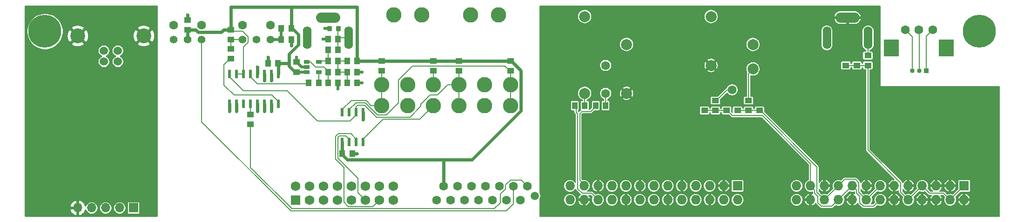
<source format=gbl>
G04 #@! TF.GenerationSoftware,KiCad,Pcbnew,(5.1.0-0)*
G04 #@! TF.CreationDate,2020-01-03T12:25:19+01:00*
G04 #@! TF.ProjectId,AddOnA,4164644f-6e41-42e6-9b69-6361645f7063,rev?*
G04 #@! TF.SameCoordinates,Original*
G04 #@! TF.FileFunction,Copper,L2,Bot*
G04 #@! TF.FilePolarity,Positive*
%FSLAX46Y46*%
G04 Gerber Fmt 4.6, Leading zero omitted, Abs format (unit mm)*
G04 Created by KiCad (PCBNEW (5.1.0-0)) date 2020-01-03 12:25:19*
%MOMM*%
%LPD*%
G04 APERTURE LIST*
%ADD10C,6.000000*%
%ADD11O,1.700000X1.700000*%
%ADD12R,1.700000X1.700000*%
%ADD13C,2.794000*%
%ADD14C,1.600000*%
%ADD15C,1.400000*%
%ADD16C,2.000000*%
%ADD17C,2.700020*%
%ADD18C,1.524000*%
%ADD19C,0.850000*%
%ADD20R,0.850000X0.850000*%
%ADD21O,1.600000X4.100000*%
%ADD22O,4.400000X1.900000*%
%ADD23R,1.300000X1.000000*%
%ADD24R,2.800000X3.100000*%
%ADD25C,1.727200*%
%ADD26R,1.727200X1.727200*%
%ADD27R,1.000000X1.300000*%
%ADD28O,1.727200X1.727200*%
%ADD29C,0.100000*%
%ADD30C,0.875000*%
%ADD31R,1.060000X0.650000*%
%ADD32R,0.600000X1.500000*%
%ADD33R,0.600000X1.550000*%
%ADD34C,1.500000*%
%ADD35C,0.600000*%
%ADD36C,0.200000*%
%ADD37C,0.500000*%
%ADD38C,0.600000*%
%ADD39C,0.180000*%
%ADD40C,0.254000*%
G04 APERTURE END LIST*
D10*
X10000000Y85000000D03*
X180000000Y85000000D03*
D11*
X15940000Y52900000D03*
X18480000Y52900000D03*
X21020000Y52900000D03*
X23560000Y52900000D03*
D12*
X26100000Y52900000D03*
D13*
X73460000Y88000000D03*
X78540000Y88000000D03*
X71301000Y71490000D03*
X76000000Y71490000D03*
X80699000Y71490000D03*
X71301000Y75300000D03*
X76000000Y75300000D03*
X80699000Y75300000D03*
D14*
X33460000Y86120000D03*
X38540000Y86120000D03*
D15*
X33460000Y83500000D03*
X36000000Y83500000D03*
X38540000Y83500000D03*
D14*
X45960000Y86130000D03*
X51040000Y86130000D03*
D15*
X45960000Y83500000D03*
X48500000Y83500000D03*
X51040000Y83500000D03*
D14*
X112000000Y78800000D03*
D16*
X108190000Y87690000D03*
X115810000Y82610000D03*
D14*
X112000000Y73720000D03*
D16*
X115810000Y73720000D03*
X108190000Y73720000D03*
D17*
X15970520Y84199000D03*
X27969480Y84199000D03*
D18*
X23240000Y81498980D03*
X20700000Y81498980D03*
X20700000Y79500000D03*
X23240000Y79500000D03*
D19*
X167800000Y77800000D03*
X169050000Y77800000D03*
D20*
X170300000Y77800000D03*
D21*
X152250000Y83800000D03*
X159750000Y83800000D03*
D22*
X156000000Y87500000D03*
D16*
X131190000Y87690000D03*
X138810000Y82610000D03*
D14*
X135000000Y74350000D03*
D16*
X138810000Y78165000D03*
X131190000Y78800000D03*
D13*
X87460000Y88000000D03*
X92540000Y88000000D03*
X85301000Y71490000D03*
X90000000Y71490000D03*
X94699000Y71490000D03*
X85301000Y75300000D03*
X90000000Y75300000D03*
X94699000Y75300000D03*
D23*
X85300000Y79600000D03*
X85300000Y77800000D03*
X94700000Y79600000D03*
X94700000Y77800000D03*
X71300000Y79600000D03*
X71300000Y77800000D03*
X80700000Y79600000D03*
X80700000Y77800000D03*
X130000000Y70600000D03*
X130000000Y72400000D03*
X132000000Y70600000D03*
X132000000Y72400000D03*
X136000000Y70600000D03*
X136000000Y72400000D03*
X138000000Y70600000D03*
X138000000Y72400000D03*
D24*
X174000000Y82000000D03*
X164000000Y82000000D03*
D14*
X166500000Y85300000D03*
X169000000Y85300000D03*
X171500000Y85300000D03*
D23*
X36000000Y85300000D03*
X36000000Y87100000D03*
X134000000Y72400000D03*
X134000000Y70600000D03*
X140000000Y72400000D03*
X140000000Y70600000D03*
D25*
X73380000Y56840000D03*
X73380000Y54300000D03*
X70840000Y56840000D03*
X70840000Y54300000D03*
X68300000Y56840000D03*
X68300000Y54300000D03*
X65760000Y56840000D03*
X65760000Y54300000D03*
X63220000Y56840000D03*
X63220000Y54300000D03*
X60680000Y56840000D03*
X60680000Y54300000D03*
X58140000Y56840000D03*
X58140000Y54300000D03*
X55600000Y56840000D03*
D26*
X55600000Y54300000D03*
D27*
X106400000Y71500000D03*
X108200000Y71500000D03*
X112000000Y71500000D03*
X110200000Y71500000D03*
D23*
X157700000Y80600000D03*
X157700000Y78800000D03*
D27*
X53000000Y83500000D03*
X54800000Y83500000D03*
X50600000Y79200000D03*
X52400000Y79200000D03*
X53000000Y85500000D03*
X54800000Y85500000D03*
D23*
X159700000Y80600000D03*
X159700000Y78800000D03*
X155700000Y78800000D03*
X155700000Y80600000D03*
D28*
X146720000Y54360000D03*
X146720000Y56900000D03*
X149260000Y54360000D03*
X149260000Y56900000D03*
X151800000Y54360000D03*
X151800000Y56900000D03*
X154340000Y54360000D03*
X154340000Y56900000D03*
X156880000Y54360000D03*
X156880000Y56900000D03*
X159420000Y54360000D03*
X159420000Y56900000D03*
X161960000Y54360000D03*
X161960000Y56900000D03*
X164500000Y54360000D03*
X164500000Y56900000D03*
X167040000Y54360000D03*
X167040000Y56900000D03*
X169580000Y54360000D03*
X169580000Y56900000D03*
X172120000Y54360000D03*
X172120000Y56900000D03*
X174660000Y54360000D03*
X174660000Y56900000D03*
X177200000Y54360000D03*
D26*
X177200000Y56900000D03*
X136000000Y56900000D03*
D28*
X136000000Y54360000D03*
X133460000Y56900000D03*
X133460000Y54360000D03*
X130920000Y56900000D03*
X130920000Y54360000D03*
X128380000Y56900000D03*
X128380000Y54360000D03*
X125840000Y56900000D03*
X125840000Y54360000D03*
X123300000Y56900000D03*
X123300000Y54360000D03*
X120760000Y56900000D03*
X120760000Y54360000D03*
X118220000Y56900000D03*
X118220000Y54360000D03*
X115680000Y56900000D03*
X115680000Y54360000D03*
X113140000Y56900000D03*
X113140000Y54360000D03*
X110600000Y56900000D03*
X110600000Y54360000D03*
X108060000Y56900000D03*
X108060000Y54360000D03*
X105520000Y56900000D03*
X105520000Y54360000D03*
D27*
X63300000Y81600000D03*
X61500000Y81600000D03*
X66800000Y77600000D03*
X65000000Y77600000D03*
X61500000Y75600000D03*
X63300000Y75600000D03*
D23*
X55800000Y79400000D03*
X55800000Y77600000D03*
D29*
G36*
X63615191Y85973947D02*
G01*
X63636426Y85970797D01*
X63657250Y85965581D01*
X63677462Y85958349D01*
X63696868Y85949170D01*
X63715281Y85938134D01*
X63732524Y85925346D01*
X63748430Y85910930D01*
X63762846Y85895024D01*
X63775634Y85877781D01*
X63786670Y85859368D01*
X63795849Y85839962D01*
X63803081Y85819750D01*
X63808297Y85798926D01*
X63811447Y85777691D01*
X63812500Y85756250D01*
X63812500Y85243750D01*
X63811447Y85222309D01*
X63808297Y85201074D01*
X63803081Y85180250D01*
X63795849Y85160038D01*
X63786670Y85140632D01*
X63775634Y85122219D01*
X63762846Y85104976D01*
X63748430Y85089070D01*
X63732524Y85074654D01*
X63715281Y85061866D01*
X63696868Y85050830D01*
X63677462Y85041651D01*
X63657250Y85034419D01*
X63636426Y85029203D01*
X63615191Y85026053D01*
X63593750Y85025000D01*
X63156250Y85025000D01*
X63134809Y85026053D01*
X63113574Y85029203D01*
X63092750Y85034419D01*
X63072538Y85041651D01*
X63053132Y85050830D01*
X63034719Y85061866D01*
X63017476Y85074654D01*
X63001570Y85089070D01*
X62987154Y85104976D01*
X62974366Y85122219D01*
X62963330Y85140632D01*
X62954151Y85160038D01*
X62946919Y85180250D01*
X62941703Y85201074D01*
X62938553Y85222309D01*
X62937500Y85243750D01*
X62937500Y85756250D01*
X62938553Y85777691D01*
X62941703Y85798926D01*
X62946919Y85819750D01*
X62954151Y85839962D01*
X62963330Y85859368D01*
X62974366Y85877781D01*
X62987154Y85895024D01*
X63001570Y85910930D01*
X63017476Y85925346D01*
X63034719Y85938134D01*
X63053132Y85949170D01*
X63072538Y85958349D01*
X63092750Y85965581D01*
X63113574Y85970797D01*
X63134809Y85973947D01*
X63156250Y85975000D01*
X63593750Y85975000D01*
X63615191Y85973947D01*
X63615191Y85973947D01*
G37*
D30*
X63375000Y85500000D03*
D29*
G36*
X62040191Y85973947D02*
G01*
X62061426Y85970797D01*
X62082250Y85965581D01*
X62102462Y85958349D01*
X62121868Y85949170D01*
X62140281Y85938134D01*
X62157524Y85925346D01*
X62173430Y85910930D01*
X62187846Y85895024D01*
X62200634Y85877781D01*
X62211670Y85859368D01*
X62220849Y85839962D01*
X62228081Y85819750D01*
X62233297Y85798926D01*
X62236447Y85777691D01*
X62237500Y85756250D01*
X62237500Y85243750D01*
X62236447Y85222309D01*
X62233297Y85201074D01*
X62228081Y85180250D01*
X62220849Y85160038D01*
X62211670Y85140632D01*
X62200634Y85122219D01*
X62187846Y85104976D01*
X62173430Y85089070D01*
X62157524Y85074654D01*
X62140281Y85061866D01*
X62121868Y85050830D01*
X62102462Y85041651D01*
X62082250Y85034419D01*
X62061426Y85029203D01*
X62040191Y85026053D01*
X62018750Y85025000D01*
X61581250Y85025000D01*
X61559809Y85026053D01*
X61538574Y85029203D01*
X61517750Y85034419D01*
X61497538Y85041651D01*
X61478132Y85050830D01*
X61459719Y85061866D01*
X61442476Y85074654D01*
X61426570Y85089070D01*
X61412154Y85104976D01*
X61399366Y85122219D01*
X61388330Y85140632D01*
X61379151Y85160038D01*
X61371919Y85180250D01*
X61366703Y85201074D01*
X61363553Y85222309D01*
X61362500Y85243750D01*
X61362500Y85756250D01*
X61363553Y85777691D01*
X61366703Y85798926D01*
X61371919Y85819750D01*
X61379151Y85839962D01*
X61388330Y85859368D01*
X61399366Y85877781D01*
X61412154Y85895024D01*
X61426570Y85910930D01*
X61442476Y85925346D01*
X61459719Y85938134D01*
X61478132Y85949170D01*
X61497538Y85958349D01*
X61517750Y85965581D01*
X61538574Y85970797D01*
X61559809Y85973947D01*
X61581250Y85975000D01*
X62018750Y85975000D01*
X62040191Y85973947D01*
X62040191Y85973947D01*
G37*
D30*
X61800000Y85500000D03*
D31*
X57600000Y77550000D03*
X57600000Y78500000D03*
X57600000Y79450000D03*
X59800000Y79450000D03*
X59800000Y77550000D03*
D32*
X52445000Y71800000D03*
X51175000Y71800000D03*
X49905000Y71800000D03*
X48635000Y71800000D03*
X47365000Y71800000D03*
X46095000Y71800000D03*
X44825000Y71800000D03*
X43555000Y71800000D03*
X43555000Y77200000D03*
X44825000Y77200000D03*
X46095000Y77200000D03*
X47365000Y77200000D03*
X48635000Y77200000D03*
X49905000Y77200000D03*
X51175000Y77200000D03*
X52445000Y77200000D03*
D27*
X61500000Y83600000D03*
X63300000Y83600000D03*
X66800000Y79600000D03*
X65000000Y79600000D03*
X65000000Y75600000D03*
X66800000Y75600000D03*
X61500000Y79600000D03*
X63300000Y79600000D03*
X63300000Y77600000D03*
X61500000Y77600000D03*
X58000000Y75600000D03*
X59800000Y75600000D03*
D22*
X61500000Y87500000D03*
D21*
X65250000Y83800000D03*
X57750000Y83800000D03*
D23*
X43800000Y80000000D03*
X43800000Y81800000D03*
X43800000Y85300000D03*
X43800000Y83500000D03*
D27*
X65900000Y62800000D03*
X64100000Y62800000D03*
D33*
X64095000Y70300000D03*
X65365000Y70300000D03*
X66635000Y70300000D03*
X67905000Y70300000D03*
X67905000Y64900000D03*
X66635000Y64900000D03*
X65365000Y64900000D03*
X64095000Y64900000D03*
D23*
X47400000Y69900000D03*
X47400000Y68100000D03*
D14*
X97755000Y56870000D03*
X96485000Y54330000D03*
X95215000Y56870000D03*
X93945000Y54330000D03*
X92675000Y56870000D03*
X91405000Y54330000D03*
X90135000Y56870000D03*
X88865000Y54330000D03*
X87595000Y56870000D03*
X86325000Y54330000D03*
X85055000Y56870000D03*
X83785000Y54330000D03*
X82515000Y56870000D03*
X81245000Y54330000D03*
D34*
X99155000Y55070000D03*
D35*
X60600000Y83600000D03*
X60900000Y85500000D03*
X67700000Y75600000D03*
X67700000Y77600000D03*
X63300000Y74500000D03*
X55800000Y80300000D03*
X155700000Y81500000D03*
X157700000Y81500000D03*
X136000000Y73300000D03*
X130000000Y73300000D03*
X54800000Y82400000D03*
X36000000Y88000000D03*
X50600000Y80300000D03*
X51175000Y76025000D03*
X51175000Y70500000D03*
X49905000Y70500000D03*
X48635000Y70500000D03*
X43555000Y70500000D03*
X140000000Y73300000D03*
X134000000Y73300000D03*
X66800000Y62800000D03*
X49900000Y76024999D03*
X44825000Y70475000D03*
X67905000Y68905000D03*
X48635000Y78465000D03*
D36*
X108200000Y73710000D02*
X108190000Y73720000D01*
X108200000Y71500000D02*
X108200000Y73710000D01*
X112000000Y72350000D02*
X112000000Y73720000D01*
X112000000Y71500000D02*
X112000000Y72350000D01*
D37*
X61500000Y83600000D02*
X60600000Y83600000D01*
X61800000Y85500000D02*
X60900000Y85500000D01*
X66800000Y75600000D02*
X67700000Y75600000D01*
X66800000Y77600000D02*
X67700000Y77600000D01*
X63300000Y75600000D02*
X63300000Y74500000D01*
X55800000Y79400000D02*
X55800000Y80300000D01*
X56700000Y78500000D02*
X55800000Y79400000D01*
X57600000Y78500000D02*
X56700000Y78500000D01*
D38*
X155700000Y80600000D02*
X155700000Y81500000D01*
X157700000Y80600000D02*
X157700000Y81500000D01*
X136000000Y72400000D02*
X136000000Y73300000D01*
X130000000Y72400000D02*
X130000000Y73300000D01*
X54800000Y83500000D02*
X54800000Y82400000D01*
X36000000Y87100000D02*
X36000000Y88000000D01*
X50600000Y79200000D02*
X50600000Y80300000D01*
X51175000Y76025000D02*
X51175000Y77200000D01*
X49905000Y70500000D02*
X49905000Y71800000D01*
X51175000Y70500000D02*
X51175000Y71800000D01*
X48635000Y70500000D02*
X48635000Y71800000D01*
X43555000Y70500000D02*
X43555000Y71800000D01*
X140000000Y72400000D02*
X140000000Y73300000D01*
X134000000Y72400000D02*
X134000000Y73300000D01*
X65900000Y62800000D02*
X66800000Y62800000D01*
D36*
X49905000Y77200000D02*
X49905000Y77650000D01*
X44825000Y71800000D02*
X44825000Y72250000D01*
D38*
X49905000Y76029999D02*
X49900000Y76024999D01*
X49905000Y77200000D02*
X49905000Y76029999D01*
X44825000Y71800000D02*
X44825000Y70475000D01*
X67905000Y70300000D02*
X67905000Y68905000D01*
D36*
X136000000Y70600000D02*
X138500000Y70600000D01*
X138500000Y70600000D02*
X140000000Y70600000D01*
X150936401Y55223599D02*
X151800000Y54360000D01*
X150636399Y55523601D02*
X150936401Y55223599D01*
X151800000Y54360000D02*
X154340000Y56900000D01*
X160283599Y55223599D02*
X161960000Y56900000D01*
X159420000Y54360000D02*
X160283599Y55223599D01*
X155203599Y57763599D02*
X154340000Y56900000D01*
X155503601Y58063601D02*
X155203599Y57763599D01*
X157438529Y58063601D02*
X155503601Y58063601D01*
X158043601Y57458529D02*
X157438529Y58063601D01*
X158043601Y55736399D02*
X158043601Y57458529D01*
X159420000Y54360000D02*
X158043601Y55736399D01*
X140150000Y70600000D02*
X140000000Y70600000D01*
X150423601Y60326399D02*
X140150000Y70600000D01*
X150423601Y55736399D02*
X150423601Y60326399D01*
X151800000Y54360000D02*
X150423601Y55736399D01*
X159700000Y78800000D02*
X157700000Y78800000D01*
X157700000Y78800000D02*
X155700000Y78800000D01*
X165663601Y55736399D02*
X165663601Y57436399D01*
X167040000Y54360000D02*
X165663601Y55736399D01*
X159700000Y63400000D02*
X159700000Y77300000D01*
X165663601Y57436399D02*
X159700000Y63400000D01*
X167040000Y54360000D02*
X169580000Y56900000D01*
X173796401Y55223599D02*
X174660000Y54360000D01*
X173496399Y55523601D02*
X173796401Y55223599D01*
X170956399Y55523601D02*
X173496399Y55523601D01*
X169580000Y56900000D02*
X170956399Y55523601D01*
X175523599Y55223599D02*
X177200000Y56900000D01*
X174660000Y54360000D02*
X175523599Y55223599D01*
X159700000Y77300000D02*
X159700000Y78800000D01*
D37*
X53000000Y85500000D02*
X53000000Y83500000D01*
X53000000Y83500000D02*
X51040000Y83500000D01*
X55850000Y77550000D02*
X55800000Y77600000D01*
X57600000Y77550000D02*
X55850000Y77550000D01*
X43800000Y85300000D02*
X43650000Y85300000D01*
X55650000Y77600000D02*
X55800000Y77600000D01*
X54800000Y85350000D02*
X54800000Y85500000D01*
D38*
X42550000Y85300000D02*
X43800000Y85300000D01*
X42069999Y84819999D02*
X42550000Y85300000D01*
X37915999Y84819999D02*
X42069999Y84819999D01*
X37435998Y85300000D02*
X37915999Y84819999D01*
X36000000Y85300000D02*
X37435998Y85300000D01*
X36000000Y83500000D02*
X36000000Y85300000D01*
X94700000Y79600000D02*
X80700000Y79600000D01*
X55000000Y85500000D02*
X54800000Y85500000D01*
X56100000Y84400000D02*
X55000000Y85500000D01*
X56100000Y82568616D02*
X56100000Y84400000D01*
X54400000Y80868616D02*
X56100000Y82568616D01*
X52400000Y79200000D02*
X54300000Y79200000D01*
X54400000Y79100000D02*
X54400000Y80868616D01*
X54300000Y79200000D02*
X54400000Y79100000D01*
X55500000Y77600000D02*
X55800000Y77600000D01*
X54400000Y78700000D02*
X55500000Y77600000D01*
X54400000Y79100000D02*
X54400000Y78700000D01*
X52445000Y79155000D02*
X52400000Y79200000D01*
X52445000Y77200000D02*
X52445000Y79155000D01*
X80700000Y79600000D02*
X71300000Y79600000D01*
X54824990Y89424990D02*
X43800000Y89424990D01*
X64100000Y64895000D02*
X64095000Y64900000D01*
X64100000Y62800000D02*
X64100000Y64895000D01*
X82515000Y56870000D02*
X82515000Y61615000D01*
X82515000Y61615000D02*
X82549999Y61649999D01*
D36*
X44825000Y76750000D02*
X44825000Y77200000D01*
X46095000Y77200000D02*
X44825000Y77200000D01*
X44825000Y77200000D02*
X44825000Y77675000D01*
D38*
X43800000Y89400000D02*
X43800000Y85300000D01*
X54800000Y89400000D02*
X54800000Y85500000D01*
X54824990Y89424990D02*
X54800000Y89400000D01*
X66800000Y89424990D02*
X54824990Y89424990D01*
X66800000Y79600000D02*
X66800000Y89424990D01*
X71300000Y79600000D02*
X66800000Y79600000D01*
X64100000Y62549998D02*
X64100000Y62800000D01*
X64999999Y61649999D02*
X64100000Y62549998D01*
X82549999Y61649999D02*
X64999999Y61649999D01*
D36*
X159700000Y83750000D02*
X159750000Y83800000D01*
X159700000Y80600000D02*
X159700000Y83750000D01*
X106600000Y71300000D02*
X106400000Y71500000D01*
X107714269Y55523601D02*
X106896399Y56341471D01*
X109436399Y55523601D02*
X107714269Y55523601D01*
X106896399Y70003601D02*
X106659992Y70240008D01*
X106659992Y70240008D02*
X106659992Y71759992D01*
X106896399Y56341471D02*
X106896399Y70003601D01*
X110600000Y54360000D02*
X109436399Y55523601D01*
X110200000Y71350000D02*
X110200000Y71500000D01*
X109250000Y70400000D02*
X110200000Y71350000D01*
X107296409Y69996409D02*
X107700000Y70400000D01*
X107296409Y57903591D02*
X107296409Y69996409D01*
X108060000Y57140000D02*
X107296409Y57903591D01*
X107700000Y70400000D02*
X109250000Y70400000D01*
X108060000Y56900000D02*
X108060000Y57140000D01*
X63500000Y83800000D02*
X63300000Y83600000D01*
X65250000Y83800000D02*
X63500000Y83800000D01*
X63300000Y82750000D02*
X63300000Y81600000D01*
X63300000Y83600000D02*
X63300000Y82750000D01*
X63300000Y85425000D02*
X63375000Y85500000D01*
X63300000Y83600000D02*
X63300000Y85425000D01*
X61500000Y81600000D02*
X61500000Y79600000D01*
X59950000Y79600000D02*
X59800000Y79450000D01*
X61500000Y79600000D02*
X59950000Y79600000D01*
X61500000Y75600000D02*
X61500000Y77600000D01*
X61500000Y77750000D02*
X60750000Y78500000D01*
X61500000Y77600000D02*
X61500000Y77750000D01*
X58330000Y79450000D02*
X57600000Y79450000D01*
X59280000Y78500000D02*
X58330000Y79450000D01*
X60750000Y78500000D02*
X59280000Y78500000D01*
X59800000Y75600000D02*
X59800000Y77550000D01*
X47400000Y71765000D02*
X47365000Y71800000D01*
X47400000Y69900000D02*
X47400000Y71765000D01*
X65000000Y79600000D02*
X63300000Y79600000D01*
X65000000Y77600000D02*
X63300000Y77600000D01*
X63300000Y78450000D02*
X63300000Y79600000D01*
X63300000Y77600000D02*
X63300000Y78450000D01*
X65000000Y75600000D02*
X65000000Y77600000D01*
X48635000Y76750000D02*
X48635000Y77200000D01*
D38*
X48635000Y78465000D02*
X48635000Y77965000D01*
X48635000Y77965000D02*
X48635000Y78365000D01*
X48635000Y77200000D02*
X48635000Y77965000D01*
D36*
X44100000Y85000000D02*
X43800000Y85300000D01*
X45940002Y85000000D02*
X44100000Y85000000D01*
X46960001Y83980001D02*
X45940002Y85000000D01*
X46960001Y83019999D02*
X46960001Y83980001D01*
X46095000Y82154998D02*
X46960001Y83019999D01*
X46095000Y77200000D02*
X46095000Y82154998D01*
D38*
X96596001Y77853999D02*
X94850000Y79600000D01*
X94850000Y79600000D02*
X94700000Y79600000D01*
X96596001Y70579439D02*
X96596001Y77853999D01*
X87666561Y61649999D02*
X96596001Y70579439D01*
X82549999Y61649999D02*
X87666561Y61649999D01*
D36*
X43800000Y80000000D02*
X43950000Y80000000D01*
X42600000Y78950000D02*
X43650000Y80000000D01*
X43650000Y80000000D02*
X43800000Y80000000D01*
X44400000Y73400000D02*
X42600000Y75200000D01*
X51295000Y73400000D02*
X44400000Y73400000D01*
X52445000Y71800000D02*
X52445000Y72250000D01*
X42600000Y75200000D02*
X42600000Y78950000D01*
X52445000Y72250000D02*
X51295000Y73400000D01*
X43800000Y81800000D02*
X43800000Y83500000D01*
X43800000Y83500000D02*
X45960000Y83500000D01*
X63389310Y66375011D02*
X62899989Y65885690D01*
X65634989Y66375011D02*
X63389310Y66375011D01*
X66635000Y65375000D02*
X65634989Y66375011D01*
X66635000Y64900000D02*
X66635000Y65375000D01*
X62899989Y61744311D02*
X62899989Y65885690D01*
X65201471Y53136399D02*
X64383601Y53954269D01*
X69676399Y53136399D02*
X65201471Y53136399D01*
X70840000Y54300000D02*
X69676399Y53136399D01*
X64383601Y60260699D02*
X63172150Y61472150D01*
X64383601Y58483601D02*
X64383601Y60260699D01*
X63383601Y61260699D02*
X63172150Y61472150D01*
X63172150Y61472150D02*
X62899989Y61744311D01*
X64383601Y53954269D02*
X64383601Y58483601D01*
X64764999Y65975001D02*
X63554999Y65975001D01*
X63554999Y65975001D02*
X63299999Y65720001D01*
X65365000Y65375000D02*
X64764999Y65975001D01*
X65365000Y64900000D02*
X65365000Y65375000D01*
X63299999Y61909999D02*
X63299999Y65720001D01*
X68300000Y54300000D02*
X66923601Y55676399D01*
X66923601Y58286397D02*
X66923601Y57423601D01*
X63299999Y61909999D02*
X66923601Y58286397D01*
X66923601Y55676399D02*
X66923601Y57423601D01*
X47400000Y67400000D02*
X47400000Y68100000D01*
X47400000Y60232798D02*
X47400000Y67400000D01*
X54896409Y52736389D02*
X47400000Y60232798D01*
X91779389Y52736389D02*
X54896409Y52736389D01*
X92844999Y53801999D02*
X91779389Y52736389D01*
X92844999Y55411997D02*
X92844999Y53801999D01*
X93775001Y56341999D02*
X92844999Y55411997D01*
X97755000Y56870000D02*
X96654999Y57970001D01*
X94686999Y57970001D02*
X93775001Y57058003D01*
X96654999Y57970001D02*
X94686999Y57970001D01*
X93775001Y57058003D02*
X93775001Y56341999D01*
X130000000Y70600000D02*
X132000000Y70600000D01*
X132000000Y70600000D02*
X134000000Y70600000D01*
X155203599Y55223599D02*
X156880000Y56900000D01*
X154340000Y54360000D02*
X155203599Y55223599D01*
X161960000Y54360000D02*
X160796399Y53196399D01*
X153176399Y53196399D02*
X154340000Y54360000D01*
X151241471Y53196399D02*
X153176399Y53196399D01*
X150636399Y53801471D02*
X151241471Y53196399D01*
X150636399Y54957903D02*
X150636399Y53801471D01*
X150023591Y55570711D02*
X150636399Y54957903D01*
X150023591Y56076409D02*
X150023591Y55570711D01*
X149260000Y56840000D02*
X150023591Y56076409D01*
X149260000Y56900000D02*
X149260000Y56840000D01*
X158861471Y53196399D02*
X159296399Y53196399D01*
X158256399Y53801471D02*
X158861471Y53196399D01*
X158256399Y54957903D02*
X158256399Y53801471D01*
X156900000Y56900000D02*
X157643591Y56156409D01*
X156880000Y56900000D02*
X156900000Y56900000D01*
X160796399Y53196399D02*
X159296399Y53196399D01*
X157643591Y55570711D02*
X158256399Y54957903D01*
X157643591Y56156409D02*
X157643591Y55570711D01*
X134150000Y70600000D02*
X134000000Y70600000D01*
X135050000Y69700000D02*
X134150000Y70600000D01*
X140484302Y69700000D02*
X135050000Y69700000D01*
X149260000Y60924302D02*
X140484302Y69700000D01*
X149260000Y56900000D02*
X149260000Y60924302D01*
X80699000Y77799000D02*
X80700000Y77800000D01*
X80699000Y75300000D02*
X80699000Y77799000D01*
X67905000Y64900000D02*
X67905000Y65375000D01*
X67905000Y64900000D02*
X67905000Y65305000D01*
X67905000Y65405000D02*
X67905000Y64900000D01*
X71492979Y68992979D02*
X67905000Y65405000D01*
X78201979Y68992979D02*
X71492979Y68992979D01*
X80699000Y71490000D02*
X78201979Y68992979D01*
X71301000Y71490000D02*
X71301000Y75300000D01*
X64095000Y70775000D02*
X65720020Y72400020D01*
X64095000Y70300000D02*
X64095000Y70775000D01*
X64095000Y70300000D02*
X64095000Y69895000D01*
X71301000Y77799000D02*
X71300000Y77800000D01*
X71301000Y75300000D02*
X71301000Y77799000D01*
X71301000Y71490000D02*
X71301000Y71499000D01*
X71301000Y71499000D02*
X70399980Y72400020D01*
X65720020Y72400020D02*
X67199980Y72400020D01*
X68445116Y72400020D02*
X69355136Y71490000D01*
X69355136Y71490000D02*
X71301000Y71490000D01*
X67199980Y72400020D02*
X68445116Y72400020D01*
X94699000Y71490000D02*
X94699000Y75300000D01*
X94699000Y77799000D02*
X94700000Y77800000D01*
X94699000Y75300000D02*
X94699000Y77799000D01*
X94550000Y77800000D02*
X94700000Y77800000D01*
X92800000Y78700000D02*
X93650000Y78700000D01*
X93650000Y78700000D02*
X93875000Y78475000D01*
X93700000Y78650000D02*
X93875000Y78475000D01*
X93875000Y78475000D02*
X94550000Y77800000D01*
X92800000Y78700000D02*
X92950000Y78700000D01*
X65365000Y70300000D02*
X65365000Y69825000D01*
X76888438Y78700000D02*
X92800000Y78700000D01*
X74302999Y76114561D02*
X76888438Y78700000D01*
X74302999Y71980437D02*
X74302999Y76114561D01*
X70486439Y69792999D02*
X72115561Y69792999D01*
X72115561Y69792999D02*
X74302999Y71980437D01*
X66590010Y72000010D02*
X68279427Y72000010D01*
X68279427Y72000010D02*
X70486439Y69792999D01*
X65365000Y70775000D02*
X66590010Y72000010D01*
X65365000Y70300000D02*
X65365000Y70775000D01*
X85301000Y73324344D02*
X85301000Y71490000D01*
X85301000Y75300000D02*
X85301000Y73324344D01*
X85301000Y77275656D02*
X85300000Y77276656D01*
X85300000Y77276656D02*
X85300000Y77800000D01*
X85301000Y75300000D02*
X85301000Y77275656D01*
X54043633Y74224969D02*
X46080031Y74224969D01*
X43555000Y76750000D02*
X43555000Y77200000D01*
X59568604Y68700000D02*
X54043633Y74224969D01*
X46080031Y74224969D02*
X43555000Y76750000D01*
X65510000Y68700000D02*
X59568604Y68700000D01*
X66635000Y69825000D02*
X65510000Y68700000D01*
X66635000Y70300000D02*
X66635000Y69825000D01*
X83325344Y75300000D02*
X85301000Y75300000D01*
X78398719Y71701281D02*
X80097438Y73400000D01*
X78398719Y71377157D02*
X78398719Y71701281D01*
X80097438Y73400000D02*
X81425344Y73400000D01*
X70320750Y69392989D02*
X76414551Y69392989D01*
X81425344Y73400000D02*
X83325344Y75300000D01*
X68113738Y71600000D02*
X70320750Y69392989D01*
X66960000Y71600000D02*
X68113738Y71600000D01*
X76414551Y69392989D02*
X78398719Y71377157D01*
X66635000Y71275000D02*
X66960000Y71600000D01*
X66635000Y70300000D02*
X66635000Y71275000D01*
X167800000Y84000000D02*
X166500000Y85300000D01*
X167800000Y77800000D02*
X167800000Y84000000D01*
X169050000Y85250000D02*
X169000000Y85300000D01*
X169050000Y77800000D02*
X169050000Y85250000D01*
X170300000Y84100000D02*
X171500000Y85300000D01*
X170300000Y77800000D02*
X170300000Y84100000D01*
X138000000Y77355000D02*
X138810000Y78165000D01*
X138000000Y72400000D02*
X138000000Y77355000D01*
X134100000Y74350000D02*
X135000000Y74350000D01*
X132150000Y72400000D02*
X134100000Y74350000D01*
X132000000Y72400000D02*
X132150000Y72400000D01*
X38540000Y82510051D02*
X38540000Y83500000D01*
X54730720Y52336379D02*
X38540000Y68527099D01*
X93919379Y52336379D02*
X54730720Y52336379D01*
X38540000Y68527099D02*
X38540000Y82510051D01*
X95215000Y53632000D02*
X93919379Y52336379D01*
X95215000Y56870000D02*
X95215000Y53632000D01*
X48690001Y75424999D02*
X47365000Y76750000D01*
X47365000Y76750000D02*
X47365000Y77200000D01*
X57600000Y75424999D02*
X48690001Y75424999D01*
D39*
G36*
X161910000Y75000000D02*
G01*
X161911729Y74982442D01*
X161916851Y74965558D01*
X161925168Y74949999D01*
X161936360Y74936360D01*
X161949999Y74925168D01*
X161965558Y74916851D01*
X161982442Y74911729D01*
X162000000Y74910000D01*
X183635000Y74910000D01*
X183635001Y51365000D01*
X100090000Y51365000D01*
X100090000Y54360000D01*
X104360819Y54360000D01*
X104383092Y54133855D01*
X104449056Y53916401D01*
X104556176Y53715994D01*
X104700335Y53540335D01*
X104875994Y53396176D01*
X105076401Y53289056D01*
X105293855Y53223092D01*
X105463334Y53206400D01*
X105576666Y53206400D01*
X105746145Y53223092D01*
X105963599Y53289056D01*
X106164006Y53396176D01*
X106339665Y53540335D01*
X106483824Y53715994D01*
X106590944Y53916401D01*
X106622185Y54019389D01*
X106957831Y54019389D01*
X107039794Y53821492D01*
X107164455Y53632807D01*
X107323531Y53472068D01*
X107510909Y53345451D01*
X107719388Y53257823D01*
X107896000Y53290609D01*
X107896000Y54196000D01*
X108224000Y54196000D01*
X108224000Y53290609D01*
X108400612Y53257823D01*
X108609091Y53345451D01*
X108796469Y53472068D01*
X108955545Y53632807D01*
X109080206Y53821492D01*
X109162169Y54019389D01*
X109128588Y54196000D01*
X108224000Y54196000D01*
X107896000Y54196000D01*
X106991412Y54196000D01*
X106957831Y54019389D01*
X106622185Y54019389D01*
X106656908Y54133855D01*
X106679181Y54360000D01*
X106656908Y54586145D01*
X106590944Y54803599D01*
X106483824Y55004006D01*
X106339665Y55179665D01*
X106164006Y55323824D01*
X105963599Y55430944D01*
X105746145Y55496908D01*
X105576666Y55513600D01*
X105463334Y55513600D01*
X105293855Y55496908D01*
X105076401Y55430944D01*
X104875994Y55323824D01*
X104700335Y55179665D01*
X104556176Y55004006D01*
X104449056Y54803599D01*
X104383092Y54586145D01*
X104360819Y54360000D01*
X100090000Y54360000D01*
X100090000Y54609639D01*
X100155033Y54766643D01*
X100195000Y54967569D01*
X100195000Y55172431D01*
X100155033Y55373357D01*
X100090000Y55530361D01*
X100090000Y56900000D01*
X104360819Y56900000D01*
X104383092Y56673855D01*
X104449056Y56456401D01*
X104556176Y56255994D01*
X104700335Y56080335D01*
X104875994Y55936176D01*
X105076401Y55829056D01*
X105293855Y55763092D01*
X105463334Y55746400D01*
X105576666Y55746400D01*
X105746145Y55763092D01*
X105963599Y55829056D01*
X106164006Y55936176D01*
X106339665Y56080335D01*
X106483824Y56255994D01*
X106508402Y56301976D01*
X106512042Y56265018D01*
X106521796Y56232863D01*
X106534343Y56191503D01*
X106570557Y56123751D01*
X106619293Y56064365D01*
X106634177Y56052150D01*
X107392076Y55294250D01*
X107323531Y55247932D01*
X107164455Y55087193D01*
X107039794Y54898508D01*
X106957831Y54700611D01*
X106991412Y54524000D01*
X107896000Y54524000D01*
X107896000Y54544000D01*
X108224000Y54544000D01*
X108224000Y54524000D01*
X109128588Y54524000D01*
X109162169Y54700611D01*
X109080206Y54898508D01*
X108955545Y55087193D01*
X108909617Y55133601D01*
X109274856Y55133601D01*
X109555460Y54852997D01*
X109529056Y54803599D01*
X109463092Y54586145D01*
X109440819Y54360000D01*
X109463092Y54133855D01*
X109529056Y53916401D01*
X109636176Y53715994D01*
X109780335Y53540335D01*
X109955994Y53396176D01*
X110156401Y53289056D01*
X110373855Y53223092D01*
X110543334Y53206400D01*
X110656666Y53206400D01*
X110826145Y53223092D01*
X111043599Y53289056D01*
X111244006Y53396176D01*
X111419665Y53540335D01*
X111563824Y53715994D01*
X111670944Y53916401D01*
X111736908Y54133855D01*
X111759181Y54360000D01*
X111980819Y54360000D01*
X112003092Y54133855D01*
X112069056Y53916401D01*
X112176176Y53715994D01*
X112320335Y53540335D01*
X112495994Y53396176D01*
X112696401Y53289056D01*
X112913855Y53223092D01*
X113083334Y53206400D01*
X113196666Y53206400D01*
X113366145Y53223092D01*
X113583599Y53289056D01*
X113784006Y53396176D01*
X113959665Y53540335D01*
X114103824Y53715994D01*
X114210944Y53916401D01*
X114276908Y54133855D01*
X114299181Y54360000D01*
X114283029Y54524002D01*
X114526400Y54524002D01*
X114526400Y54195998D01*
X114611412Y54195998D01*
X114577831Y54019389D01*
X114659794Y53821492D01*
X114784455Y53632807D01*
X114943531Y53472068D01*
X115130909Y53345451D01*
X115339388Y53257823D01*
X115516000Y53290609D01*
X115516000Y54196000D01*
X115496000Y54196000D01*
X115496000Y54524000D01*
X115516000Y54524000D01*
X115516000Y55429391D01*
X115844000Y55429391D01*
X115844000Y54524000D01*
X115864000Y54524000D01*
X115864000Y54196000D01*
X115844000Y54196000D01*
X115844000Y53290609D01*
X116020612Y53257823D01*
X116229091Y53345451D01*
X116416469Y53472068D01*
X116575545Y53632807D01*
X116700206Y53821492D01*
X116782169Y54019389D01*
X116748588Y54195998D01*
X116833600Y54195998D01*
X116833600Y54360000D01*
X117060819Y54360000D01*
X117083092Y54133855D01*
X117149056Y53916401D01*
X117256176Y53715994D01*
X117400335Y53540335D01*
X117575994Y53396176D01*
X117776401Y53289056D01*
X117993855Y53223092D01*
X118163334Y53206400D01*
X118276666Y53206400D01*
X118446145Y53223092D01*
X118663599Y53289056D01*
X118864006Y53396176D01*
X119039665Y53540335D01*
X119183824Y53715994D01*
X119290944Y53916401D01*
X119356908Y54133855D01*
X119379181Y54360000D01*
X119600819Y54360000D01*
X119623092Y54133855D01*
X119689056Y53916401D01*
X119796176Y53715994D01*
X119940335Y53540335D01*
X120115994Y53396176D01*
X120316401Y53289056D01*
X120533855Y53223092D01*
X120703334Y53206400D01*
X120816666Y53206400D01*
X120986145Y53223092D01*
X121203599Y53289056D01*
X121404006Y53396176D01*
X121579665Y53540335D01*
X121723824Y53715994D01*
X121830944Y53916401D01*
X121896908Y54133855D01*
X121919181Y54360000D01*
X121903029Y54524002D01*
X122146400Y54524002D01*
X122146400Y54195998D01*
X122231412Y54195998D01*
X122197831Y54019389D01*
X122279794Y53821492D01*
X122404455Y53632807D01*
X122563531Y53472068D01*
X122750909Y53345451D01*
X122959388Y53257823D01*
X123136000Y53290609D01*
X123136000Y54196000D01*
X123116000Y54196000D01*
X123116000Y54524000D01*
X123136000Y54524000D01*
X123136000Y55429391D01*
X123464000Y55429391D01*
X123464000Y54524000D01*
X123484000Y54524000D01*
X123484000Y54196000D01*
X123464000Y54196000D01*
X123464000Y53290609D01*
X123640612Y53257823D01*
X123849091Y53345451D01*
X124036469Y53472068D01*
X124195545Y53632807D01*
X124320206Y53821492D01*
X124402169Y54019389D01*
X124368588Y54195998D01*
X124453600Y54195998D01*
X124453600Y54360000D01*
X124680819Y54360000D01*
X124703092Y54133855D01*
X124769056Y53916401D01*
X124876176Y53715994D01*
X125020335Y53540335D01*
X125195994Y53396176D01*
X125396401Y53289056D01*
X125613855Y53223092D01*
X125783334Y53206400D01*
X125896666Y53206400D01*
X126066145Y53223092D01*
X126283599Y53289056D01*
X126484006Y53396176D01*
X126659665Y53540335D01*
X126803824Y53715994D01*
X126910944Y53916401D01*
X126976908Y54133855D01*
X126999181Y54360000D01*
X127220819Y54360000D01*
X127243092Y54133855D01*
X127309056Y53916401D01*
X127416176Y53715994D01*
X127560335Y53540335D01*
X127735994Y53396176D01*
X127936401Y53289056D01*
X128153855Y53223092D01*
X128323334Y53206400D01*
X128436666Y53206400D01*
X128606145Y53223092D01*
X128823599Y53289056D01*
X129024006Y53396176D01*
X129199665Y53540335D01*
X129343824Y53715994D01*
X129450944Y53916401D01*
X129516908Y54133855D01*
X129539181Y54360000D01*
X129523029Y54524002D01*
X129766400Y54524002D01*
X129766400Y54195998D01*
X129851412Y54195998D01*
X129817831Y54019389D01*
X129899794Y53821492D01*
X130024455Y53632807D01*
X130183531Y53472068D01*
X130370909Y53345451D01*
X130579388Y53257823D01*
X130756000Y53290609D01*
X130756000Y54196000D01*
X130736000Y54196000D01*
X130736000Y54524000D01*
X130756000Y54524000D01*
X130756000Y55429391D01*
X131084000Y55429391D01*
X131084000Y54524000D01*
X131104000Y54524000D01*
X131104000Y54196000D01*
X131084000Y54196000D01*
X131084000Y53290609D01*
X131260612Y53257823D01*
X131469091Y53345451D01*
X131656469Y53472068D01*
X131815545Y53632807D01*
X131940206Y53821492D01*
X132022169Y54019389D01*
X131988588Y54195998D01*
X132073600Y54195998D01*
X132073600Y54360000D01*
X132300819Y54360000D01*
X132323092Y54133855D01*
X132389056Y53916401D01*
X132496176Y53715994D01*
X132640335Y53540335D01*
X132815994Y53396176D01*
X133016401Y53289056D01*
X133233855Y53223092D01*
X133403334Y53206400D01*
X133516666Y53206400D01*
X133686145Y53223092D01*
X133903599Y53289056D01*
X134104006Y53396176D01*
X134279665Y53540335D01*
X134423824Y53715994D01*
X134530944Y53916401D01*
X134596908Y54133855D01*
X134619181Y54360000D01*
X134840819Y54360000D01*
X134863092Y54133855D01*
X134929056Y53916401D01*
X135036176Y53715994D01*
X135180335Y53540335D01*
X135355994Y53396176D01*
X135556401Y53289056D01*
X135773855Y53223092D01*
X135943334Y53206400D01*
X136056666Y53206400D01*
X136226145Y53223092D01*
X136443599Y53289056D01*
X136644006Y53396176D01*
X136819665Y53540335D01*
X136963824Y53715994D01*
X137070944Y53916401D01*
X137136908Y54133855D01*
X137159181Y54360000D01*
X145560819Y54360000D01*
X145583092Y54133855D01*
X145649056Y53916401D01*
X145756176Y53715994D01*
X145900335Y53540335D01*
X146075994Y53396176D01*
X146276401Y53289056D01*
X146493855Y53223092D01*
X146663334Y53206400D01*
X146776666Y53206400D01*
X146946145Y53223092D01*
X147163599Y53289056D01*
X147364006Y53396176D01*
X147539665Y53540335D01*
X147683824Y53715994D01*
X147790944Y53916401D01*
X147822185Y54019389D01*
X148157831Y54019389D01*
X148239794Y53821492D01*
X148364455Y53632807D01*
X148523531Y53472068D01*
X148710909Y53345451D01*
X148919388Y53257823D01*
X149096000Y53290609D01*
X149096000Y54196000D01*
X148191412Y54196000D01*
X148157831Y54019389D01*
X147822185Y54019389D01*
X147856908Y54133855D01*
X147879181Y54360000D01*
X147856908Y54586145D01*
X147822186Y54700611D01*
X148157831Y54700611D01*
X148191412Y54524000D01*
X149096000Y54524000D01*
X149096000Y55429391D01*
X148919388Y55462177D01*
X148710909Y55374549D01*
X148523531Y55247932D01*
X148364455Y55087193D01*
X148239794Y54898508D01*
X148157831Y54700611D01*
X147822186Y54700611D01*
X147790944Y54803599D01*
X147683824Y55004006D01*
X147539665Y55179665D01*
X147364006Y55323824D01*
X147163599Y55430944D01*
X146946145Y55496908D01*
X146776666Y55513600D01*
X146663334Y55513600D01*
X146493855Y55496908D01*
X146276401Y55430944D01*
X146075994Y55323824D01*
X145900335Y55179665D01*
X145756176Y55004006D01*
X145649056Y54803599D01*
X145583092Y54586145D01*
X145560819Y54360000D01*
X137159181Y54360000D01*
X137136908Y54586145D01*
X137070944Y54803599D01*
X136963824Y55004006D01*
X136819665Y55179665D01*
X136644006Y55323824D01*
X136443599Y55430944D01*
X136226145Y55496908D01*
X136056666Y55513600D01*
X135943334Y55513600D01*
X135773855Y55496908D01*
X135556401Y55430944D01*
X135355994Y55323824D01*
X135180335Y55179665D01*
X135036176Y55004006D01*
X134929056Y54803599D01*
X134863092Y54586145D01*
X134840819Y54360000D01*
X134619181Y54360000D01*
X134596908Y54586145D01*
X134530944Y54803599D01*
X134423824Y55004006D01*
X134279665Y55179665D01*
X134104006Y55323824D01*
X133903599Y55430944D01*
X133686145Y55496908D01*
X133516666Y55513600D01*
X133403334Y55513600D01*
X133233855Y55496908D01*
X133016401Y55430944D01*
X132815994Y55323824D01*
X132640335Y55179665D01*
X132496176Y55004006D01*
X132389056Y54803599D01*
X132323092Y54586145D01*
X132300819Y54360000D01*
X132073600Y54360000D01*
X132073600Y54524002D01*
X131988588Y54524002D01*
X132022169Y54700611D01*
X131940206Y54898508D01*
X131815545Y55087193D01*
X131656469Y55247932D01*
X131469091Y55374549D01*
X131260612Y55462177D01*
X131084000Y55429391D01*
X130756000Y55429391D01*
X130579388Y55462177D01*
X130370909Y55374549D01*
X130183531Y55247932D01*
X130024455Y55087193D01*
X129899794Y54898508D01*
X129817831Y54700611D01*
X129851412Y54524002D01*
X129766400Y54524002D01*
X129523029Y54524002D01*
X129516908Y54586145D01*
X129450944Y54803599D01*
X129343824Y55004006D01*
X129199665Y55179665D01*
X129024006Y55323824D01*
X128823599Y55430944D01*
X128606145Y55496908D01*
X128436666Y55513600D01*
X128323334Y55513600D01*
X128153855Y55496908D01*
X127936401Y55430944D01*
X127735994Y55323824D01*
X127560335Y55179665D01*
X127416176Y55004006D01*
X127309056Y54803599D01*
X127243092Y54586145D01*
X127220819Y54360000D01*
X126999181Y54360000D01*
X126976908Y54586145D01*
X126910944Y54803599D01*
X126803824Y55004006D01*
X126659665Y55179665D01*
X126484006Y55323824D01*
X126283599Y55430944D01*
X126066145Y55496908D01*
X125896666Y55513600D01*
X125783334Y55513600D01*
X125613855Y55496908D01*
X125396401Y55430944D01*
X125195994Y55323824D01*
X125020335Y55179665D01*
X124876176Y55004006D01*
X124769056Y54803599D01*
X124703092Y54586145D01*
X124680819Y54360000D01*
X124453600Y54360000D01*
X124453600Y54524002D01*
X124368588Y54524002D01*
X124402169Y54700611D01*
X124320206Y54898508D01*
X124195545Y55087193D01*
X124036469Y55247932D01*
X123849091Y55374549D01*
X123640612Y55462177D01*
X123464000Y55429391D01*
X123136000Y55429391D01*
X122959388Y55462177D01*
X122750909Y55374549D01*
X122563531Y55247932D01*
X122404455Y55087193D01*
X122279794Y54898508D01*
X122197831Y54700611D01*
X122231412Y54524002D01*
X122146400Y54524002D01*
X121903029Y54524002D01*
X121896908Y54586145D01*
X121830944Y54803599D01*
X121723824Y55004006D01*
X121579665Y55179665D01*
X121404006Y55323824D01*
X121203599Y55430944D01*
X120986145Y55496908D01*
X120816666Y55513600D01*
X120703334Y55513600D01*
X120533855Y55496908D01*
X120316401Y55430944D01*
X120115994Y55323824D01*
X119940335Y55179665D01*
X119796176Y55004006D01*
X119689056Y54803599D01*
X119623092Y54586145D01*
X119600819Y54360000D01*
X119379181Y54360000D01*
X119356908Y54586145D01*
X119290944Y54803599D01*
X119183824Y55004006D01*
X119039665Y55179665D01*
X118864006Y55323824D01*
X118663599Y55430944D01*
X118446145Y55496908D01*
X118276666Y55513600D01*
X118163334Y55513600D01*
X117993855Y55496908D01*
X117776401Y55430944D01*
X117575994Y55323824D01*
X117400335Y55179665D01*
X117256176Y55004006D01*
X117149056Y54803599D01*
X117083092Y54586145D01*
X117060819Y54360000D01*
X116833600Y54360000D01*
X116833600Y54524002D01*
X116748588Y54524002D01*
X116782169Y54700611D01*
X116700206Y54898508D01*
X116575545Y55087193D01*
X116416469Y55247932D01*
X116229091Y55374549D01*
X116020612Y55462177D01*
X115844000Y55429391D01*
X115516000Y55429391D01*
X115339388Y55462177D01*
X115130909Y55374549D01*
X114943531Y55247932D01*
X114784455Y55087193D01*
X114659794Y54898508D01*
X114577831Y54700611D01*
X114611412Y54524002D01*
X114526400Y54524002D01*
X114283029Y54524002D01*
X114276908Y54586145D01*
X114210944Y54803599D01*
X114103824Y55004006D01*
X113959665Y55179665D01*
X113784006Y55323824D01*
X113583599Y55430944D01*
X113366145Y55496908D01*
X113196666Y55513600D01*
X113083334Y55513600D01*
X112913855Y55496908D01*
X112696401Y55430944D01*
X112495994Y55323824D01*
X112320335Y55179665D01*
X112176176Y55004006D01*
X112069056Y54803599D01*
X112003092Y54586145D01*
X111980819Y54360000D01*
X111759181Y54360000D01*
X111736908Y54586145D01*
X111670944Y54803599D01*
X111563824Y55004006D01*
X111419665Y55179665D01*
X111244006Y55323824D01*
X111043599Y55430944D01*
X110826145Y55496908D01*
X110656666Y55513600D01*
X110543334Y55513600D01*
X110373855Y55496908D01*
X110156401Y55430944D01*
X110107003Y55404540D01*
X109725720Y55785823D01*
X109713505Y55800707D01*
X109654120Y55849443D01*
X109586368Y55885657D01*
X109512852Y55907958D01*
X109455558Y55913601D01*
X109436399Y55915488D01*
X109417240Y55913601D01*
X108661771Y55913601D01*
X108704006Y55936176D01*
X108879665Y56080335D01*
X109023824Y56255994D01*
X109130944Y56456401D01*
X109196908Y56673855D01*
X109219181Y56900000D01*
X109203029Y57064002D01*
X109446400Y57064002D01*
X109446400Y56735998D01*
X109531412Y56735998D01*
X109497831Y56559389D01*
X109579794Y56361492D01*
X109704455Y56172807D01*
X109863531Y56012068D01*
X110050909Y55885451D01*
X110259388Y55797823D01*
X110436000Y55830609D01*
X110436000Y56736000D01*
X110416000Y56736000D01*
X110416000Y57064000D01*
X110436000Y57064000D01*
X110436000Y57969391D01*
X110764000Y57969391D01*
X110764000Y57064000D01*
X110784000Y57064000D01*
X110784000Y56736000D01*
X110764000Y56736000D01*
X110764000Y55830609D01*
X110940612Y55797823D01*
X111149091Y55885451D01*
X111336469Y56012068D01*
X111495545Y56172807D01*
X111620206Y56361492D01*
X111702169Y56559389D01*
X111668588Y56735998D01*
X111753600Y56735998D01*
X111753600Y56900000D01*
X111980819Y56900000D01*
X112003092Y56673855D01*
X112069056Y56456401D01*
X112176176Y56255994D01*
X112320335Y56080335D01*
X112495994Y55936176D01*
X112696401Y55829056D01*
X112913855Y55763092D01*
X113083334Y55746400D01*
X113196666Y55746400D01*
X113366145Y55763092D01*
X113583599Y55829056D01*
X113784006Y55936176D01*
X113959665Y56080335D01*
X114103824Y56255994D01*
X114210944Y56456401D01*
X114276908Y56673855D01*
X114299181Y56900000D01*
X114520819Y56900000D01*
X114543092Y56673855D01*
X114609056Y56456401D01*
X114716176Y56255994D01*
X114860335Y56080335D01*
X115035994Y55936176D01*
X115236401Y55829056D01*
X115453855Y55763092D01*
X115623334Y55746400D01*
X115736666Y55746400D01*
X115906145Y55763092D01*
X116123599Y55829056D01*
X116324006Y55936176D01*
X116499665Y56080335D01*
X116643824Y56255994D01*
X116750944Y56456401D01*
X116816908Y56673855D01*
X116839181Y56900000D01*
X116823029Y57064002D01*
X117066400Y57064002D01*
X117066400Y56735998D01*
X117151412Y56735998D01*
X117117831Y56559389D01*
X117199794Y56361492D01*
X117324455Y56172807D01*
X117483531Y56012068D01*
X117670909Y55885451D01*
X117879388Y55797823D01*
X118056000Y55830609D01*
X118056000Y56736000D01*
X118036000Y56736000D01*
X118036000Y57064000D01*
X118056000Y57064000D01*
X118056000Y57969391D01*
X118384000Y57969391D01*
X118384000Y57064000D01*
X118404000Y57064000D01*
X118404000Y56736000D01*
X118384000Y56736000D01*
X118384000Y55830609D01*
X118560612Y55797823D01*
X118769091Y55885451D01*
X118956469Y56012068D01*
X119115545Y56172807D01*
X119240206Y56361492D01*
X119322169Y56559389D01*
X119288588Y56735998D01*
X119373600Y56735998D01*
X119373600Y56900000D01*
X119600819Y56900000D01*
X119623092Y56673855D01*
X119689056Y56456401D01*
X119796176Y56255994D01*
X119940335Y56080335D01*
X120115994Y55936176D01*
X120316401Y55829056D01*
X120533855Y55763092D01*
X120703334Y55746400D01*
X120816666Y55746400D01*
X120986145Y55763092D01*
X121203599Y55829056D01*
X121404006Y55936176D01*
X121579665Y56080335D01*
X121723824Y56255994D01*
X121830944Y56456401D01*
X121896908Y56673855D01*
X121919181Y56900000D01*
X122140819Y56900000D01*
X122163092Y56673855D01*
X122229056Y56456401D01*
X122336176Y56255994D01*
X122480335Y56080335D01*
X122655994Y55936176D01*
X122856401Y55829056D01*
X123073855Y55763092D01*
X123243334Y55746400D01*
X123356666Y55746400D01*
X123526145Y55763092D01*
X123743599Y55829056D01*
X123944006Y55936176D01*
X124119665Y56080335D01*
X124263824Y56255994D01*
X124370944Y56456401D01*
X124436908Y56673855D01*
X124459181Y56900000D01*
X124443029Y57064002D01*
X124686400Y57064002D01*
X124686400Y56735998D01*
X124771412Y56735998D01*
X124737831Y56559389D01*
X124819794Y56361492D01*
X124944455Y56172807D01*
X125103531Y56012068D01*
X125290909Y55885451D01*
X125499388Y55797823D01*
X125676000Y55830609D01*
X125676000Y56736000D01*
X125656000Y56736000D01*
X125656000Y57064000D01*
X125676000Y57064000D01*
X125676000Y57969391D01*
X126004000Y57969391D01*
X126004000Y57064000D01*
X126024000Y57064000D01*
X126024000Y56736000D01*
X126004000Y56736000D01*
X126004000Y55830609D01*
X126180612Y55797823D01*
X126389091Y55885451D01*
X126576469Y56012068D01*
X126735545Y56172807D01*
X126860206Y56361492D01*
X126942169Y56559389D01*
X126908588Y56735998D01*
X126993600Y56735998D01*
X126993600Y56900000D01*
X127220819Y56900000D01*
X127243092Y56673855D01*
X127309056Y56456401D01*
X127416176Y56255994D01*
X127560335Y56080335D01*
X127735994Y55936176D01*
X127936401Y55829056D01*
X128153855Y55763092D01*
X128323334Y55746400D01*
X128436666Y55746400D01*
X128606145Y55763092D01*
X128823599Y55829056D01*
X129024006Y55936176D01*
X129199665Y56080335D01*
X129343824Y56255994D01*
X129450944Y56456401D01*
X129516908Y56673855D01*
X129539181Y56900000D01*
X129760819Y56900000D01*
X129783092Y56673855D01*
X129849056Y56456401D01*
X129956176Y56255994D01*
X130100335Y56080335D01*
X130275994Y55936176D01*
X130476401Y55829056D01*
X130693855Y55763092D01*
X130863334Y55746400D01*
X130976666Y55746400D01*
X131146145Y55763092D01*
X131363599Y55829056D01*
X131564006Y55936176D01*
X131739665Y56080335D01*
X131883824Y56255994D01*
X131990944Y56456401D01*
X132022185Y56559389D01*
X132357831Y56559389D01*
X132439794Y56361492D01*
X132564455Y56172807D01*
X132723531Y56012068D01*
X132910909Y55885451D01*
X133119388Y55797823D01*
X133296000Y55830609D01*
X133296000Y56736000D01*
X133624000Y56736000D01*
X133624000Y55830609D01*
X133800612Y55797823D01*
X134009091Y55885451D01*
X134196469Y56012068D01*
X134355545Y56172807D01*
X134480206Y56361492D01*
X134562169Y56559389D01*
X134528588Y56736000D01*
X133624000Y56736000D01*
X133296000Y56736000D01*
X132391412Y56736000D01*
X132357831Y56559389D01*
X132022185Y56559389D01*
X132056908Y56673855D01*
X132079181Y56900000D01*
X132056908Y57126145D01*
X132022186Y57240611D01*
X132357831Y57240611D01*
X132391412Y57064000D01*
X133296000Y57064000D01*
X133296000Y57969391D01*
X133624000Y57969391D01*
X133624000Y57064000D01*
X134528588Y57064000D01*
X134562169Y57240611D01*
X134480206Y57438508D01*
X134355545Y57627193D01*
X134220550Y57763600D01*
X134844997Y57763600D01*
X134844997Y56036400D01*
X134850596Y55979550D01*
X134867179Y55924885D01*
X134894107Y55874505D01*
X134930347Y55830347D01*
X134974505Y55794107D01*
X135024885Y55767179D01*
X135079550Y55750596D01*
X135136400Y55744997D01*
X136863600Y55744997D01*
X136920450Y55750596D01*
X136975115Y55767179D01*
X137025495Y55794107D01*
X137069653Y55830347D01*
X137105893Y55874505D01*
X137132821Y55924885D01*
X137149404Y55979550D01*
X137155003Y56036400D01*
X137155003Y56900000D01*
X145560819Y56900000D01*
X145583092Y56673855D01*
X145649056Y56456401D01*
X145756176Y56255994D01*
X145900335Y56080335D01*
X146075994Y55936176D01*
X146276401Y55829056D01*
X146493855Y55763092D01*
X146663334Y55746400D01*
X146776666Y55746400D01*
X146946145Y55763092D01*
X147163599Y55829056D01*
X147364006Y55936176D01*
X147539665Y56080335D01*
X147683824Y56255994D01*
X147790944Y56456401D01*
X147856908Y56673855D01*
X147879181Y56900000D01*
X147856908Y57126145D01*
X147790944Y57343599D01*
X147683824Y57544006D01*
X147539665Y57719665D01*
X147364006Y57863824D01*
X147163599Y57970944D01*
X146946145Y58036908D01*
X146776666Y58053600D01*
X146663334Y58053600D01*
X146493855Y58036908D01*
X146276401Y57970944D01*
X146075994Y57863824D01*
X145900335Y57719665D01*
X145756176Y57544006D01*
X145649056Y57343599D01*
X145583092Y57126145D01*
X145560819Y56900000D01*
X137155003Y56900000D01*
X137155003Y57763600D01*
X137149404Y57820450D01*
X137132821Y57875115D01*
X137105893Y57925495D01*
X137069653Y57969653D01*
X137025495Y58005893D01*
X136975115Y58032821D01*
X136920450Y58049404D01*
X136863600Y58055003D01*
X135136400Y58055003D01*
X135079550Y58049404D01*
X135024885Y58032821D01*
X134974505Y58005893D01*
X134930347Y57969653D01*
X134894107Y57925495D01*
X134867179Y57875115D01*
X134850596Y57820450D01*
X134844997Y57763600D01*
X134220550Y57763600D01*
X134196469Y57787932D01*
X134009091Y57914549D01*
X133800612Y58002177D01*
X133624000Y57969391D01*
X133296000Y57969391D01*
X133119388Y58002177D01*
X132910909Y57914549D01*
X132723531Y57787932D01*
X132564455Y57627193D01*
X132439794Y57438508D01*
X132357831Y57240611D01*
X132022186Y57240611D01*
X131990944Y57343599D01*
X131883824Y57544006D01*
X131739665Y57719665D01*
X131564006Y57863824D01*
X131363599Y57970944D01*
X131146145Y58036908D01*
X130976666Y58053600D01*
X130863334Y58053600D01*
X130693855Y58036908D01*
X130476401Y57970944D01*
X130275994Y57863824D01*
X130100335Y57719665D01*
X129956176Y57544006D01*
X129849056Y57343599D01*
X129783092Y57126145D01*
X129760819Y56900000D01*
X129539181Y56900000D01*
X129516908Y57126145D01*
X129450944Y57343599D01*
X129343824Y57544006D01*
X129199665Y57719665D01*
X129024006Y57863824D01*
X128823599Y57970944D01*
X128606145Y58036908D01*
X128436666Y58053600D01*
X128323334Y58053600D01*
X128153855Y58036908D01*
X127936401Y57970944D01*
X127735994Y57863824D01*
X127560335Y57719665D01*
X127416176Y57544006D01*
X127309056Y57343599D01*
X127243092Y57126145D01*
X127220819Y56900000D01*
X126993600Y56900000D01*
X126993600Y57064002D01*
X126908588Y57064002D01*
X126942169Y57240611D01*
X126860206Y57438508D01*
X126735545Y57627193D01*
X126576469Y57787932D01*
X126389091Y57914549D01*
X126180612Y58002177D01*
X126004000Y57969391D01*
X125676000Y57969391D01*
X125499388Y58002177D01*
X125290909Y57914549D01*
X125103531Y57787932D01*
X124944455Y57627193D01*
X124819794Y57438508D01*
X124737831Y57240611D01*
X124771412Y57064002D01*
X124686400Y57064002D01*
X124443029Y57064002D01*
X124436908Y57126145D01*
X124370944Y57343599D01*
X124263824Y57544006D01*
X124119665Y57719665D01*
X123944006Y57863824D01*
X123743599Y57970944D01*
X123526145Y58036908D01*
X123356666Y58053600D01*
X123243334Y58053600D01*
X123073855Y58036908D01*
X122856401Y57970944D01*
X122655994Y57863824D01*
X122480335Y57719665D01*
X122336176Y57544006D01*
X122229056Y57343599D01*
X122163092Y57126145D01*
X122140819Y56900000D01*
X121919181Y56900000D01*
X121896908Y57126145D01*
X121830944Y57343599D01*
X121723824Y57544006D01*
X121579665Y57719665D01*
X121404006Y57863824D01*
X121203599Y57970944D01*
X120986145Y58036908D01*
X120816666Y58053600D01*
X120703334Y58053600D01*
X120533855Y58036908D01*
X120316401Y57970944D01*
X120115994Y57863824D01*
X119940335Y57719665D01*
X119796176Y57544006D01*
X119689056Y57343599D01*
X119623092Y57126145D01*
X119600819Y56900000D01*
X119373600Y56900000D01*
X119373600Y57064002D01*
X119288588Y57064002D01*
X119322169Y57240611D01*
X119240206Y57438508D01*
X119115545Y57627193D01*
X118956469Y57787932D01*
X118769091Y57914549D01*
X118560612Y58002177D01*
X118384000Y57969391D01*
X118056000Y57969391D01*
X117879388Y58002177D01*
X117670909Y57914549D01*
X117483531Y57787932D01*
X117324455Y57627193D01*
X117199794Y57438508D01*
X117117831Y57240611D01*
X117151412Y57064002D01*
X117066400Y57064002D01*
X116823029Y57064002D01*
X116816908Y57126145D01*
X116750944Y57343599D01*
X116643824Y57544006D01*
X116499665Y57719665D01*
X116324006Y57863824D01*
X116123599Y57970944D01*
X115906145Y58036908D01*
X115736666Y58053600D01*
X115623334Y58053600D01*
X115453855Y58036908D01*
X115236401Y57970944D01*
X115035994Y57863824D01*
X114860335Y57719665D01*
X114716176Y57544006D01*
X114609056Y57343599D01*
X114543092Y57126145D01*
X114520819Y56900000D01*
X114299181Y56900000D01*
X114276908Y57126145D01*
X114210944Y57343599D01*
X114103824Y57544006D01*
X113959665Y57719665D01*
X113784006Y57863824D01*
X113583599Y57970944D01*
X113366145Y58036908D01*
X113196666Y58053600D01*
X113083334Y58053600D01*
X112913855Y58036908D01*
X112696401Y57970944D01*
X112495994Y57863824D01*
X112320335Y57719665D01*
X112176176Y57544006D01*
X112069056Y57343599D01*
X112003092Y57126145D01*
X111980819Y56900000D01*
X111753600Y56900000D01*
X111753600Y57064002D01*
X111668588Y57064002D01*
X111702169Y57240611D01*
X111620206Y57438508D01*
X111495545Y57627193D01*
X111336469Y57787932D01*
X111149091Y57914549D01*
X110940612Y58002177D01*
X110764000Y57969391D01*
X110436000Y57969391D01*
X110259388Y58002177D01*
X110050909Y57914549D01*
X109863531Y57787932D01*
X109704455Y57627193D01*
X109579794Y57438508D01*
X109497831Y57240611D01*
X109531412Y57064002D01*
X109446400Y57064002D01*
X109203029Y57064002D01*
X109196908Y57126145D01*
X109130944Y57343599D01*
X109023824Y57544006D01*
X108879665Y57719665D01*
X108704006Y57863824D01*
X108503599Y57970944D01*
X108286145Y58036908D01*
X108116666Y58053600D01*
X108003334Y58053600D01*
X107833855Y58036908D01*
X107742383Y58009160D01*
X107686409Y58065134D01*
X107686409Y69834866D01*
X107861544Y70010000D01*
X109230841Y70010000D01*
X109250000Y70008113D01*
X109326453Y70015643D01*
X109360074Y70025842D01*
X109399969Y70037944D01*
X109467721Y70074158D01*
X109527106Y70122894D01*
X109539321Y70137778D01*
X109960140Y70558597D01*
X110700000Y70558597D01*
X110756850Y70564196D01*
X110811515Y70580779D01*
X110861895Y70607707D01*
X110906053Y70643947D01*
X110942293Y70688105D01*
X110969221Y70738485D01*
X110985804Y70793150D01*
X110991403Y70850000D01*
X110991403Y72150000D01*
X110985804Y72206850D01*
X110969221Y72261515D01*
X110942293Y72311895D01*
X110906053Y72356053D01*
X110861895Y72392293D01*
X110811515Y72419221D01*
X110756850Y72435804D01*
X110700000Y72441403D01*
X109700000Y72441403D01*
X109643150Y72435804D01*
X109588485Y72419221D01*
X109538105Y72392293D01*
X109493947Y72356053D01*
X109457707Y72311895D01*
X109430779Y72261515D01*
X109414196Y72206850D01*
X109408597Y72150000D01*
X109408597Y71110140D01*
X109088457Y70790000D01*
X108984848Y70790000D01*
X108985804Y70793150D01*
X108991403Y70850000D01*
X108991403Y72150000D01*
X108985804Y72206850D01*
X108969221Y72261515D01*
X108942293Y72311895D01*
X108906053Y72356053D01*
X108861895Y72392293D01*
X108811515Y72419221D01*
X108756850Y72435804D01*
X108700000Y72441403D01*
X108590000Y72441403D01*
X108590000Y72489400D01*
X108801044Y72576817D01*
X109012327Y72717991D01*
X109192009Y72897673D01*
X109333183Y73108956D01*
X109430426Y73343721D01*
X109480000Y73592946D01*
X109480000Y73827356D01*
X110910000Y73827356D01*
X110910000Y73612644D01*
X110951888Y73402059D01*
X111034055Y73203691D01*
X111153342Y73025166D01*
X111305166Y72873342D01*
X111483691Y72754055D01*
X111610000Y72701736D01*
X111610000Y72441403D01*
X111500000Y72441403D01*
X111443150Y72435804D01*
X111388485Y72419221D01*
X111338105Y72392293D01*
X111293947Y72356053D01*
X111257707Y72311895D01*
X111230779Y72261515D01*
X111214196Y72206850D01*
X111208597Y72150000D01*
X111208597Y70850000D01*
X111214196Y70793150D01*
X111230779Y70738485D01*
X111257707Y70688105D01*
X111293947Y70643947D01*
X111338105Y70607707D01*
X111388485Y70580779D01*
X111443150Y70564196D01*
X111500000Y70558597D01*
X112500000Y70558597D01*
X112556850Y70564196D01*
X112611515Y70580779D01*
X112661895Y70607707D01*
X112706053Y70643947D01*
X112742293Y70688105D01*
X112769221Y70738485D01*
X112785804Y70793150D01*
X112791403Y70850000D01*
X112791403Y71100000D01*
X129058597Y71100000D01*
X129058597Y70100000D01*
X129064196Y70043150D01*
X129080779Y69988485D01*
X129107707Y69938105D01*
X129143947Y69893947D01*
X129188105Y69857707D01*
X129238485Y69830779D01*
X129293150Y69814196D01*
X129350000Y69808597D01*
X130650000Y69808597D01*
X130706850Y69814196D01*
X130761515Y69830779D01*
X130811895Y69857707D01*
X130856053Y69893947D01*
X130892293Y69938105D01*
X130919221Y69988485D01*
X130935804Y70043150D01*
X130941403Y70100000D01*
X130941403Y70210000D01*
X131058597Y70210000D01*
X131058597Y70100000D01*
X131064196Y70043150D01*
X131080779Y69988485D01*
X131107707Y69938105D01*
X131143947Y69893947D01*
X131188105Y69857707D01*
X131238485Y69830779D01*
X131293150Y69814196D01*
X131350000Y69808597D01*
X132650000Y69808597D01*
X132706850Y69814196D01*
X132761515Y69830779D01*
X132811895Y69857707D01*
X132856053Y69893947D01*
X132892293Y69938105D01*
X132919221Y69988485D01*
X132935804Y70043150D01*
X132941403Y70100000D01*
X132941403Y70210000D01*
X133058597Y70210000D01*
X133058597Y70100000D01*
X133064196Y70043150D01*
X133080779Y69988485D01*
X133107707Y69938105D01*
X133143947Y69893947D01*
X133188105Y69857707D01*
X133238485Y69830779D01*
X133293150Y69814196D01*
X133350000Y69808597D01*
X134389860Y69808597D01*
X134760679Y69437778D01*
X134772894Y69422894D01*
X134832279Y69374158D01*
X134900031Y69337944D01*
X134973547Y69315643D01*
X135030841Y69310000D01*
X135030850Y69310000D01*
X135049999Y69308114D01*
X135069148Y69310000D01*
X140322759Y69310000D01*
X148870001Y60762757D01*
X148870000Y57987203D01*
X148816401Y57970944D01*
X148615994Y57863824D01*
X148440335Y57719665D01*
X148296176Y57544006D01*
X148189056Y57343599D01*
X148123092Y57126145D01*
X148100819Y56900000D01*
X148123092Y56673855D01*
X148189056Y56456401D01*
X148296176Y56255994D01*
X148440335Y56080335D01*
X148615994Y55936176D01*
X148816401Y55829056D01*
X149033855Y55763092D01*
X149203334Y55746400D01*
X149316666Y55746400D01*
X149486145Y55763092D01*
X149633592Y55807819D01*
X149633592Y55589879D01*
X149631704Y55570711D01*
X149639234Y55494258D01*
X149656032Y55438883D01*
X149600612Y55462177D01*
X149424000Y55429391D01*
X149424000Y54524000D01*
X149444000Y54524000D01*
X149444000Y54196000D01*
X149424000Y54196000D01*
X149424000Y53290609D01*
X149600612Y53257823D01*
X149809091Y53345451D01*
X149996469Y53472068D01*
X150155545Y53632807D01*
X150247427Y53771878D01*
X150252042Y53725018D01*
X150274343Y53651503D01*
X150310558Y53583750D01*
X150347080Y53539247D01*
X150347084Y53539243D01*
X150359294Y53524365D01*
X150374172Y53512155D01*
X150952154Y52934172D01*
X150964365Y52919293D01*
X150979243Y52907083D01*
X150979246Y52907080D01*
X151011671Y52880470D01*
X151023750Y52870557D01*
X151091502Y52834343D01*
X151165017Y52812042D01*
X151241470Y52804512D01*
X151260629Y52806399D01*
X153157240Y52806399D01*
X153176399Y52804512D01*
X153252852Y52812042D01*
X153326368Y52834343D01*
X153394120Y52870557D01*
X153453505Y52919293D01*
X153465720Y52934177D01*
X153847003Y53315460D01*
X153896401Y53289056D01*
X154113855Y53223092D01*
X154283334Y53206400D01*
X154396666Y53206400D01*
X154566145Y53223092D01*
X154783599Y53289056D01*
X154984006Y53396176D01*
X155159665Y53540335D01*
X155303824Y53715994D01*
X155410944Y53916401D01*
X155442185Y54019389D01*
X155777831Y54019389D01*
X155859794Y53821492D01*
X155984455Y53632807D01*
X156143531Y53472068D01*
X156330909Y53345451D01*
X156539388Y53257823D01*
X156716000Y53290609D01*
X156716000Y54196000D01*
X155811412Y54196000D01*
X155777831Y54019389D01*
X155442185Y54019389D01*
X155476908Y54133855D01*
X155499181Y54360000D01*
X155476908Y54586145D01*
X155442186Y54700611D01*
X155777831Y54700611D01*
X155811412Y54524000D01*
X156716000Y54524000D01*
X156716000Y55429391D01*
X156539388Y55462177D01*
X156330909Y55374549D01*
X156143531Y55247932D01*
X155984455Y55087193D01*
X155859794Y54898508D01*
X155777831Y54700611D01*
X155442186Y54700611D01*
X155410944Y54803599D01*
X155384540Y54852997D01*
X156387003Y55855460D01*
X156436401Y55829056D01*
X156653855Y55763092D01*
X156823334Y55746400D01*
X156936666Y55746400D01*
X157106145Y55763092D01*
X157253592Y55807819D01*
X157253592Y55589879D01*
X157251704Y55570711D01*
X157259234Y55494258D01*
X157276032Y55438883D01*
X157220612Y55462177D01*
X157044000Y55429391D01*
X157044000Y54524000D01*
X157064000Y54524000D01*
X157064000Y54196000D01*
X157044000Y54196000D01*
X157044000Y53290609D01*
X157220612Y53257823D01*
X157429091Y53345451D01*
X157616469Y53472068D01*
X157775545Y53632807D01*
X157867427Y53771878D01*
X157872042Y53725018D01*
X157894343Y53651503D01*
X157930558Y53583750D01*
X157967080Y53539247D01*
X157967084Y53539243D01*
X157979294Y53524365D01*
X157994172Y53512155D01*
X158572154Y52934172D01*
X158584365Y52919293D01*
X158599243Y52907083D01*
X158599246Y52907080D01*
X158631671Y52880470D01*
X158643750Y52870557D01*
X158711502Y52834343D01*
X158785017Y52812042D01*
X158861470Y52804512D01*
X158880629Y52806399D01*
X160777240Y52806399D01*
X160796399Y52804512D01*
X160872852Y52812042D01*
X160946368Y52834343D01*
X161014120Y52870557D01*
X161073505Y52919293D01*
X161085720Y52934177D01*
X161467003Y53315460D01*
X161516401Y53289056D01*
X161733855Y53223092D01*
X161903334Y53206400D01*
X162016666Y53206400D01*
X162186145Y53223092D01*
X162403599Y53289056D01*
X162604006Y53396176D01*
X162779665Y53540335D01*
X162923824Y53715994D01*
X163030944Y53916401D01*
X163062185Y54019389D01*
X163397831Y54019389D01*
X163479794Y53821492D01*
X163604455Y53632807D01*
X163763531Y53472068D01*
X163950909Y53345451D01*
X164159388Y53257823D01*
X164336000Y53290609D01*
X164336000Y54196000D01*
X164664000Y54196000D01*
X164664000Y53290609D01*
X164840612Y53257823D01*
X165049091Y53345451D01*
X165236469Y53472068D01*
X165395545Y53632807D01*
X165520206Y53821492D01*
X165602169Y54019389D01*
X165568588Y54196000D01*
X164664000Y54196000D01*
X164336000Y54196000D01*
X163431412Y54196000D01*
X163397831Y54019389D01*
X163062185Y54019389D01*
X163096908Y54133855D01*
X163119181Y54360000D01*
X163096908Y54586145D01*
X163062186Y54700611D01*
X163397831Y54700611D01*
X163431412Y54524000D01*
X164336000Y54524000D01*
X164336000Y55429391D01*
X164664000Y55429391D01*
X164664000Y54524000D01*
X165568588Y54524000D01*
X165602169Y54700611D01*
X165520206Y54898508D01*
X165395545Y55087193D01*
X165236469Y55247932D01*
X165049091Y55374549D01*
X164840612Y55462177D01*
X164664000Y55429391D01*
X164336000Y55429391D01*
X164159388Y55462177D01*
X163950909Y55374549D01*
X163763531Y55247932D01*
X163604455Y55087193D01*
X163479794Y54898508D01*
X163397831Y54700611D01*
X163062186Y54700611D01*
X163030944Y54803599D01*
X162923824Y55004006D01*
X162779665Y55179665D01*
X162604006Y55323824D01*
X162403599Y55430944D01*
X162186145Y55496908D01*
X162016666Y55513600D01*
X161903334Y55513600D01*
X161733855Y55496908D01*
X161516401Y55430944D01*
X161315994Y55323824D01*
X161140335Y55179665D01*
X160996176Y55004006D01*
X160889056Y54803599D01*
X160823092Y54586145D01*
X160800819Y54360000D01*
X160823092Y54133855D01*
X160889056Y53916401D01*
X160915460Y53867003D01*
X160634856Y53586399D01*
X160277469Y53586399D01*
X160383824Y53715994D01*
X160490944Y53916401D01*
X160556908Y54133855D01*
X160579181Y54360000D01*
X160556908Y54586145D01*
X160490944Y54803599D01*
X160464540Y54852997D01*
X161467003Y55855460D01*
X161516401Y55829056D01*
X161733855Y55763092D01*
X161903334Y55746400D01*
X162016666Y55746400D01*
X162186145Y55763092D01*
X162403599Y55829056D01*
X162604006Y55936176D01*
X162779665Y56080335D01*
X162923824Y56255994D01*
X163030944Y56456401D01*
X163062185Y56559389D01*
X163397831Y56559389D01*
X163479794Y56361492D01*
X163604455Y56172807D01*
X163763531Y56012068D01*
X163950909Y55885451D01*
X164159388Y55797823D01*
X164336000Y55830609D01*
X164336000Y56736000D01*
X163431412Y56736000D01*
X163397831Y56559389D01*
X163062185Y56559389D01*
X163096908Y56673855D01*
X163119181Y56900000D01*
X163096908Y57126145D01*
X163030944Y57343599D01*
X162923824Y57544006D01*
X162779665Y57719665D01*
X162604006Y57863824D01*
X162403599Y57970944D01*
X162186145Y58036908D01*
X162016666Y58053600D01*
X161903334Y58053600D01*
X161733855Y58036908D01*
X161516401Y57970944D01*
X161315994Y57863824D01*
X161140335Y57719665D01*
X160996176Y57544006D01*
X160889056Y57343599D01*
X160823092Y57126145D01*
X160800819Y56900000D01*
X160823092Y56673855D01*
X160889056Y56456401D01*
X160915460Y56407003D01*
X159912997Y55404540D01*
X159863599Y55430944D01*
X159646145Y55496908D01*
X159476666Y55513600D01*
X159363334Y55513600D01*
X159193855Y55496908D01*
X158976401Y55430944D01*
X158927003Y55404540D01*
X158433601Y55897942D01*
X158433601Y56310322D01*
X158524455Y56172807D01*
X158683531Y56012068D01*
X158870909Y55885451D01*
X159079388Y55797823D01*
X159256000Y55830609D01*
X159256000Y56736000D01*
X159584000Y56736000D01*
X159584000Y55830609D01*
X159760612Y55797823D01*
X159969091Y55885451D01*
X160156469Y56012068D01*
X160315545Y56172807D01*
X160440206Y56361492D01*
X160522169Y56559389D01*
X160488588Y56736000D01*
X159584000Y56736000D01*
X159256000Y56736000D01*
X159236000Y56736000D01*
X159236000Y57064000D01*
X159256000Y57064000D01*
X159256000Y57969391D01*
X159584000Y57969391D01*
X159584000Y57064000D01*
X160488588Y57064000D01*
X160522169Y57240611D01*
X160440206Y57438508D01*
X160315545Y57627193D01*
X160156469Y57787932D01*
X159969091Y57914549D01*
X159760612Y58002177D01*
X159584000Y57969391D01*
X159256000Y57969391D01*
X159079388Y58002177D01*
X158870909Y57914549D01*
X158683531Y57787932D01*
X158524455Y57627193D01*
X158432573Y57488122D01*
X158427958Y57534983D01*
X158405657Y57608498D01*
X158388088Y57641367D01*
X158369443Y57676250D01*
X158338869Y57713505D01*
X158332920Y57720754D01*
X158332917Y57720757D01*
X158320707Y57735635D01*
X158305828Y57747846D01*
X157727850Y58325823D01*
X157715635Y58340707D01*
X157656250Y58389443D01*
X157588498Y58425657D01*
X157514982Y58447958D01*
X157457688Y58453601D01*
X157438529Y58455488D01*
X157419370Y58453601D01*
X155522760Y58453601D01*
X155503601Y58455488D01*
X155427147Y58447958D01*
X155353632Y58425657D01*
X155285880Y58389443D01*
X155255839Y58364789D01*
X155241376Y58352920D01*
X155241373Y58352917D01*
X155226495Y58340707D01*
X155214284Y58325828D01*
X154941374Y58052917D01*
X154832997Y57944540D01*
X154783599Y57970944D01*
X154566145Y58036908D01*
X154396666Y58053600D01*
X154283334Y58053600D01*
X154113855Y58036908D01*
X153896401Y57970944D01*
X153695994Y57863824D01*
X153520335Y57719665D01*
X153376176Y57544006D01*
X153269056Y57343599D01*
X153203092Y57126145D01*
X153180819Y56900000D01*
X153203092Y56673855D01*
X153269056Y56456401D01*
X153295460Y56407003D01*
X152292997Y55404540D01*
X152243599Y55430944D01*
X152026145Y55496908D01*
X151856666Y55513600D01*
X151743334Y55513600D01*
X151573855Y55496908D01*
X151356401Y55430944D01*
X151307003Y55404540D01*
X151225723Y55485821D01*
X151225720Y55485824D01*
X150898623Y55812920D01*
X150813601Y55897942D01*
X150813601Y56310322D01*
X150904455Y56172807D01*
X151063531Y56012068D01*
X151250909Y55885451D01*
X151459388Y55797823D01*
X151636000Y55830609D01*
X151636000Y56736000D01*
X151964000Y56736000D01*
X151964000Y55830609D01*
X152140612Y55797823D01*
X152349091Y55885451D01*
X152536469Y56012068D01*
X152695545Y56172807D01*
X152820206Y56361492D01*
X152902169Y56559389D01*
X152868588Y56736000D01*
X151964000Y56736000D01*
X151636000Y56736000D01*
X151616000Y56736000D01*
X151616000Y57064000D01*
X151636000Y57064000D01*
X151636000Y57969391D01*
X151964000Y57969391D01*
X151964000Y57064000D01*
X152868588Y57064000D01*
X152902169Y57240611D01*
X152820206Y57438508D01*
X152695545Y57627193D01*
X152536469Y57787932D01*
X152349091Y57914549D01*
X152140612Y58002177D01*
X151964000Y57969391D01*
X151636000Y57969391D01*
X151459388Y58002177D01*
X151250909Y57914549D01*
X151063531Y57787932D01*
X150904455Y57627193D01*
X150813601Y57489678D01*
X150813601Y60307240D01*
X150815488Y60326399D01*
X150807958Y60402852D01*
X150785657Y60476368D01*
X150749443Y60544120D01*
X150700707Y60603505D01*
X150685829Y60615715D01*
X140941403Y70360140D01*
X140941403Y71100000D01*
X140935804Y71156850D01*
X140919221Y71211515D01*
X140892293Y71261895D01*
X140856053Y71306053D01*
X140811895Y71342293D01*
X140761515Y71369221D01*
X140706850Y71385804D01*
X140650000Y71391403D01*
X139350000Y71391403D01*
X139293150Y71385804D01*
X139238485Y71369221D01*
X139188105Y71342293D01*
X139143947Y71306053D01*
X139107707Y71261895D01*
X139080779Y71211515D01*
X139064196Y71156850D01*
X139058597Y71100000D01*
X139058597Y70990000D01*
X138941403Y70990000D01*
X138941403Y71100000D01*
X138935804Y71156850D01*
X138919221Y71211515D01*
X138892293Y71261895D01*
X138856053Y71306053D01*
X138811895Y71342293D01*
X138761515Y71369221D01*
X138706850Y71385804D01*
X138650000Y71391403D01*
X137350000Y71391403D01*
X137293150Y71385804D01*
X137238485Y71369221D01*
X137188105Y71342293D01*
X137143947Y71306053D01*
X137107707Y71261895D01*
X137080779Y71211515D01*
X137064196Y71156850D01*
X137058597Y71100000D01*
X137058597Y70990000D01*
X136941403Y70990000D01*
X136941403Y71100000D01*
X136935804Y71156850D01*
X136919221Y71211515D01*
X136892293Y71261895D01*
X136856053Y71306053D01*
X136811895Y71342293D01*
X136761515Y71369221D01*
X136706850Y71385804D01*
X136650000Y71391403D01*
X135350000Y71391403D01*
X135293150Y71385804D01*
X135238485Y71369221D01*
X135188105Y71342293D01*
X135143947Y71306053D01*
X135107707Y71261895D01*
X135080779Y71211515D01*
X135064196Y71156850D01*
X135058597Y71100000D01*
X135058597Y70242946D01*
X134941403Y70360140D01*
X134941403Y71100000D01*
X134935804Y71156850D01*
X134919221Y71211515D01*
X134892293Y71261895D01*
X134856053Y71306053D01*
X134811895Y71342293D01*
X134761515Y71369221D01*
X134706850Y71385804D01*
X134650000Y71391403D01*
X133350000Y71391403D01*
X133293150Y71385804D01*
X133238485Y71369221D01*
X133188105Y71342293D01*
X133143947Y71306053D01*
X133107707Y71261895D01*
X133080779Y71211515D01*
X133064196Y71156850D01*
X133058597Y71100000D01*
X133058597Y70990000D01*
X132941403Y70990000D01*
X132941403Y71100000D01*
X132935804Y71156850D01*
X132919221Y71211515D01*
X132892293Y71261895D01*
X132856053Y71306053D01*
X132811895Y71342293D01*
X132761515Y71369221D01*
X132706850Y71385804D01*
X132650000Y71391403D01*
X131350000Y71391403D01*
X131293150Y71385804D01*
X131238485Y71369221D01*
X131188105Y71342293D01*
X131143947Y71306053D01*
X131107707Y71261895D01*
X131080779Y71211515D01*
X131064196Y71156850D01*
X131058597Y71100000D01*
X131058597Y70990000D01*
X130941403Y70990000D01*
X130941403Y71100000D01*
X130935804Y71156850D01*
X130919221Y71211515D01*
X130892293Y71261895D01*
X130856053Y71306053D01*
X130811895Y71342293D01*
X130761515Y71369221D01*
X130706850Y71385804D01*
X130650000Y71391403D01*
X129350000Y71391403D01*
X129293150Y71385804D01*
X129238485Y71369221D01*
X129188105Y71342293D01*
X129143947Y71306053D01*
X129107707Y71261895D01*
X129080779Y71211515D01*
X129064196Y71156850D01*
X129058597Y71100000D01*
X112791403Y71100000D01*
X112791403Y72150000D01*
X112785804Y72206850D01*
X112769221Y72261515D01*
X112742293Y72311895D01*
X112706053Y72356053D01*
X112661895Y72392293D01*
X112611515Y72419221D01*
X112556850Y72435804D01*
X112500000Y72441403D01*
X112390000Y72441403D01*
X112390000Y72701736D01*
X112498127Y72746524D01*
X115068455Y72746524D01*
X115186889Y72583348D01*
X115420611Y72483626D01*
X115669298Y72431416D01*
X115923391Y72428726D01*
X116173128Y72475659D01*
X116408910Y72570411D01*
X116433111Y72583348D01*
X116551545Y72746524D01*
X116398069Y72900000D01*
X131058597Y72900000D01*
X131058597Y71900000D01*
X131064196Y71843150D01*
X131080779Y71788485D01*
X131107707Y71738105D01*
X131143947Y71693947D01*
X131188105Y71657707D01*
X131238485Y71630779D01*
X131293150Y71614196D01*
X131350000Y71608597D01*
X132650000Y71608597D01*
X132706850Y71614196D01*
X132761515Y71630779D01*
X132811895Y71657707D01*
X132856053Y71693947D01*
X132892293Y71738105D01*
X132919221Y71788485D01*
X132935804Y71843150D01*
X132941403Y71900000D01*
X132941403Y72639860D01*
X133201543Y72900000D01*
X137058597Y72900000D01*
X137058597Y71900000D01*
X137064196Y71843150D01*
X137080779Y71788485D01*
X137107707Y71738105D01*
X137143947Y71693947D01*
X137188105Y71657707D01*
X137238485Y71630779D01*
X137293150Y71614196D01*
X137350000Y71608597D01*
X138650000Y71608597D01*
X138706850Y71614196D01*
X138761515Y71630779D01*
X138811895Y71657707D01*
X138856053Y71693947D01*
X138892293Y71738105D01*
X138919221Y71788485D01*
X138935804Y71843150D01*
X138941403Y71900000D01*
X138941403Y72900000D01*
X138935804Y72956850D01*
X138919221Y73011515D01*
X138892293Y73061895D01*
X138856053Y73106053D01*
X138811895Y73142293D01*
X138761515Y73169221D01*
X138706850Y73185804D01*
X138650000Y73191403D01*
X138390000Y73191403D01*
X138390000Y76942684D01*
X138433721Y76924574D01*
X138682946Y76875000D01*
X138937054Y76875000D01*
X139186279Y76924574D01*
X139421044Y77021817D01*
X139632327Y77162991D01*
X139812009Y77342673D01*
X139953183Y77553956D01*
X140050426Y77788721D01*
X140100000Y78037946D01*
X140100000Y78292054D01*
X140050426Y78541279D01*
X139953183Y78776044D01*
X139812009Y78987327D01*
X139632327Y79167009D01*
X139433291Y79300000D01*
X154758597Y79300000D01*
X154758597Y78300000D01*
X154764196Y78243150D01*
X154780779Y78188485D01*
X154807707Y78138105D01*
X154843947Y78093947D01*
X154888105Y78057707D01*
X154938485Y78030779D01*
X154993150Y78014196D01*
X155050000Y78008597D01*
X156350000Y78008597D01*
X156406850Y78014196D01*
X156461515Y78030779D01*
X156511895Y78057707D01*
X156556053Y78093947D01*
X156592293Y78138105D01*
X156619221Y78188485D01*
X156635804Y78243150D01*
X156641403Y78300000D01*
X156641403Y78410000D01*
X156758597Y78410000D01*
X156758597Y78300000D01*
X156764196Y78243150D01*
X156780779Y78188485D01*
X156807707Y78138105D01*
X156843947Y78093947D01*
X156888105Y78057707D01*
X156938485Y78030779D01*
X156993150Y78014196D01*
X157050000Y78008597D01*
X158350000Y78008597D01*
X158406850Y78014196D01*
X158461515Y78030779D01*
X158511895Y78057707D01*
X158556053Y78093947D01*
X158592293Y78138105D01*
X158619221Y78188485D01*
X158635804Y78243150D01*
X158641403Y78300000D01*
X158641403Y78410000D01*
X158758597Y78410000D01*
X158758597Y78300000D01*
X158764196Y78243150D01*
X158780779Y78188485D01*
X158807707Y78138105D01*
X158843947Y78093947D01*
X158888105Y78057707D01*
X158938485Y78030779D01*
X158993150Y78014196D01*
X159050000Y78008597D01*
X159310000Y78008597D01*
X159310000Y77280842D01*
X159310001Y77280832D01*
X159310000Y63419159D01*
X159308113Y63400000D01*
X159310000Y63380842D01*
X159315643Y63323548D01*
X159337944Y63250032D01*
X159374158Y63182280D01*
X159422894Y63122894D01*
X159437778Y63110679D01*
X164494857Y58053600D01*
X164335998Y58053600D01*
X164335998Y57969391D01*
X164159388Y58002177D01*
X163950909Y57914549D01*
X163763531Y57787932D01*
X163604455Y57627193D01*
X163479794Y57438508D01*
X163397831Y57240611D01*
X163431412Y57064000D01*
X164336000Y57064000D01*
X164336000Y57084000D01*
X164664000Y57084000D01*
X164664000Y57064000D01*
X164684000Y57064000D01*
X164684000Y56736000D01*
X164664000Y56736000D01*
X164664000Y55830609D01*
X164840612Y55797823D01*
X165049091Y55885451D01*
X165236469Y56012068D01*
X165273601Y56049588D01*
X165273601Y55755558D01*
X165271714Y55736399D01*
X165279244Y55659946D01*
X165295015Y55607956D01*
X165301545Y55586431D01*
X165337759Y55518679D01*
X165386495Y55459293D01*
X165401379Y55447078D01*
X165995460Y54852997D01*
X165969056Y54803599D01*
X165903092Y54586145D01*
X165880819Y54360000D01*
X165903092Y54133855D01*
X165969056Y53916401D01*
X166076176Y53715994D01*
X166220335Y53540335D01*
X166395994Y53396176D01*
X166596401Y53289056D01*
X166813855Y53223092D01*
X166983334Y53206400D01*
X167096666Y53206400D01*
X167266145Y53223092D01*
X167483599Y53289056D01*
X167684006Y53396176D01*
X167859665Y53540335D01*
X168003824Y53715994D01*
X168110944Y53916401D01*
X168142185Y54019389D01*
X168477831Y54019389D01*
X168559794Y53821492D01*
X168684455Y53632807D01*
X168843531Y53472068D01*
X169030909Y53345451D01*
X169239388Y53257823D01*
X169416000Y53290609D01*
X169416000Y54196000D01*
X169744000Y54196000D01*
X169744000Y53290609D01*
X169920612Y53257823D01*
X170129091Y53345451D01*
X170316469Y53472068D01*
X170475545Y53632807D01*
X170600206Y53821492D01*
X170682169Y54019389D01*
X171017831Y54019389D01*
X171099794Y53821492D01*
X171224455Y53632807D01*
X171383531Y53472068D01*
X171570909Y53345451D01*
X171779388Y53257823D01*
X171956000Y53290609D01*
X171956000Y54196000D01*
X172284000Y54196000D01*
X172284000Y53290609D01*
X172460612Y53257823D01*
X172669091Y53345451D01*
X172856469Y53472068D01*
X173015545Y53632807D01*
X173140206Y53821492D01*
X173222169Y54019389D01*
X173188588Y54196000D01*
X172284000Y54196000D01*
X171956000Y54196000D01*
X171051412Y54196000D01*
X171017831Y54019389D01*
X170682169Y54019389D01*
X170648588Y54196000D01*
X169744000Y54196000D01*
X169416000Y54196000D01*
X168511412Y54196000D01*
X168477831Y54019389D01*
X168142185Y54019389D01*
X168176908Y54133855D01*
X168199181Y54360000D01*
X168176908Y54586145D01*
X168142186Y54700611D01*
X168477831Y54700611D01*
X168511412Y54524000D01*
X169416000Y54524000D01*
X169416000Y55429391D01*
X169744000Y55429391D01*
X169744000Y54524000D01*
X170648588Y54524000D01*
X170682169Y54700611D01*
X170600206Y54898508D01*
X170475545Y55087193D01*
X170316469Y55247932D01*
X170129091Y55374549D01*
X169920612Y55462177D01*
X169744000Y55429391D01*
X169416000Y55429391D01*
X169239388Y55462177D01*
X169030909Y55374549D01*
X168843531Y55247932D01*
X168684455Y55087193D01*
X168559794Y54898508D01*
X168477831Y54700611D01*
X168142186Y54700611D01*
X168110944Y54803599D01*
X168084540Y54852997D01*
X169087003Y55855460D01*
X169136401Y55829056D01*
X169353855Y55763092D01*
X169523334Y55746400D01*
X169636666Y55746400D01*
X169806145Y55763092D01*
X170023599Y55829056D01*
X170072997Y55855460D01*
X170667083Y55261373D01*
X170679293Y55246495D01*
X170694171Y55234285D01*
X170694174Y55234282D01*
X170707192Y55223599D01*
X170738678Y55197759D01*
X170806430Y55161545D01*
X170879946Y55139244D01*
X170937240Y55133601D01*
X170937249Y55133601D01*
X170956398Y55131715D01*
X170975547Y55133601D01*
X171270383Y55133601D01*
X171224455Y55087193D01*
X171099794Y54898508D01*
X171017831Y54700611D01*
X171051412Y54524000D01*
X171956000Y54524000D01*
X171956000Y54544000D01*
X172284000Y54544000D01*
X172284000Y54524000D01*
X173188588Y54524000D01*
X173222169Y54700611D01*
X173140206Y54898508D01*
X173015545Y55087193D01*
X172969617Y55133601D01*
X173334856Y55133601D01*
X173534176Y54934280D01*
X173534182Y54934275D01*
X173615460Y54852997D01*
X173589056Y54803599D01*
X173523092Y54586145D01*
X173500819Y54360000D01*
X173523092Y54133855D01*
X173589056Y53916401D01*
X173696176Y53715994D01*
X173840335Y53540335D01*
X174015994Y53396176D01*
X174216401Y53289056D01*
X174433855Y53223092D01*
X174603334Y53206400D01*
X174716666Y53206400D01*
X174886145Y53223092D01*
X175103599Y53289056D01*
X175304006Y53396176D01*
X175479665Y53540335D01*
X175623824Y53715994D01*
X175730944Y53916401D01*
X175762185Y54019389D01*
X176097831Y54019389D01*
X176179794Y53821492D01*
X176304455Y53632807D01*
X176463531Y53472068D01*
X176650909Y53345451D01*
X176859388Y53257823D01*
X177036000Y53290609D01*
X177036000Y54196000D01*
X177364000Y54196000D01*
X177364000Y53290609D01*
X177540612Y53257823D01*
X177749091Y53345451D01*
X177936469Y53472068D01*
X178095545Y53632807D01*
X178220206Y53821492D01*
X178302169Y54019389D01*
X178268588Y54196000D01*
X177364000Y54196000D01*
X177036000Y54196000D01*
X176131412Y54196000D01*
X176097831Y54019389D01*
X175762185Y54019389D01*
X175796908Y54133855D01*
X175819181Y54360000D01*
X175796908Y54586145D01*
X175762186Y54700611D01*
X176097831Y54700611D01*
X176131412Y54524000D01*
X177036000Y54524000D01*
X177036000Y55429391D01*
X177364000Y55429391D01*
X177364000Y54524000D01*
X178268588Y54524000D01*
X178302169Y54700611D01*
X178220206Y54898508D01*
X178095545Y55087193D01*
X177936469Y55247932D01*
X177749091Y55374549D01*
X177540612Y55462177D01*
X177364000Y55429391D01*
X177036000Y55429391D01*
X176859388Y55462177D01*
X176650909Y55374549D01*
X176463531Y55247932D01*
X176304455Y55087193D01*
X176179794Y54898508D01*
X176097831Y54700611D01*
X175762186Y54700611D01*
X175730944Y54803599D01*
X175704540Y54852997D01*
X176596540Y55744997D01*
X178063600Y55744997D01*
X178120450Y55750596D01*
X178175115Y55767179D01*
X178225495Y55794107D01*
X178269653Y55830347D01*
X178305893Y55874505D01*
X178332821Y55924885D01*
X178349404Y55979550D01*
X178355003Y56036400D01*
X178355003Y57763600D01*
X178349404Y57820450D01*
X178332821Y57875115D01*
X178305893Y57925495D01*
X178269653Y57969653D01*
X178225495Y58005893D01*
X178175115Y58032821D01*
X178120450Y58049404D01*
X178063600Y58055003D01*
X176336400Y58055003D01*
X176279550Y58049404D01*
X176224885Y58032821D01*
X176174505Y58005893D01*
X176130347Y57969653D01*
X176094107Y57925495D01*
X176067179Y57875115D01*
X176050596Y57820450D01*
X176044997Y57763600D01*
X176044997Y56296540D01*
X175152997Y55404540D01*
X175103599Y55430944D01*
X174886145Y55496908D01*
X174716666Y55513600D01*
X174603334Y55513600D01*
X174433855Y55496908D01*
X174216401Y55430944D01*
X174167003Y55404540D01*
X174085725Y55485818D01*
X174085720Y55485824D01*
X173785720Y55785824D01*
X173773505Y55800707D01*
X173714120Y55849443D01*
X173646368Y55885657D01*
X173572852Y55907958D01*
X173515558Y55913601D01*
X173496399Y55915488D01*
X173477240Y55913601D01*
X172710750Y55913601D01*
X172856469Y56012068D01*
X173015545Y56172807D01*
X173140206Y56361492D01*
X173222169Y56559389D01*
X173557831Y56559389D01*
X173639794Y56361492D01*
X173764455Y56172807D01*
X173923531Y56012068D01*
X174110909Y55885451D01*
X174319388Y55797823D01*
X174496000Y55830609D01*
X174496000Y56736000D01*
X174824000Y56736000D01*
X174824000Y55830609D01*
X175000612Y55797823D01*
X175209091Y55885451D01*
X175396469Y56012068D01*
X175555545Y56172807D01*
X175680206Y56361492D01*
X175762169Y56559389D01*
X175728588Y56736000D01*
X174824000Y56736000D01*
X174496000Y56736000D01*
X173591412Y56736000D01*
X173557831Y56559389D01*
X173222169Y56559389D01*
X173188588Y56736000D01*
X172284000Y56736000D01*
X172284000Y56716000D01*
X171956000Y56716000D01*
X171956000Y56736000D01*
X171051412Y56736000D01*
X171017831Y56559389D01*
X171099794Y56361492D01*
X171224455Y56172807D01*
X171383531Y56012068D01*
X171529250Y55913601D01*
X171117943Y55913601D01*
X170624540Y56407003D01*
X170650944Y56456401D01*
X170716908Y56673855D01*
X170739181Y56900000D01*
X170716908Y57126145D01*
X170682186Y57240611D01*
X171017831Y57240611D01*
X171051412Y57064000D01*
X171956000Y57064000D01*
X171956000Y57969391D01*
X172284000Y57969391D01*
X172284000Y57064000D01*
X173188588Y57064000D01*
X173222169Y57240611D01*
X173557831Y57240611D01*
X173591412Y57064000D01*
X174496000Y57064000D01*
X174496000Y57969391D01*
X174824000Y57969391D01*
X174824000Y57064000D01*
X175728588Y57064000D01*
X175762169Y57240611D01*
X175680206Y57438508D01*
X175555545Y57627193D01*
X175396469Y57787932D01*
X175209091Y57914549D01*
X175000612Y58002177D01*
X174824000Y57969391D01*
X174496000Y57969391D01*
X174319388Y58002177D01*
X174110909Y57914549D01*
X173923531Y57787932D01*
X173764455Y57627193D01*
X173639794Y57438508D01*
X173557831Y57240611D01*
X173222169Y57240611D01*
X173140206Y57438508D01*
X173015545Y57627193D01*
X172856469Y57787932D01*
X172669091Y57914549D01*
X172460612Y58002177D01*
X172284000Y57969391D01*
X171956000Y57969391D01*
X171779388Y58002177D01*
X171570909Y57914549D01*
X171383531Y57787932D01*
X171224455Y57627193D01*
X171099794Y57438508D01*
X171017831Y57240611D01*
X170682186Y57240611D01*
X170650944Y57343599D01*
X170543824Y57544006D01*
X170399665Y57719665D01*
X170224006Y57863824D01*
X170023599Y57970944D01*
X169806145Y58036908D01*
X169636666Y58053600D01*
X169523334Y58053600D01*
X169353855Y58036908D01*
X169136401Y57970944D01*
X168935994Y57863824D01*
X168760335Y57719665D01*
X168616176Y57544006D01*
X168509056Y57343599D01*
X168443092Y57126145D01*
X168420819Y56900000D01*
X168443092Y56673855D01*
X168509056Y56456401D01*
X168535460Y56407003D01*
X167532997Y55404540D01*
X167483599Y55430944D01*
X167266145Y55496908D01*
X167096666Y55513600D01*
X166983334Y55513600D01*
X166813855Y55496908D01*
X166596401Y55430944D01*
X166547003Y55404540D01*
X166053601Y55897942D01*
X166053601Y56310322D01*
X166144455Y56172807D01*
X166303531Y56012068D01*
X166490909Y55885451D01*
X166699388Y55797823D01*
X166876000Y55830609D01*
X166876000Y56736000D01*
X167204000Y56736000D01*
X167204000Y55830609D01*
X167380612Y55797823D01*
X167589091Y55885451D01*
X167776469Y56012068D01*
X167935545Y56172807D01*
X168060206Y56361492D01*
X168142169Y56559389D01*
X168108588Y56736000D01*
X167204000Y56736000D01*
X166876000Y56736000D01*
X166856000Y56736000D01*
X166856000Y57064000D01*
X166876000Y57064000D01*
X166876000Y57969391D01*
X167204000Y57969391D01*
X167204000Y57064000D01*
X168108588Y57064000D01*
X168142169Y57240611D01*
X168060206Y57438508D01*
X167935545Y57627193D01*
X167776469Y57787932D01*
X167589091Y57914549D01*
X167380612Y58002177D01*
X167204000Y57969391D01*
X166876000Y57969391D01*
X166699388Y58002177D01*
X166490909Y57914549D01*
X166303531Y57787932D01*
X166144455Y57627193D01*
X166050676Y57485251D01*
X166047958Y57512852D01*
X166025657Y57586368D01*
X165989443Y57654120D01*
X165940707Y57713505D01*
X165925823Y57725720D01*
X160090000Y63561543D01*
X160090000Y78008597D01*
X160350000Y78008597D01*
X160406850Y78014196D01*
X160461515Y78030779D01*
X160511895Y78057707D01*
X160556053Y78093947D01*
X160592293Y78138105D01*
X160619221Y78188485D01*
X160635804Y78243150D01*
X160641403Y78300000D01*
X160641403Y79300000D01*
X160635804Y79356850D01*
X160619221Y79411515D01*
X160592293Y79461895D01*
X160556053Y79506053D01*
X160511895Y79542293D01*
X160461515Y79569221D01*
X160406850Y79585804D01*
X160350000Y79591403D01*
X159050000Y79591403D01*
X158993150Y79585804D01*
X158938485Y79569221D01*
X158888105Y79542293D01*
X158843947Y79506053D01*
X158807707Y79461895D01*
X158780779Y79411515D01*
X158764196Y79356850D01*
X158758597Y79300000D01*
X158758597Y79190000D01*
X158641403Y79190000D01*
X158641403Y79300000D01*
X158635804Y79356850D01*
X158619221Y79411515D01*
X158592293Y79461895D01*
X158556053Y79506053D01*
X158511895Y79542293D01*
X158461515Y79569221D01*
X158406850Y79585804D01*
X158350000Y79591403D01*
X157050000Y79591403D01*
X156993150Y79585804D01*
X156938485Y79569221D01*
X156888105Y79542293D01*
X156843947Y79506053D01*
X156807707Y79461895D01*
X156780779Y79411515D01*
X156764196Y79356850D01*
X156758597Y79300000D01*
X156758597Y79190000D01*
X156641403Y79190000D01*
X156641403Y79300000D01*
X156635804Y79356850D01*
X156619221Y79411515D01*
X156592293Y79461895D01*
X156556053Y79506053D01*
X156511895Y79542293D01*
X156461515Y79569221D01*
X156406850Y79585804D01*
X156350000Y79591403D01*
X155050000Y79591403D01*
X154993150Y79585804D01*
X154938485Y79569221D01*
X154888105Y79542293D01*
X154843947Y79506053D01*
X154807707Y79461895D01*
X154780779Y79411515D01*
X154764196Y79356850D01*
X154758597Y79300000D01*
X139433291Y79300000D01*
X139421044Y79308183D01*
X139186279Y79405426D01*
X138937054Y79455000D01*
X138682946Y79455000D01*
X138433721Y79405426D01*
X138198956Y79308183D01*
X137987673Y79167009D01*
X137807991Y78987327D01*
X137666817Y78776044D01*
X137569574Y78541279D01*
X137520000Y78292054D01*
X137520000Y78037946D01*
X137569574Y77788721D01*
X137665643Y77556789D01*
X137637944Y77504968D01*
X137615643Y77431453D01*
X137608113Y77355000D01*
X137610001Y77335831D01*
X137610000Y73191403D01*
X137350000Y73191403D01*
X137293150Y73185804D01*
X137238485Y73169221D01*
X137188105Y73142293D01*
X137143947Y73106053D01*
X137107707Y73061895D01*
X137080779Y73011515D01*
X137064196Y72956850D01*
X137058597Y72900000D01*
X133201543Y72900000D01*
X134074582Y73773039D01*
X134153342Y73655166D01*
X134305166Y73503342D01*
X134483691Y73384055D01*
X134682059Y73301888D01*
X134892644Y73260000D01*
X135107356Y73260000D01*
X135317941Y73301888D01*
X135516309Y73384055D01*
X135694834Y73503342D01*
X135846658Y73655166D01*
X135965945Y73833691D01*
X136048112Y74032059D01*
X136090000Y74242644D01*
X136090000Y74457356D01*
X136048112Y74667941D01*
X135965945Y74866309D01*
X135846658Y75044834D01*
X135694834Y75196658D01*
X135516309Y75315945D01*
X135317941Y75398112D01*
X135107356Y75440000D01*
X134892644Y75440000D01*
X134682059Y75398112D01*
X134483691Y75315945D01*
X134305166Y75196658D01*
X134153342Y75044834D01*
X134034055Y74866309D01*
X133973054Y74719040D01*
X133950031Y74712056D01*
X133882279Y74675842D01*
X133822894Y74627106D01*
X133810679Y74612222D01*
X132389860Y73191403D01*
X131350000Y73191403D01*
X131293150Y73185804D01*
X131238485Y73169221D01*
X131188105Y73142293D01*
X131143947Y73106053D01*
X131107707Y73061895D01*
X131080779Y73011515D01*
X131064196Y72956850D01*
X131058597Y72900000D01*
X116398069Y72900000D01*
X115810000Y73488069D01*
X115068455Y72746524D01*
X112498127Y72746524D01*
X112516309Y72754055D01*
X112694834Y72873342D01*
X112846658Y73025166D01*
X112965945Y73203691D01*
X113048112Y73402059D01*
X113088799Y73606609D01*
X114518726Y73606609D01*
X114565659Y73356872D01*
X114660411Y73121090D01*
X114673348Y73096889D01*
X114836524Y72978455D01*
X115578069Y73720000D01*
X116041931Y73720000D01*
X116783476Y72978455D01*
X116946652Y73096889D01*
X117046374Y73330611D01*
X117098584Y73579298D01*
X117101274Y73833391D01*
X117054341Y74083128D01*
X116959589Y74318910D01*
X116946652Y74343111D01*
X116783476Y74461545D01*
X116041931Y73720000D01*
X115578069Y73720000D01*
X114836524Y74461545D01*
X114673348Y74343111D01*
X114573626Y74109389D01*
X114521416Y73860702D01*
X114518726Y73606609D01*
X113088799Y73606609D01*
X113090000Y73612644D01*
X113090000Y73827356D01*
X113048112Y74037941D01*
X112965945Y74236309D01*
X112846658Y74414834D01*
X112694834Y74566658D01*
X112516309Y74685945D01*
X112498128Y74693476D01*
X115068455Y74693476D01*
X115810000Y73951931D01*
X116551545Y74693476D01*
X116433111Y74856652D01*
X116199389Y74956374D01*
X115950702Y75008584D01*
X115696609Y75011274D01*
X115446872Y74964341D01*
X115211090Y74869589D01*
X115186889Y74856652D01*
X115068455Y74693476D01*
X112498128Y74693476D01*
X112317941Y74768112D01*
X112107356Y74810000D01*
X111892644Y74810000D01*
X111682059Y74768112D01*
X111483691Y74685945D01*
X111305166Y74566658D01*
X111153342Y74414834D01*
X111034055Y74236309D01*
X110951888Y74037941D01*
X110910000Y73827356D01*
X109480000Y73827356D01*
X109480000Y73847054D01*
X109430426Y74096279D01*
X109333183Y74331044D01*
X109192009Y74542327D01*
X109012327Y74722009D01*
X108801044Y74863183D01*
X108566279Y74960426D01*
X108317054Y75010000D01*
X108062946Y75010000D01*
X107813721Y74960426D01*
X107578956Y74863183D01*
X107367673Y74722009D01*
X107187991Y74542327D01*
X107046817Y74331044D01*
X106949574Y74096279D01*
X106900000Y73847054D01*
X106900000Y73592946D01*
X106949574Y73343721D01*
X107046817Y73108956D01*
X107187991Y72897673D01*
X107367673Y72717991D01*
X107578956Y72576817D01*
X107810000Y72481115D01*
X107810000Y72441403D01*
X107700000Y72441403D01*
X107643150Y72435804D01*
X107588485Y72419221D01*
X107538105Y72392293D01*
X107493947Y72356053D01*
X107457707Y72311895D01*
X107430779Y72261515D01*
X107414196Y72206850D01*
X107408597Y72150000D01*
X107408597Y70850000D01*
X107414196Y70793150D01*
X107430779Y70738485D01*
X107451179Y70700319D01*
X107437775Y70689319D01*
X107437772Y70689316D01*
X107422894Y70677106D01*
X107410683Y70662227D01*
X107100000Y70351543D01*
X107049992Y70401551D01*
X107049992Y70601345D01*
X107061895Y70607707D01*
X107106053Y70643947D01*
X107142293Y70688105D01*
X107169221Y70738485D01*
X107185804Y70793150D01*
X107191403Y70850000D01*
X107191403Y72150000D01*
X107185804Y72206850D01*
X107169221Y72261515D01*
X107142293Y72311895D01*
X107106053Y72356053D01*
X107061895Y72392293D01*
X107011515Y72419221D01*
X106956850Y72435804D01*
X106900000Y72441403D01*
X105900000Y72441403D01*
X105843150Y72435804D01*
X105788485Y72419221D01*
X105738105Y72392293D01*
X105693947Y72356053D01*
X105657707Y72311895D01*
X105630779Y72261515D01*
X105614196Y72206850D01*
X105608597Y72150000D01*
X105608597Y70850000D01*
X105614196Y70793150D01*
X105630779Y70738485D01*
X105657707Y70688105D01*
X105693947Y70643947D01*
X105738105Y70607707D01*
X105788485Y70580779D01*
X105843150Y70564196D01*
X105900000Y70558597D01*
X106269992Y70558597D01*
X106269992Y70259167D01*
X106268105Y70240008D01*
X106275635Y70163555D01*
X106294915Y70100000D01*
X106297936Y70090040D01*
X106334150Y70022288D01*
X106382886Y69962902D01*
X106397770Y69950687D01*
X106506400Y69842057D01*
X106506399Y57501771D01*
X106483824Y57544006D01*
X106339665Y57719665D01*
X106164006Y57863824D01*
X105963599Y57970944D01*
X105746145Y58036908D01*
X105576666Y58053600D01*
X105463334Y58053600D01*
X105293855Y58036908D01*
X105076401Y57970944D01*
X104875994Y57863824D01*
X104700335Y57719665D01*
X104556176Y57544006D01*
X104449056Y57343599D01*
X104383092Y57126145D01*
X104360819Y56900000D01*
X100090000Y56900000D01*
X100090000Y78907356D01*
X110910000Y78907356D01*
X110910000Y78692644D01*
X110951888Y78482059D01*
X111034055Y78283691D01*
X111153342Y78105166D01*
X111305166Y77953342D01*
X111483691Y77834055D01*
X111682059Y77751888D01*
X111892644Y77710000D01*
X112107356Y77710000D01*
X112317941Y77751888D01*
X112498127Y77826524D01*
X130448455Y77826524D01*
X130566889Y77663348D01*
X130800611Y77563626D01*
X131049298Y77511416D01*
X131303391Y77508726D01*
X131553128Y77555659D01*
X131788910Y77650411D01*
X131813111Y77663348D01*
X131931545Y77826524D01*
X131190000Y78568069D01*
X130448455Y77826524D01*
X112498127Y77826524D01*
X112516309Y77834055D01*
X112694834Y77953342D01*
X112846658Y78105166D01*
X112965945Y78283691D01*
X113048112Y78482059D01*
X113088799Y78686609D01*
X129898726Y78686609D01*
X129945659Y78436872D01*
X130040411Y78201090D01*
X130053348Y78176889D01*
X130216524Y78058455D01*
X130958069Y78800000D01*
X131421931Y78800000D01*
X132163476Y78058455D01*
X132326652Y78176889D01*
X132426374Y78410611D01*
X132478584Y78659298D01*
X132481274Y78913391D01*
X132434341Y79163128D01*
X132339589Y79398910D01*
X132326652Y79423111D01*
X132163476Y79541545D01*
X131421931Y78800000D01*
X130958069Y78800000D01*
X130216524Y79541545D01*
X130053348Y79423111D01*
X129953626Y79189389D01*
X129901416Y78940702D01*
X129898726Y78686609D01*
X113088799Y78686609D01*
X113090000Y78692644D01*
X113090000Y78907356D01*
X113048112Y79117941D01*
X112965945Y79316309D01*
X112846658Y79494834D01*
X112694834Y79646658D01*
X112516309Y79765945D01*
X112498128Y79773476D01*
X130448455Y79773476D01*
X131190000Y79031931D01*
X131931545Y79773476D01*
X131813111Y79936652D01*
X131579389Y80036374D01*
X131330702Y80088584D01*
X131076609Y80091274D01*
X130826872Y80044341D01*
X130591090Y79949589D01*
X130566889Y79936652D01*
X130448455Y79773476D01*
X112498128Y79773476D01*
X112317941Y79848112D01*
X112107356Y79890000D01*
X111892644Y79890000D01*
X111682059Y79848112D01*
X111483691Y79765945D01*
X111305166Y79646658D01*
X111153342Y79494834D01*
X111034055Y79316309D01*
X110951888Y79117941D01*
X110910000Y78907356D01*
X100090000Y78907356D01*
X100090000Y82737054D01*
X114520000Y82737054D01*
X114520000Y82482946D01*
X114569574Y82233721D01*
X114666817Y81998956D01*
X114807991Y81787673D01*
X114987673Y81607991D01*
X115198956Y81466817D01*
X115433721Y81369574D01*
X115682946Y81320000D01*
X115937054Y81320000D01*
X116186279Y81369574D01*
X116421044Y81466817D01*
X116632327Y81607991D01*
X116812009Y81787673D01*
X116953183Y81998956D01*
X117050426Y82233721D01*
X117100000Y82482946D01*
X117100000Y82737054D01*
X137520000Y82737054D01*
X137520000Y82482946D01*
X137569574Y82233721D01*
X137666817Y81998956D01*
X137807991Y81787673D01*
X137987673Y81607991D01*
X138198956Y81466817D01*
X138433721Y81369574D01*
X138682946Y81320000D01*
X138937054Y81320000D01*
X139186279Y81369574D01*
X139421044Y81466817D01*
X139632327Y81607991D01*
X139812009Y81787673D01*
X139953183Y81998956D01*
X140050426Y82233721D01*
X140100000Y82482946D01*
X140100000Y82737054D01*
X140050426Y82986279D01*
X139953183Y83221044D01*
X139812009Y83432327D01*
X139632327Y83612009D01*
X139421044Y83753183D01*
X139186279Y83850426D01*
X138937054Y83900000D01*
X138682946Y83900000D01*
X138433721Y83850426D01*
X138198956Y83753183D01*
X137987673Y83612009D01*
X137807991Y83432327D01*
X137666817Y83221044D01*
X137569574Y82986279D01*
X137520000Y82737054D01*
X117100000Y82737054D01*
X117050426Y82986279D01*
X116953183Y83221044D01*
X116812009Y83432327D01*
X116632327Y83612009D01*
X116421044Y83753183D01*
X116186279Y83850426D01*
X115937054Y83900000D01*
X115682946Y83900000D01*
X115433721Y83850426D01*
X115198956Y83753183D01*
X114987673Y83612009D01*
X114807991Y83432327D01*
X114666817Y83221044D01*
X114569574Y82986279D01*
X114520000Y82737054D01*
X100090000Y82737054D01*
X100090000Y85103548D01*
X151160000Y85103548D01*
X151160001Y82496451D01*
X151175772Y82336323D01*
X151238100Y82130857D01*
X151339314Y81941498D01*
X151475525Y81775524D01*
X151641499Y81639313D01*
X151830858Y81538099D01*
X152036324Y81475771D01*
X152250000Y81454726D01*
X152463677Y81475771D01*
X152669143Y81538099D01*
X152858502Y81639313D01*
X153024476Y81775524D01*
X153160687Y81941498D01*
X153261901Y82130857D01*
X153324229Y82336323D01*
X153340000Y82496451D01*
X153340000Y85103548D01*
X158660000Y85103548D01*
X158660001Y82496451D01*
X158675772Y82336323D01*
X158738100Y82130857D01*
X158839314Y81941498D01*
X158975525Y81775524D01*
X159141499Y81639313D01*
X159310000Y81549248D01*
X159310000Y81391403D01*
X159050000Y81391403D01*
X158993150Y81385804D01*
X158938485Y81369221D01*
X158888105Y81342293D01*
X158843947Y81306053D01*
X158807707Y81261895D01*
X158780779Y81211515D01*
X158764196Y81156850D01*
X158758597Y81100000D01*
X158758597Y80100000D01*
X158764196Y80043150D01*
X158780779Y79988485D01*
X158807707Y79938105D01*
X158843947Y79893947D01*
X158888105Y79857707D01*
X158938485Y79830779D01*
X158993150Y79814196D01*
X159050000Y79808597D01*
X160350000Y79808597D01*
X160406850Y79814196D01*
X160461515Y79830779D01*
X160511895Y79857707D01*
X160556053Y79893947D01*
X160592293Y79938105D01*
X160619221Y79988485D01*
X160635804Y80043150D01*
X160641403Y80100000D01*
X160641403Y81100000D01*
X160635804Y81156850D01*
X160619221Y81211515D01*
X160592293Y81261895D01*
X160556053Y81306053D01*
X160511895Y81342293D01*
X160461515Y81369221D01*
X160406850Y81385804D01*
X160350000Y81391403D01*
X160090000Y81391403D01*
X160090000Y81514091D01*
X160169143Y81538099D01*
X160358502Y81639313D01*
X160524476Y81775524D01*
X160660687Y81941498D01*
X160761901Y82130857D01*
X160824229Y82336323D01*
X160840000Y82496451D01*
X160840000Y85103549D01*
X160824229Y85263677D01*
X160761901Y85469143D01*
X160660687Y85658502D01*
X160524476Y85824476D01*
X160358502Y85960687D01*
X160169142Y86061901D01*
X159963676Y86124229D01*
X159750000Y86145274D01*
X159536323Y86124229D01*
X159330857Y86061901D01*
X159141498Y85960687D01*
X158975524Y85824476D01*
X158839313Y85658502D01*
X158738099Y85469142D01*
X158675771Y85263676D01*
X158660000Y85103548D01*
X153340000Y85103548D01*
X153340000Y85103549D01*
X153324229Y85263677D01*
X153261901Y85469143D01*
X153160687Y85658502D01*
X153024476Y85824476D01*
X152858502Y85960687D01*
X152669142Y86061901D01*
X152463676Y86124229D01*
X152250000Y86145274D01*
X152036323Y86124229D01*
X151830857Y86061901D01*
X151641498Y85960687D01*
X151475524Y85824476D01*
X151339313Y85658502D01*
X151238099Y85469142D01*
X151175771Y85263676D01*
X151160000Y85103548D01*
X100090000Y85103548D01*
X100090000Y87817054D01*
X106900000Y87817054D01*
X106900000Y87562946D01*
X106949574Y87313721D01*
X107046817Y87078956D01*
X107187991Y86867673D01*
X107367673Y86687991D01*
X107578956Y86546817D01*
X107813721Y86449574D01*
X108062946Y86400000D01*
X108317054Y86400000D01*
X108566279Y86449574D01*
X108801044Y86546817D01*
X109012327Y86687991D01*
X109192009Y86867673D01*
X109333183Y87078956D01*
X109430426Y87313721D01*
X109480000Y87562946D01*
X109480000Y87817054D01*
X129900000Y87817054D01*
X129900000Y87562946D01*
X129949574Y87313721D01*
X130046817Y87078956D01*
X130187991Y86867673D01*
X130367673Y86687991D01*
X130578956Y86546817D01*
X130813721Y86449574D01*
X131062946Y86400000D01*
X131317054Y86400000D01*
X131566279Y86449574D01*
X131801044Y86546817D01*
X132012327Y86687991D01*
X132192009Y86867673D01*
X132333183Y87078956D01*
X132360847Y87145744D01*
X153561681Y87145744D01*
X153627864Y86947454D01*
X153757222Y86739153D01*
X153924732Y86560091D01*
X154123956Y86417149D01*
X154347239Y86315821D01*
X154586000Y86260000D01*
X155836000Y86260000D01*
X155836000Y87336000D01*
X156164000Y87336000D01*
X156164000Y86260000D01*
X157414000Y86260000D01*
X157652761Y86315821D01*
X157876044Y86417149D01*
X158075268Y86560091D01*
X158242778Y86739153D01*
X158372136Y86947454D01*
X158438319Y87145744D01*
X158405924Y87336000D01*
X156164000Y87336000D01*
X155836000Y87336000D01*
X153594076Y87336000D01*
X153561681Y87145744D01*
X132360847Y87145744D01*
X132430426Y87313721D01*
X132480000Y87562946D01*
X132480000Y87817054D01*
X132472601Y87854256D01*
X153561681Y87854256D01*
X153594076Y87664000D01*
X155836000Y87664000D01*
X155836000Y87684000D01*
X156164000Y87684000D01*
X156164000Y87664000D01*
X158405924Y87664000D01*
X158438319Y87854256D01*
X158372136Y88052546D01*
X158242778Y88260847D01*
X158075268Y88439909D01*
X157876044Y88582851D01*
X157652761Y88684179D01*
X157414000Y88740000D01*
X154586000Y88740000D01*
X154347239Y88684179D01*
X154123956Y88582851D01*
X153924732Y88439909D01*
X153757222Y88260847D01*
X153627864Y88052546D01*
X153561681Y87854256D01*
X132472601Y87854256D01*
X132430426Y88066279D01*
X132333183Y88301044D01*
X132192009Y88512327D01*
X132012327Y88692009D01*
X131801044Y88833183D01*
X131566279Y88930426D01*
X131317054Y88980000D01*
X131062946Y88980000D01*
X130813721Y88930426D01*
X130578956Y88833183D01*
X130367673Y88692009D01*
X130187991Y88512327D01*
X130046817Y88301044D01*
X129949574Y88066279D01*
X129900000Y87817054D01*
X109480000Y87817054D01*
X109430426Y88066279D01*
X109333183Y88301044D01*
X109192009Y88512327D01*
X109012327Y88692009D01*
X108801044Y88833183D01*
X108566279Y88930426D01*
X108317054Y88980000D01*
X108062946Y88980000D01*
X107813721Y88930426D01*
X107578956Y88833183D01*
X107367673Y88692009D01*
X107187991Y88512327D01*
X107046817Y88301044D01*
X106949574Y88066279D01*
X106900000Y87817054D01*
X100090000Y87817054D01*
X100090000Y89635000D01*
X161910000Y89635000D01*
X161910000Y75000000D01*
X161910000Y75000000D01*
G37*
X161910000Y75000000D02*
X161911729Y74982442D01*
X161916851Y74965558D01*
X161925168Y74949999D01*
X161936360Y74936360D01*
X161949999Y74925168D01*
X161965558Y74916851D01*
X161982442Y74911729D01*
X162000000Y74910000D01*
X183635000Y74910000D01*
X183635001Y51365000D01*
X100090000Y51365000D01*
X100090000Y54360000D01*
X104360819Y54360000D01*
X104383092Y54133855D01*
X104449056Y53916401D01*
X104556176Y53715994D01*
X104700335Y53540335D01*
X104875994Y53396176D01*
X105076401Y53289056D01*
X105293855Y53223092D01*
X105463334Y53206400D01*
X105576666Y53206400D01*
X105746145Y53223092D01*
X105963599Y53289056D01*
X106164006Y53396176D01*
X106339665Y53540335D01*
X106483824Y53715994D01*
X106590944Y53916401D01*
X106622185Y54019389D01*
X106957831Y54019389D01*
X107039794Y53821492D01*
X107164455Y53632807D01*
X107323531Y53472068D01*
X107510909Y53345451D01*
X107719388Y53257823D01*
X107896000Y53290609D01*
X107896000Y54196000D01*
X108224000Y54196000D01*
X108224000Y53290609D01*
X108400612Y53257823D01*
X108609091Y53345451D01*
X108796469Y53472068D01*
X108955545Y53632807D01*
X109080206Y53821492D01*
X109162169Y54019389D01*
X109128588Y54196000D01*
X108224000Y54196000D01*
X107896000Y54196000D01*
X106991412Y54196000D01*
X106957831Y54019389D01*
X106622185Y54019389D01*
X106656908Y54133855D01*
X106679181Y54360000D01*
X106656908Y54586145D01*
X106590944Y54803599D01*
X106483824Y55004006D01*
X106339665Y55179665D01*
X106164006Y55323824D01*
X105963599Y55430944D01*
X105746145Y55496908D01*
X105576666Y55513600D01*
X105463334Y55513600D01*
X105293855Y55496908D01*
X105076401Y55430944D01*
X104875994Y55323824D01*
X104700335Y55179665D01*
X104556176Y55004006D01*
X104449056Y54803599D01*
X104383092Y54586145D01*
X104360819Y54360000D01*
X100090000Y54360000D01*
X100090000Y54609639D01*
X100155033Y54766643D01*
X100195000Y54967569D01*
X100195000Y55172431D01*
X100155033Y55373357D01*
X100090000Y55530361D01*
X100090000Y56900000D01*
X104360819Y56900000D01*
X104383092Y56673855D01*
X104449056Y56456401D01*
X104556176Y56255994D01*
X104700335Y56080335D01*
X104875994Y55936176D01*
X105076401Y55829056D01*
X105293855Y55763092D01*
X105463334Y55746400D01*
X105576666Y55746400D01*
X105746145Y55763092D01*
X105963599Y55829056D01*
X106164006Y55936176D01*
X106339665Y56080335D01*
X106483824Y56255994D01*
X106508402Y56301976D01*
X106512042Y56265018D01*
X106521796Y56232863D01*
X106534343Y56191503D01*
X106570557Y56123751D01*
X106619293Y56064365D01*
X106634177Y56052150D01*
X107392076Y55294250D01*
X107323531Y55247932D01*
X107164455Y55087193D01*
X107039794Y54898508D01*
X106957831Y54700611D01*
X106991412Y54524000D01*
X107896000Y54524000D01*
X107896000Y54544000D01*
X108224000Y54544000D01*
X108224000Y54524000D01*
X109128588Y54524000D01*
X109162169Y54700611D01*
X109080206Y54898508D01*
X108955545Y55087193D01*
X108909617Y55133601D01*
X109274856Y55133601D01*
X109555460Y54852997D01*
X109529056Y54803599D01*
X109463092Y54586145D01*
X109440819Y54360000D01*
X109463092Y54133855D01*
X109529056Y53916401D01*
X109636176Y53715994D01*
X109780335Y53540335D01*
X109955994Y53396176D01*
X110156401Y53289056D01*
X110373855Y53223092D01*
X110543334Y53206400D01*
X110656666Y53206400D01*
X110826145Y53223092D01*
X111043599Y53289056D01*
X111244006Y53396176D01*
X111419665Y53540335D01*
X111563824Y53715994D01*
X111670944Y53916401D01*
X111736908Y54133855D01*
X111759181Y54360000D01*
X111980819Y54360000D01*
X112003092Y54133855D01*
X112069056Y53916401D01*
X112176176Y53715994D01*
X112320335Y53540335D01*
X112495994Y53396176D01*
X112696401Y53289056D01*
X112913855Y53223092D01*
X113083334Y53206400D01*
X113196666Y53206400D01*
X113366145Y53223092D01*
X113583599Y53289056D01*
X113784006Y53396176D01*
X113959665Y53540335D01*
X114103824Y53715994D01*
X114210944Y53916401D01*
X114276908Y54133855D01*
X114299181Y54360000D01*
X114283029Y54524002D01*
X114526400Y54524002D01*
X114526400Y54195998D01*
X114611412Y54195998D01*
X114577831Y54019389D01*
X114659794Y53821492D01*
X114784455Y53632807D01*
X114943531Y53472068D01*
X115130909Y53345451D01*
X115339388Y53257823D01*
X115516000Y53290609D01*
X115516000Y54196000D01*
X115496000Y54196000D01*
X115496000Y54524000D01*
X115516000Y54524000D01*
X115516000Y55429391D01*
X115844000Y55429391D01*
X115844000Y54524000D01*
X115864000Y54524000D01*
X115864000Y54196000D01*
X115844000Y54196000D01*
X115844000Y53290609D01*
X116020612Y53257823D01*
X116229091Y53345451D01*
X116416469Y53472068D01*
X116575545Y53632807D01*
X116700206Y53821492D01*
X116782169Y54019389D01*
X116748588Y54195998D01*
X116833600Y54195998D01*
X116833600Y54360000D01*
X117060819Y54360000D01*
X117083092Y54133855D01*
X117149056Y53916401D01*
X117256176Y53715994D01*
X117400335Y53540335D01*
X117575994Y53396176D01*
X117776401Y53289056D01*
X117993855Y53223092D01*
X118163334Y53206400D01*
X118276666Y53206400D01*
X118446145Y53223092D01*
X118663599Y53289056D01*
X118864006Y53396176D01*
X119039665Y53540335D01*
X119183824Y53715994D01*
X119290944Y53916401D01*
X119356908Y54133855D01*
X119379181Y54360000D01*
X119600819Y54360000D01*
X119623092Y54133855D01*
X119689056Y53916401D01*
X119796176Y53715994D01*
X119940335Y53540335D01*
X120115994Y53396176D01*
X120316401Y53289056D01*
X120533855Y53223092D01*
X120703334Y53206400D01*
X120816666Y53206400D01*
X120986145Y53223092D01*
X121203599Y53289056D01*
X121404006Y53396176D01*
X121579665Y53540335D01*
X121723824Y53715994D01*
X121830944Y53916401D01*
X121896908Y54133855D01*
X121919181Y54360000D01*
X121903029Y54524002D01*
X122146400Y54524002D01*
X122146400Y54195998D01*
X122231412Y54195998D01*
X122197831Y54019389D01*
X122279794Y53821492D01*
X122404455Y53632807D01*
X122563531Y53472068D01*
X122750909Y53345451D01*
X122959388Y53257823D01*
X123136000Y53290609D01*
X123136000Y54196000D01*
X123116000Y54196000D01*
X123116000Y54524000D01*
X123136000Y54524000D01*
X123136000Y55429391D01*
X123464000Y55429391D01*
X123464000Y54524000D01*
X123484000Y54524000D01*
X123484000Y54196000D01*
X123464000Y54196000D01*
X123464000Y53290609D01*
X123640612Y53257823D01*
X123849091Y53345451D01*
X124036469Y53472068D01*
X124195545Y53632807D01*
X124320206Y53821492D01*
X124402169Y54019389D01*
X124368588Y54195998D01*
X124453600Y54195998D01*
X124453600Y54360000D01*
X124680819Y54360000D01*
X124703092Y54133855D01*
X124769056Y53916401D01*
X124876176Y53715994D01*
X125020335Y53540335D01*
X125195994Y53396176D01*
X125396401Y53289056D01*
X125613855Y53223092D01*
X125783334Y53206400D01*
X125896666Y53206400D01*
X126066145Y53223092D01*
X126283599Y53289056D01*
X126484006Y53396176D01*
X126659665Y53540335D01*
X126803824Y53715994D01*
X126910944Y53916401D01*
X126976908Y54133855D01*
X126999181Y54360000D01*
X127220819Y54360000D01*
X127243092Y54133855D01*
X127309056Y53916401D01*
X127416176Y53715994D01*
X127560335Y53540335D01*
X127735994Y53396176D01*
X127936401Y53289056D01*
X128153855Y53223092D01*
X128323334Y53206400D01*
X128436666Y53206400D01*
X128606145Y53223092D01*
X128823599Y53289056D01*
X129024006Y53396176D01*
X129199665Y53540335D01*
X129343824Y53715994D01*
X129450944Y53916401D01*
X129516908Y54133855D01*
X129539181Y54360000D01*
X129523029Y54524002D01*
X129766400Y54524002D01*
X129766400Y54195998D01*
X129851412Y54195998D01*
X129817831Y54019389D01*
X129899794Y53821492D01*
X130024455Y53632807D01*
X130183531Y53472068D01*
X130370909Y53345451D01*
X130579388Y53257823D01*
X130756000Y53290609D01*
X130756000Y54196000D01*
X130736000Y54196000D01*
X130736000Y54524000D01*
X130756000Y54524000D01*
X130756000Y55429391D01*
X131084000Y55429391D01*
X131084000Y54524000D01*
X131104000Y54524000D01*
X131104000Y54196000D01*
X131084000Y54196000D01*
X131084000Y53290609D01*
X131260612Y53257823D01*
X131469091Y53345451D01*
X131656469Y53472068D01*
X131815545Y53632807D01*
X131940206Y53821492D01*
X132022169Y54019389D01*
X131988588Y54195998D01*
X132073600Y54195998D01*
X132073600Y54360000D01*
X132300819Y54360000D01*
X132323092Y54133855D01*
X132389056Y53916401D01*
X132496176Y53715994D01*
X132640335Y53540335D01*
X132815994Y53396176D01*
X133016401Y53289056D01*
X133233855Y53223092D01*
X133403334Y53206400D01*
X133516666Y53206400D01*
X133686145Y53223092D01*
X133903599Y53289056D01*
X134104006Y53396176D01*
X134279665Y53540335D01*
X134423824Y53715994D01*
X134530944Y53916401D01*
X134596908Y54133855D01*
X134619181Y54360000D01*
X134840819Y54360000D01*
X134863092Y54133855D01*
X134929056Y53916401D01*
X135036176Y53715994D01*
X135180335Y53540335D01*
X135355994Y53396176D01*
X135556401Y53289056D01*
X135773855Y53223092D01*
X135943334Y53206400D01*
X136056666Y53206400D01*
X136226145Y53223092D01*
X136443599Y53289056D01*
X136644006Y53396176D01*
X136819665Y53540335D01*
X136963824Y53715994D01*
X137070944Y53916401D01*
X137136908Y54133855D01*
X137159181Y54360000D01*
X145560819Y54360000D01*
X145583092Y54133855D01*
X145649056Y53916401D01*
X145756176Y53715994D01*
X145900335Y53540335D01*
X146075994Y53396176D01*
X146276401Y53289056D01*
X146493855Y53223092D01*
X146663334Y53206400D01*
X146776666Y53206400D01*
X146946145Y53223092D01*
X147163599Y53289056D01*
X147364006Y53396176D01*
X147539665Y53540335D01*
X147683824Y53715994D01*
X147790944Y53916401D01*
X147822185Y54019389D01*
X148157831Y54019389D01*
X148239794Y53821492D01*
X148364455Y53632807D01*
X148523531Y53472068D01*
X148710909Y53345451D01*
X148919388Y53257823D01*
X149096000Y53290609D01*
X149096000Y54196000D01*
X148191412Y54196000D01*
X148157831Y54019389D01*
X147822185Y54019389D01*
X147856908Y54133855D01*
X147879181Y54360000D01*
X147856908Y54586145D01*
X147822186Y54700611D01*
X148157831Y54700611D01*
X148191412Y54524000D01*
X149096000Y54524000D01*
X149096000Y55429391D01*
X148919388Y55462177D01*
X148710909Y55374549D01*
X148523531Y55247932D01*
X148364455Y55087193D01*
X148239794Y54898508D01*
X148157831Y54700611D01*
X147822186Y54700611D01*
X147790944Y54803599D01*
X147683824Y55004006D01*
X147539665Y55179665D01*
X147364006Y55323824D01*
X147163599Y55430944D01*
X146946145Y55496908D01*
X146776666Y55513600D01*
X146663334Y55513600D01*
X146493855Y55496908D01*
X146276401Y55430944D01*
X146075994Y55323824D01*
X145900335Y55179665D01*
X145756176Y55004006D01*
X145649056Y54803599D01*
X145583092Y54586145D01*
X145560819Y54360000D01*
X137159181Y54360000D01*
X137136908Y54586145D01*
X137070944Y54803599D01*
X136963824Y55004006D01*
X136819665Y55179665D01*
X136644006Y55323824D01*
X136443599Y55430944D01*
X136226145Y55496908D01*
X136056666Y55513600D01*
X135943334Y55513600D01*
X135773855Y55496908D01*
X135556401Y55430944D01*
X135355994Y55323824D01*
X135180335Y55179665D01*
X135036176Y55004006D01*
X134929056Y54803599D01*
X134863092Y54586145D01*
X134840819Y54360000D01*
X134619181Y54360000D01*
X134596908Y54586145D01*
X134530944Y54803599D01*
X134423824Y55004006D01*
X134279665Y55179665D01*
X134104006Y55323824D01*
X133903599Y55430944D01*
X133686145Y55496908D01*
X133516666Y55513600D01*
X133403334Y55513600D01*
X133233855Y55496908D01*
X133016401Y55430944D01*
X132815994Y55323824D01*
X132640335Y55179665D01*
X132496176Y55004006D01*
X132389056Y54803599D01*
X132323092Y54586145D01*
X132300819Y54360000D01*
X132073600Y54360000D01*
X132073600Y54524002D01*
X131988588Y54524002D01*
X132022169Y54700611D01*
X131940206Y54898508D01*
X131815545Y55087193D01*
X131656469Y55247932D01*
X131469091Y55374549D01*
X131260612Y55462177D01*
X131084000Y55429391D01*
X130756000Y55429391D01*
X130579388Y55462177D01*
X130370909Y55374549D01*
X130183531Y55247932D01*
X130024455Y55087193D01*
X129899794Y54898508D01*
X129817831Y54700611D01*
X129851412Y54524002D01*
X129766400Y54524002D01*
X129523029Y54524002D01*
X129516908Y54586145D01*
X129450944Y54803599D01*
X129343824Y55004006D01*
X129199665Y55179665D01*
X129024006Y55323824D01*
X128823599Y55430944D01*
X128606145Y55496908D01*
X128436666Y55513600D01*
X128323334Y55513600D01*
X128153855Y55496908D01*
X127936401Y55430944D01*
X127735994Y55323824D01*
X127560335Y55179665D01*
X127416176Y55004006D01*
X127309056Y54803599D01*
X127243092Y54586145D01*
X127220819Y54360000D01*
X126999181Y54360000D01*
X126976908Y54586145D01*
X126910944Y54803599D01*
X126803824Y55004006D01*
X126659665Y55179665D01*
X126484006Y55323824D01*
X126283599Y55430944D01*
X126066145Y55496908D01*
X125896666Y55513600D01*
X125783334Y55513600D01*
X125613855Y55496908D01*
X125396401Y55430944D01*
X125195994Y55323824D01*
X125020335Y55179665D01*
X124876176Y55004006D01*
X124769056Y54803599D01*
X124703092Y54586145D01*
X124680819Y54360000D01*
X124453600Y54360000D01*
X124453600Y54524002D01*
X124368588Y54524002D01*
X124402169Y54700611D01*
X124320206Y54898508D01*
X124195545Y55087193D01*
X124036469Y55247932D01*
X123849091Y55374549D01*
X123640612Y55462177D01*
X123464000Y55429391D01*
X123136000Y55429391D01*
X122959388Y55462177D01*
X122750909Y55374549D01*
X122563531Y55247932D01*
X122404455Y55087193D01*
X122279794Y54898508D01*
X122197831Y54700611D01*
X122231412Y54524002D01*
X122146400Y54524002D01*
X121903029Y54524002D01*
X121896908Y54586145D01*
X121830944Y54803599D01*
X121723824Y55004006D01*
X121579665Y55179665D01*
X121404006Y55323824D01*
X121203599Y55430944D01*
X120986145Y55496908D01*
X120816666Y55513600D01*
X120703334Y55513600D01*
X120533855Y55496908D01*
X120316401Y55430944D01*
X120115994Y55323824D01*
X119940335Y55179665D01*
X119796176Y55004006D01*
X119689056Y54803599D01*
X119623092Y54586145D01*
X119600819Y54360000D01*
X119379181Y54360000D01*
X119356908Y54586145D01*
X119290944Y54803599D01*
X119183824Y55004006D01*
X119039665Y55179665D01*
X118864006Y55323824D01*
X118663599Y55430944D01*
X118446145Y55496908D01*
X118276666Y55513600D01*
X118163334Y55513600D01*
X117993855Y55496908D01*
X117776401Y55430944D01*
X117575994Y55323824D01*
X117400335Y55179665D01*
X117256176Y55004006D01*
X117149056Y54803599D01*
X117083092Y54586145D01*
X117060819Y54360000D01*
X116833600Y54360000D01*
X116833600Y54524002D01*
X116748588Y54524002D01*
X116782169Y54700611D01*
X116700206Y54898508D01*
X116575545Y55087193D01*
X116416469Y55247932D01*
X116229091Y55374549D01*
X116020612Y55462177D01*
X115844000Y55429391D01*
X115516000Y55429391D01*
X115339388Y55462177D01*
X115130909Y55374549D01*
X114943531Y55247932D01*
X114784455Y55087193D01*
X114659794Y54898508D01*
X114577831Y54700611D01*
X114611412Y54524002D01*
X114526400Y54524002D01*
X114283029Y54524002D01*
X114276908Y54586145D01*
X114210944Y54803599D01*
X114103824Y55004006D01*
X113959665Y55179665D01*
X113784006Y55323824D01*
X113583599Y55430944D01*
X113366145Y55496908D01*
X113196666Y55513600D01*
X113083334Y55513600D01*
X112913855Y55496908D01*
X112696401Y55430944D01*
X112495994Y55323824D01*
X112320335Y55179665D01*
X112176176Y55004006D01*
X112069056Y54803599D01*
X112003092Y54586145D01*
X111980819Y54360000D01*
X111759181Y54360000D01*
X111736908Y54586145D01*
X111670944Y54803599D01*
X111563824Y55004006D01*
X111419665Y55179665D01*
X111244006Y55323824D01*
X111043599Y55430944D01*
X110826145Y55496908D01*
X110656666Y55513600D01*
X110543334Y55513600D01*
X110373855Y55496908D01*
X110156401Y55430944D01*
X110107003Y55404540D01*
X109725720Y55785823D01*
X109713505Y55800707D01*
X109654120Y55849443D01*
X109586368Y55885657D01*
X109512852Y55907958D01*
X109455558Y55913601D01*
X109436399Y55915488D01*
X109417240Y55913601D01*
X108661771Y55913601D01*
X108704006Y55936176D01*
X108879665Y56080335D01*
X109023824Y56255994D01*
X109130944Y56456401D01*
X109196908Y56673855D01*
X109219181Y56900000D01*
X109203029Y57064002D01*
X109446400Y57064002D01*
X109446400Y56735998D01*
X109531412Y56735998D01*
X109497831Y56559389D01*
X109579794Y56361492D01*
X109704455Y56172807D01*
X109863531Y56012068D01*
X110050909Y55885451D01*
X110259388Y55797823D01*
X110436000Y55830609D01*
X110436000Y56736000D01*
X110416000Y56736000D01*
X110416000Y57064000D01*
X110436000Y57064000D01*
X110436000Y57969391D01*
X110764000Y57969391D01*
X110764000Y57064000D01*
X110784000Y57064000D01*
X110784000Y56736000D01*
X110764000Y56736000D01*
X110764000Y55830609D01*
X110940612Y55797823D01*
X111149091Y55885451D01*
X111336469Y56012068D01*
X111495545Y56172807D01*
X111620206Y56361492D01*
X111702169Y56559389D01*
X111668588Y56735998D01*
X111753600Y56735998D01*
X111753600Y56900000D01*
X111980819Y56900000D01*
X112003092Y56673855D01*
X112069056Y56456401D01*
X112176176Y56255994D01*
X112320335Y56080335D01*
X112495994Y55936176D01*
X112696401Y55829056D01*
X112913855Y55763092D01*
X113083334Y55746400D01*
X113196666Y55746400D01*
X113366145Y55763092D01*
X113583599Y55829056D01*
X113784006Y55936176D01*
X113959665Y56080335D01*
X114103824Y56255994D01*
X114210944Y56456401D01*
X114276908Y56673855D01*
X114299181Y56900000D01*
X114520819Y56900000D01*
X114543092Y56673855D01*
X114609056Y56456401D01*
X114716176Y56255994D01*
X114860335Y56080335D01*
X115035994Y55936176D01*
X115236401Y55829056D01*
X115453855Y55763092D01*
X115623334Y55746400D01*
X115736666Y55746400D01*
X115906145Y55763092D01*
X116123599Y55829056D01*
X116324006Y55936176D01*
X116499665Y56080335D01*
X116643824Y56255994D01*
X116750944Y56456401D01*
X116816908Y56673855D01*
X116839181Y56900000D01*
X116823029Y57064002D01*
X117066400Y57064002D01*
X117066400Y56735998D01*
X117151412Y56735998D01*
X117117831Y56559389D01*
X117199794Y56361492D01*
X117324455Y56172807D01*
X117483531Y56012068D01*
X117670909Y55885451D01*
X117879388Y55797823D01*
X118056000Y55830609D01*
X118056000Y56736000D01*
X118036000Y56736000D01*
X118036000Y57064000D01*
X118056000Y57064000D01*
X118056000Y57969391D01*
X118384000Y57969391D01*
X118384000Y57064000D01*
X118404000Y57064000D01*
X118404000Y56736000D01*
X118384000Y56736000D01*
X118384000Y55830609D01*
X118560612Y55797823D01*
X118769091Y55885451D01*
X118956469Y56012068D01*
X119115545Y56172807D01*
X119240206Y56361492D01*
X119322169Y56559389D01*
X119288588Y56735998D01*
X119373600Y56735998D01*
X119373600Y56900000D01*
X119600819Y56900000D01*
X119623092Y56673855D01*
X119689056Y56456401D01*
X119796176Y56255994D01*
X119940335Y56080335D01*
X120115994Y55936176D01*
X120316401Y55829056D01*
X120533855Y55763092D01*
X120703334Y55746400D01*
X120816666Y55746400D01*
X120986145Y55763092D01*
X121203599Y55829056D01*
X121404006Y55936176D01*
X121579665Y56080335D01*
X121723824Y56255994D01*
X121830944Y56456401D01*
X121896908Y56673855D01*
X121919181Y56900000D01*
X122140819Y56900000D01*
X122163092Y56673855D01*
X122229056Y56456401D01*
X122336176Y56255994D01*
X122480335Y56080335D01*
X122655994Y55936176D01*
X122856401Y55829056D01*
X123073855Y55763092D01*
X123243334Y55746400D01*
X123356666Y55746400D01*
X123526145Y55763092D01*
X123743599Y55829056D01*
X123944006Y55936176D01*
X124119665Y56080335D01*
X124263824Y56255994D01*
X124370944Y56456401D01*
X124436908Y56673855D01*
X124459181Y56900000D01*
X124443029Y57064002D01*
X124686400Y57064002D01*
X124686400Y56735998D01*
X124771412Y56735998D01*
X124737831Y56559389D01*
X124819794Y56361492D01*
X124944455Y56172807D01*
X125103531Y56012068D01*
X125290909Y55885451D01*
X125499388Y55797823D01*
X125676000Y55830609D01*
X125676000Y56736000D01*
X125656000Y56736000D01*
X125656000Y57064000D01*
X125676000Y57064000D01*
X125676000Y57969391D01*
X126004000Y57969391D01*
X126004000Y57064000D01*
X126024000Y57064000D01*
X126024000Y56736000D01*
X126004000Y56736000D01*
X126004000Y55830609D01*
X126180612Y55797823D01*
X126389091Y55885451D01*
X126576469Y56012068D01*
X126735545Y56172807D01*
X126860206Y56361492D01*
X126942169Y56559389D01*
X126908588Y56735998D01*
X126993600Y56735998D01*
X126993600Y56900000D01*
X127220819Y56900000D01*
X127243092Y56673855D01*
X127309056Y56456401D01*
X127416176Y56255994D01*
X127560335Y56080335D01*
X127735994Y55936176D01*
X127936401Y55829056D01*
X128153855Y55763092D01*
X128323334Y55746400D01*
X128436666Y55746400D01*
X128606145Y55763092D01*
X128823599Y55829056D01*
X129024006Y55936176D01*
X129199665Y56080335D01*
X129343824Y56255994D01*
X129450944Y56456401D01*
X129516908Y56673855D01*
X129539181Y56900000D01*
X129760819Y56900000D01*
X129783092Y56673855D01*
X129849056Y56456401D01*
X129956176Y56255994D01*
X130100335Y56080335D01*
X130275994Y55936176D01*
X130476401Y55829056D01*
X130693855Y55763092D01*
X130863334Y55746400D01*
X130976666Y55746400D01*
X131146145Y55763092D01*
X131363599Y55829056D01*
X131564006Y55936176D01*
X131739665Y56080335D01*
X131883824Y56255994D01*
X131990944Y56456401D01*
X132022185Y56559389D01*
X132357831Y56559389D01*
X132439794Y56361492D01*
X132564455Y56172807D01*
X132723531Y56012068D01*
X132910909Y55885451D01*
X133119388Y55797823D01*
X133296000Y55830609D01*
X133296000Y56736000D01*
X133624000Y56736000D01*
X133624000Y55830609D01*
X133800612Y55797823D01*
X134009091Y55885451D01*
X134196469Y56012068D01*
X134355545Y56172807D01*
X134480206Y56361492D01*
X134562169Y56559389D01*
X134528588Y56736000D01*
X133624000Y56736000D01*
X133296000Y56736000D01*
X132391412Y56736000D01*
X132357831Y56559389D01*
X132022185Y56559389D01*
X132056908Y56673855D01*
X132079181Y56900000D01*
X132056908Y57126145D01*
X132022186Y57240611D01*
X132357831Y57240611D01*
X132391412Y57064000D01*
X133296000Y57064000D01*
X133296000Y57969391D01*
X133624000Y57969391D01*
X133624000Y57064000D01*
X134528588Y57064000D01*
X134562169Y57240611D01*
X134480206Y57438508D01*
X134355545Y57627193D01*
X134220550Y57763600D01*
X134844997Y57763600D01*
X134844997Y56036400D01*
X134850596Y55979550D01*
X134867179Y55924885D01*
X134894107Y55874505D01*
X134930347Y55830347D01*
X134974505Y55794107D01*
X135024885Y55767179D01*
X135079550Y55750596D01*
X135136400Y55744997D01*
X136863600Y55744997D01*
X136920450Y55750596D01*
X136975115Y55767179D01*
X137025495Y55794107D01*
X137069653Y55830347D01*
X137105893Y55874505D01*
X137132821Y55924885D01*
X137149404Y55979550D01*
X137155003Y56036400D01*
X137155003Y56900000D01*
X145560819Y56900000D01*
X145583092Y56673855D01*
X145649056Y56456401D01*
X145756176Y56255994D01*
X145900335Y56080335D01*
X146075994Y55936176D01*
X146276401Y55829056D01*
X146493855Y55763092D01*
X146663334Y55746400D01*
X146776666Y55746400D01*
X146946145Y55763092D01*
X147163599Y55829056D01*
X147364006Y55936176D01*
X147539665Y56080335D01*
X147683824Y56255994D01*
X147790944Y56456401D01*
X147856908Y56673855D01*
X147879181Y56900000D01*
X147856908Y57126145D01*
X147790944Y57343599D01*
X147683824Y57544006D01*
X147539665Y57719665D01*
X147364006Y57863824D01*
X147163599Y57970944D01*
X146946145Y58036908D01*
X146776666Y58053600D01*
X146663334Y58053600D01*
X146493855Y58036908D01*
X146276401Y57970944D01*
X146075994Y57863824D01*
X145900335Y57719665D01*
X145756176Y57544006D01*
X145649056Y57343599D01*
X145583092Y57126145D01*
X145560819Y56900000D01*
X137155003Y56900000D01*
X137155003Y57763600D01*
X137149404Y57820450D01*
X137132821Y57875115D01*
X137105893Y57925495D01*
X137069653Y57969653D01*
X137025495Y58005893D01*
X136975115Y58032821D01*
X136920450Y58049404D01*
X136863600Y58055003D01*
X135136400Y58055003D01*
X135079550Y58049404D01*
X135024885Y58032821D01*
X134974505Y58005893D01*
X134930347Y57969653D01*
X134894107Y57925495D01*
X134867179Y57875115D01*
X134850596Y57820450D01*
X134844997Y57763600D01*
X134220550Y57763600D01*
X134196469Y57787932D01*
X134009091Y57914549D01*
X133800612Y58002177D01*
X133624000Y57969391D01*
X133296000Y57969391D01*
X133119388Y58002177D01*
X132910909Y57914549D01*
X132723531Y57787932D01*
X132564455Y57627193D01*
X132439794Y57438508D01*
X132357831Y57240611D01*
X132022186Y57240611D01*
X131990944Y57343599D01*
X131883824Y57544006D01*
X131739665Y57719665D01*
X131564006Y57863824D01*
X131363599Y57970944D01*
X131146145Y58036908D01*
X130976666Y58053600D01*
X130863334Y58053600D01*
X130693855Y58036908D01*
X130476401Y57970944D01*
X130275994Y57863824D01*
X130100335Y57719665D01*
X129956176Y57544006D01*
X129849056Y57343599D01*
X129783092Y57126145D01*
X129760819Y56900000D01*
X129539181Y56900000D01*
X129516908Y57126145D01*
X129450944Y57343599D01*
X129343824Y57544006D01*
X129199665Y57719665D01*
X129024006Y57863824D01*
X128823599Y57970944D01*
X128606145Y58036908D01*
X128436666Y58053600D01*
X128323334Y58053600D01*
X128153855Y58036908D01*
X127936401Y57970944D01*
X127735994Y57863824D01*
X127560335Y57719665D01*
X127416176Y57544006D01*
X127309056Y57343599D01*
X127243092Y57126145D01*
X127220819Y56900000D01*
X126993600Y56900000D01*
X126993600Y57064002D01*
X126908588Y57064002D01*
X126942169Y57240611D01*
X126860206Y57438508D01*
X126735545Y57627193D01*
X126576469Y57787932D01*
X126389091Y57914549D01*
X126180612Y58002177D01*
X126004000Y57969391D01*
X125676000Y57969391D01*
X125499388Y58002177D01*
X125290909Y57914549D01*
X125103531Y57787932D01*
X124944455Y57627193D01*
X124819794Y57438508D01*
X124737831Y57240611D01*
X124771412Y57064002D01*
X124686400Y57064002D01*
X124443029Y57064002D01*
X124436908Y57126145D01*
X124370944Y57343599D01*
X124263824Y57544006D01*
X124119665Y57719665D01*
X123944006Y57863824D01*
X123743599Y57970944D01*
X123526145Y58036908D01*
X123356666Y58053600D01*
X123243334Y58053600D01*
X123073855Y58036908D01*
X122856401Y57970944D01*
X122655994Y57863824D01*
X122480335Y57719665D01*
X122336176Y57544006D01*
X122229056Y57343599D01*
X122163092Y57126145D01*
X122140819Y56900000D01*
X121919181Y56900000D01*
X121896908Y57126145D01*
X121830944Y57343599D01*
X121723824Y57544006D01*
X121579665Y57719665D01*
X121404006Y57863824D01*
X121203599Y57970944D01*
X120986145Y58036908D01*
X120816666Y58053600D01*
X120703334Y58053600D01*
X120533855Y58036908D01*
X120316401Y57970944D01*
X120115994Y57863824D01*
X119940335Y57719665D01*
X119796176Y57544006D01*
X119689056Y57343599D01*
X119623092Y57126145D01*
X119600819Y56900000D01*
X119373600Y56900000D01*
X119373600Y57064002D01*
X119288588Y57064002D01*
X119322169Y57240611D01*
X119240206Y57438508D01*
X119115545Y57627193D01*
X118956469Y57787932D01*
X118769091Y57914549D01*
X118560612Y58002177D01*
X118384000Y57969391D01*
X118056000Y57969391D01*
X117879388Y58002177D01*
X117670909Y57914549D01*
X117483531Y57787932D01*
X117324455Y57627193D01*
X117199794Y57438508D01*
X117117831Y57240611D01*
X117151412Y57064002D01*
X117066400Y57064002D01*
X116823029Y57064002D01*
X116816908Y57126145D01*
X116750944Y57343599D01*
X116643824Y57544006D01*
X116499665Y57719665D01*
X116324006Y57863824D01*
X116123599Y57970944D01*
X115906145Y58036908D01*
X115736666Y58053600D01*
X115623334Y58053600D01*
X115453855Y58036908D01*
X115236401Y57970944D01*
X115035994Y57863824D01*
X114860335Y57719665D01*
X114716176Y57544006D01*
X114609056Y57343599D01*
X114543092Y57126145D01*
X114520819Y56900000D01*
X114299181Y56900000D01*
X114276908Y57126145D01*
X114210944Y57343599D01*
X114103824Y57544006D01*
X113959665Y57719665D01*
X113784006Y57863824D01*
X113583599Y57970944D01*
X113366145Y58036908D01*
X113196666Y58053600D01*
X113083334Y58053600D01*
X112913855Y58036908D01*
X112696401Y57970944D01*
X112495994Y57863824D01*
X112320335Y57719665D01*
X112176176Y57544006D01*
X112069056Y57343599D01*
X112003092Y57126145D01*
X111980819Y56900000D01*
X111753600Y56900000D01*
X111753600Y57064002D01*
X111668588Y57064002D01*
X111702169Y57240611D01*
X111620206Y57438508D01*
X111495545Y57627193D01*
X111336469Y57787932D01*
X111149091Y57914549D01*
X110940612Y58002177D01*
X110764000Y57969391D01*
X110436000Y57969391D01*
X110259388Y58002177D01*
X110050909Y57914549D01*
X109863531Y57787932D01*
X109704455Y57627193D01*
X109579794Y57438508D01*
X109497831Y57240611D01*
X109531412Y57064002D01*
X109446400Y57064002D01*
X109203029Y57064002D01*
X109196908Y57126145D01*
X109130944Y57343599D01*
X109023824Y57544006D01*
X108879665Y57719665D01*
X108704006Y57863824D01*
X108503599Y57970944D01*
X108286145Y58036908D01*
X108116666Y58053600D01*
X108003334Y58053600D01*
X107833855Y58036908D01*
X107742383Y58009160D01*
X107686409Y58065134D01*
X107686409Y69834866D01*
X107861544Y70010000D01*
X109230841Y70010000D01*
X109250000Y70008113D01*
X109326453Y70015643D01*
X109360074Y70025842D01*
X109399969Y70037944D01*
X109467721Y70074158D01*
X109527106Y70122894D01*
X109539321Y70137778D01*
X109960140Y70558597D01*
X110700000Y70558597D01*
X110756850Y70564196D01*
X110811515Y70580779D01*
X110861895Y70607707D01*
X110906053Y70643947D01*
X110942293Y70688105D01*
X110969221Y70738485D01*
X110985804Y70793150D01*
X110991403Y70850000D01*
X110991403Y72150000D01*
X110985804Y72206850D01*
X110969221Y72261515D01*
X110942293Y72311895D01*
X110906053Y72356053D01*
X110861895Y72392293D01*
X110811515Y72419221D01*
X110756850Y72435804D01*
X110700000Y72441403D01*
X109700000Y72441403D01*
X109643150Y72435804D01*
X109588485Y72419221D01*
X109538105Y72392293D01*
X109493947Y72356053D01*
X109457707Y72311895D01*
X109430779Y72261515D01*
X109414196Y72206850D01*
X109408597Y72150000D01*
X109408597Y71110140D01*
X109088457Y70790000D01*
X108984848Y70790000D01*
X108985804Y70793150D01*
X108991403Y70850000D01*
X108991403Y72150000D01*
X108985804Y72206850D01*
X108969221Y72261515D01*
X108942293Y72311895D01*
X108906053Y72356053D01*
X108861895Y72392293D01*
X108811515Y72419221D01*
X108756850Y72435804D01*
X108700000Y72441403D01*
X108590000Y72441403D01*
X108590000Y72489400D01*
X108801044Y72576817D01*
X109012327Y72717991D01*
X109192009Y72897673D01*
X109333183Y73108956D01*
X109430426Y73343721D01*
X109480000Y73592946D01*
X109480000Y73827356D01*
X110910000Y73827356D01*
X110910000Y73612644D01*
X110951888Y73402059D01*
X111034055Y73203691D01*
X111153342Y73025166D01*
X111305166Y72873342D01*
X111483691Y72754055D01*
X111610000Y72701736D01*
X111610000Y72441403D01*
X111500000Y72441403D01*
X111443150Y72435804D01*
X111388485Y72419221D01*
X111338105Y72392293D01*
X111293947Y72356053D01*
X111257707Y72311895D01*
X111230779Y72261515D01*
X111214196Y72206850D01*
X111208597Y72150000D01*
X111208597Y70850000D01*
X111214196Y70793150D01*
X111230779Y70738485D01*
X111257707Y70688105D01*
X111293947Y70643947D01*
X111338105Y70607707D01*
X111388485Y70580779D01*
X111443150Y70564196D01*
X111500000Y70558597D01*
X112500000Y70558597D01*
X112556850Y70564196D01*
X112611515Y70580779D01*
X112661895Y70607707D01*
X112706053Y70643947D01*
X112742293Y70688105D01*
X112769221Y70738485D01*
X112785804Y70793150D01*
X112791403Y70850000D01*
X112791403Y71100000D01*
X129058597Y71100000D01*
X129058597Y70100000D01*
X129064196Y70043150D01*
X129080779Y69988485D01*
X129107707Y69938105D01*
X129143947Y69893947D01*
X129188105Y69857707D01*
X129238485Y69830779D01*
X129293150Y69814196D01*
X129350000Y69808597D01*
X130650000Y69808597D01*
X130706850Y69814196D01*
X130761515Y69830779D01*
X130811895Y69857707D01*
X130856053Y69893947D01*
X130892293Y69938105D01*
X130919221Y69988485D01*
X130935804Y70043150D01*
X130941403Y70100000D01*
X130941403Y70210000D01*
X131058597Y70210000D01*
X131058597Y70100000D01*
X131064196Y70043150D01*
X131080779Y69988485D01*
X131107707Y69938105D01*
X131143947Y69893947D01*
X131188105Y69857707D01*
X131238485Y69830779D01*
X131293150Y69814196D01*
X131350000Y69808597D01*
X132650000Y69808597D01*
X132706850Y69814196D01*
X132761515Y69830779D01*
X132811895Y69857707D01*
X132856053Y69893947D01*
X132892293Y69938105D01*
X132919221Y69988485D01*
X132935804Y70043150D01*
X132941403Y70100000D01*
X132941403Y70210000D01*
X133058597Y70210000D01*
X133058597Y70100000D01*
X133064196Y70043150D01*
X133080779Y69988485D01*
X133107707Y69938105D01*
X133143947Y69893947D01*
X133188105Y69857707D01*
X133238485Y69830779D01*
X133293150Y69814196D01*
X133350000Y69808597D01*
X134389860Y69808597D01*
X134760679Y69437778D01*
X134772894Y69422894D01*
X134832279Y69374158D01*
X134900031Y69337944D01*
X134973547Y69315643D01*
X135030841Y69310000D01*
X135030850Y69310000D01*
X135049999Y69308114D01*
X135069148Y69310000D01*
X140322759Y69310000D01*
X148870001Y60762757D01*
X148870000Y57987203D01*
X148816401Y57970944D01*
X148615994Y57863824D01*
X148440335Y57719665D01*
X148296176Y57544006D01*
X148189056Y57343599D01*
X148123092Y57126145D01*
X148100819Y56900000D01*
X148123092Y56673855D01*
X148189056Y56456401D01*
X148296176Y56255994D01*
X148440335Y56080335D01*
X148615994Y55936176D01*
X148816401Y55829056D01*
X149033855Y55763092D01*
X149203334Y55746400D01*
X149316666Y55746400D01*
X149486145Y55763092D01*
X149633592Y55807819D01*
X149633592Y55589879D01*
X149631704Y55570711D01*
X149639234Y55494258D01*
X149656032Y55438883D01*
X149600612Y55462177D01*
X149424000Y55429391D01*
X149424000Y54524000D01*
X149444000Y54524000D01*
X149444000Y54196000D01*
X149424000Y54196000D01*
X149424000Y53290609D01*
X149600612Y53257823D01*
X149809091Y53345451D01*
X149996469Y53472068D01*
X150155545Y53632807D01*
X150247427Y53771878D01*
X150252042Y53725018D01*
X150274343Y53651503D01*
X150310558Y53583750D01*
X150347080Y53539247D01*
X150347084Y53539243D01*
X150359294Y53524365D01*
X150374172Y53512155D01*
X150952154Y52934172D01*
X150964365Y52919293D01*
X150979243Y52907083D01*
X150979246Y52907080D01*
X151011671Y52880470D01*
X151023750Y52870557D01*
X151091502Y52834343D01*
X151165017Y52812042D01*
X151241470Y52804512D01*
X151260629Y52806399D01*
X153157240Y52806399D01*
X153176399Y52804512D01*
X153252852Y52812042D01*
X153326368Y52834343D01*
X153394120Y52870557D01*
X153453505Y52919293D01*
X153465720Y52934177D01*
X153847003Y53315460D01*
X153896401Y53289056D01*
X154113855Y53223092D01*
X154283334Y53206400D01*
X154396666Y53206400D01*
X154566145Y53223092D01*
X154783599Y53289056D01*
X154984006Y53396176D01*
X155159665Y53540335D01*
X155303824Y53715994D01*
X155410944Y53916401D01*
X155442185Y54019389D01*
X155777831Y54019389D01*
X155859794Y53821492D01*
X155984455Y53632807D01*
X156143531Y53472068D01*
X156330909Y53345451D01*
X156539388Y53257823D01*
X156716000Y53290609D01*
X156716000Y54196000D01*
X155811412Y54196000D01*
X155777831Y54019389D01*
X155442185Y54019389D01*
X155476908Y54133855D01*
X155499181Y54360000D01*
X155476908Y54586145D01*
X155442186Y54700611D01*
X155777831Y54700611D01*
X155811412Y54524000D01*
X156716000Y54524000D01*
X156716000Y55429391D01*
X156539388Y55462177D01*
X156330909Y55374549D01*
X156143531Y55247932D01*
X155984455Y55087193D01*
X155859794Y54898508D01*
X155777831Y54700611D01*
X155442186Y54700611D01*
X155410944Y54803599D01*
X155384540Y54852997D01*
X156387003Y55855460D01*
X156436401Y55829056D01*
X156653855Y55763092D01*
X156823334Y55746400D01*
X156936666Y55746400D01*
X157106145Y55763092D01*
X157253592Y55807819D01*
X157253592Y55589879D01*
X157251704Y55570711D01*
X157259234Y55494258D01*
X157276032Y55438883D01*
X157220612Y55462177D01*
X157044000Y55429391D01*
X157044000Y54524000D01*
X157064000Y54524000D01*
X157064000Y54196000D01*
X157044000Y54196000D01*
X157044000Y53290609D01*
X157220612Y53257823D01*
X157429091Y53345451D01*
X157616469Y53472068D01*
X157775545Y53632807D01*
X157867427Y53771878D01*
X157872042Y53725018D01*
X157894343Y53651503D01*
X157930558Y53583750D01*
X157967080Y53539247D01*
X157967084Y53539243D01*
X157979294Y53524365D01*
X157994172Y53512155D01*
X158572154Y52934172D01*
X158584365Y52919293D01*
X158599243Y52907083D01*
X158599246Y52907080D01*
X158631671Y52880470D01*
X158643750Y52870557D01*
X158711502Y52834343D01*
X158785017Y52812042D01*
X158861470Y52804512D01*
X158880629Y52806399D01*
X160777240Y52806399D01*
X160796399Y52804512D01*
X160872852Y52812042D01*
X160946368Y52834343D01*
X161014120Y52870557D01*
X161073505Y52919293D01*
X161085720Y52934177D01*
X161467003Y53315460D01*
X161516401Y53289056D01*
X161733855Y53223092D01*
X161903334Y53206400D01*
X162016666Y53206400D01*
X162186145Y53223092D01*
X162403599Y53289056D01*
X162604006Y53396176D01*
X162779665Y53540335D01*
X162923824Y53715994D01*
X163030944Y53916401D01*
X163062185Y54019389D01*
X163397831Y54019389D01*
X163479794Y53821492D01*
X163604455Y53632807D01*
X163763531Y53472068D01*
X163950909Y53345451D01*
X164159388Y53257823D01*
X164336000Y53290609D01*
X164336000Y54196000D01*
X164664000Y54196000D01*
X164664000Y53290609D01*
X164840612Y53257823D01*
X165049091Y53345451D01*
X165236469Y53472068D01*
X165395545Y53632807D01*
X165520206Y53821492D01*
X165602169Y54019389D01*
X165568588Y54196000D01*
X164664000Y54196000D01*
X164336000Y54196000D01*
X163431412Y54196000D01*
X163397831Y54019389D01*
X163062185Y54019389D01*
X163096908Y54133855D01*
X163119181Y54360000D01*
X163096908Y54586145D01*
X163062186Y54700611D01*
X163397831Y54700611D01*
X163431412Y54524000D01*
X164336000Y54524000D01*
X164336000Y55429391D01*
X164664000Y55429391D01*
X164664000Y54524000D01*
X165568588Y54524000D01*
X165602169Y54700611D01*
X165520206Y54898508D01*
X165395545Y55087193D01*
X165236469Y55247932D01*
X165049091Y55374549D01*
X164840612Y55462177D01*
X164664000Y55429391D01*
X164336000Y55429391D01*
X164159388Y55462177D01*
X163950909Y55374549D01*
X163763531Y55247932D01*
X163604455Y55087193D01*
X163479794Y54898508D01*
X163397831Y54700611D01*
X163062186Y54700611D01*
X163030944Y54803599D01*
X162923824Y55004006D01*
X162779665Y55179665D01*
X162604006Y55323824D01*
X162403599Y55430944D01*
X162186145Y55496908D01*
X162016666Y55513600D01*
X161903334Y55513600D01*
X161733855Y55496908D01*
X161516401Y55430944D01*
X161315994Y55323824D01*
X161140335Y55179665D01*
X160996176Y55004006D01*
X160889056Y54803599D01*
X160823092Y54586145D01*
X160800819Y54360000D01*
X160823092Y54133855D01*
X160889056Y53916401D01*
X160915460Y53867003D01*
X160634856Y53586399D01*
X160277469Y53586399D01*
X160383824Y53715994D01*
X160490944Y53916401D01*
X160556908Y54133855D01*
X160579181Y54360000D01*
X160556908Y54586145D01*
X160490944Y54803599D01*
X160464540Y54852997D01*
X161467003Y55855460D01*
X161516401Y55829056D01*
X161733855Y55763092D01*
X161903334Y55746400D01*
X162016666Y55746400D01*
X162186145Y55763092D01*
X162403599Y55829056D01*
X162604006Y55936176D01*
X162779665Y56080335D01*
X162923824Y56255994D01*
X163030944Y56456401D01*
X163062185Y56559389D01*
X163397831Y56559389D01*
X163479794Y56361492D01*
X163604455Y56172807D01*
X163763531Y56012068D01*
X163950909Y55885451D01*
X164159388Y55797823D01*
X164336000Y55830609D01*
X164336000Y56736000D01*
X163431412Y56736000D01*
X163397831Y56559389D01*
X163062185Y56559389D01*
X163096908Y56673855D01*
X163119181Y56900000D01*
X163096908Y57126145D01*
X163030944Y57343599D01*
X162923824Y57544006D01*
X162779665Y57719665D01*
X162604006Y57863824D01*
X162403599Y57970944D01*
X162186145Y58036908D01*
X162016666Y58053600D01*
X161903334Y58053600D01*
X161733855Y58036908D01*
X161516401Y57970944D01*
X161315994Y57863824D01*
X161140335Y57719665D01*
X160996176Y57544006D01*
X160889056Y57343599D01*
X160823092Y57126145D01*
X160800819Y56900000D01*
X160823092Y56673855D01*
X160889056Y56456401D01*
X160915460Y56407003D01*
X159912997Y55404540D01*
X159863599Y55430944D01*
X159646145Y55496908D01*
X159476666Y55513600D01*
X159363334Y55513600D01*
X159193855Y55496908D01*
X158976401Y55430944D01*
X158927003Y55404540D01*
X158433601Y55897942D01*
X158433601Y56310322D01*
X158524455Y56172807D01*
X158683531Y56012068D01*
X158870909Y55885451D01*
X159079388Y55797823D01*
X159256000Y55830609D01*
X159256000Y56736000D01*
X159584000Y56736000D01*
X159584000Y55830609D01*
X159760612Y55797823D01*
X159969091Y55885451D01*
X160156469Y56012068D01*
X160315545Y56172807D01*
X160440206Y56361492D01*
X160522169Y56559389D01*
X160488588Y56736000D01*
X159584000Y56736000D01*
X159256000Y56736000D01*
X159236000Y56736000D01*
X159236000Y57064000D01*
X159256000Y57064000D01*
X159256000Y57969391D01*
X159584000Y57969391D01*
X159584000Y57064000D01*
X160488588Y57064000D01*
X160522169Y57240611D01*
X160440206Y57438508D01*
X160315545Y57627193D01*
X160156469Y57787932D01*
X159969091Y57914549D01*
X159760612Y58002177D01*
X159584000Y57969391D01*
X159256000Y57969391D01*
X159079388Y58002177D01*
X158870909Y57914549D01*
X158683531Y57787932D01*
X158524455Y57627193D01*
X158432573Y57488122D01*
X158427958Y57534983D01*
X158405657Y57608498D01*
X158388088Y57641367D01*
X158369443Y57676250D01*
X158338869Y57713505D01*
X158332920Y57720754D01*
X158332917Y57720757D01*
X158320707Y57735635D01*
X158305828Y57747846D01*
X157727850Y58325823D01*
X157715635Y58340707D01*
X157656250Y58389443D01*
X157588498Y58425657D01*
X157514982Y58447958D01*
X157457688Y58453601D01*
X157438529Y58455488D01*
X157419370Y58453601D01*
X155522760Y58453601D01*
X155503601Y58455488D01*
X155427147Y58447958D01*
X155353632Y58425657D01*
X155285880Y58389443D01*
X155255839Y58364789D01*
X155241376Y58352920D01*
X155241373Y58352917D01*
X155226495Y58340707D01*
X155214284Y58325828D01*
X154941374Y58052917D01*
X154832997Y57944540D01*
X154783599Y57970944D01*
X154566145Y58036908D01*
X154396666Y58053600D01*
X154283334Y58053600D01*
X154113855Y58036908D01*
X153896401Y57970944D01*
X153695994Y57863824D01*
X153520335Y57719665D01*
X153376176Y57544006D01*
X153269056Y57343599D01*
X153203092Y57126145D01*
X153180819Y56900000D01*
X153203092Y56673855D01*
X153269056Y56456401D01*
X153295460Y56407003D01*
X152292997Y55404540D01*
X152243599Y55430944D01*
X152026145Y55496908D01*
X151856666Y55513600D01*
X151743334Y55513600D01*
X151573855Y55496908D01*
X151356401Y55430944D01*
X151307003Y55404540D01*
X151225723Y55485821D01*
X151225720Y55485824D01*
X150898623Y55812920D01*
X150813601Y55897942D01*
X150813601Y56310322D01*
X150904455Y56172807D01*
X151063531Y56012068D01*
X151250909Y55885451D01*
X151459388Y55797823D01*
X151636000Y55830609D01*
X151636000Y56736000D01*
X151964000Y56736000D01*
X151964000Y55830609D01*
X152140612Y55797823D01*
X152349091Y55885451D01*
X152536469Y56012068D01*
X152695545Y56172807D01*
X152820206Y56361492D01*
X152902169Y56559389D01*
X152868588Y56736000D01*
X151964000Y56736000D01*
X151636000Y56736000D01*
X151616000Y56736000D01*
X151616000Y57064000D01*
X151636000Y57064000D01*
X151636000Y57969391D01*
X151964000Y57969391D01*
X151964000Y57064000D01*
X152868588Y57064000D01*
X152902169Y57240611D01*
X152820206Y57438508D01*
X152695545Y57627193D01*
X152536469Y57787932D01*
X152349091Y57914549D01*
X152140612Y58002177D01*
X151964000Y57969391D01*
X151636000Y57969391D01*
X151459388Y58002177D01*
X151250909Y57914549D01*
X151063531Y57787932D01*
X150904455Y57627193D01*
X150813601Y57489678D01*
X150813601Y60307240D01*
X150815488Y60326399D01*
X150807958Y60402852D01*
X150785657Y60476368D01*
X150749443Y60544120D01*
X150700707Y60603505D01*
X150685829Y60615715D01*
X140941403Y70360140D01*
X140941403Y71100000D01*
X140935804Y71156850D01*
X140919221Y71211515D01*
X140892293Y71261895D01*
X140856053Y71306053D01*
X140811895Y71342293D01*
X140761515Y71369221D01*
X140706850Y71385804D01*
X140650000Y71391403D01*
X139350000Y71391403D01*
X139293150Y71385804D01*
X139238485Y71369221D01*
X139188105Y71342293D01*
X139143947Y71306053D01*
X139107707Y71261895D01*
X139080779Y71211515D01*
X139064196Y71156850D01*
X139058597Y71100000D01*
X139058597Y70990000D01*
X138941403Y70990000D01*
X138941403Y71100000D01*
X138935804Y71156850D01*
X138919221Y71211515D01*
X138892293Y71261895D01*
X138856053Y71306053D01*
X138811895Y71342293D01*
X138761515Y71369221D01*
X138706850Y71385804D01*
X138650000Y71391403D01*
X137350000Y71391403D01*
X137293150Y71385804D01*
X137238485Y71369221D01*
X137188105Y71342293D01*
X137143947Y71306053D01*
X137107707Y71261895D01*
X137080779Y71211515D01*
X137064196Y71156850D01*
X137058597Y71100000D01*
X137058597Y70990000D01*
X136941403Y70990000D01*
X136941403Y71100000D01*
X136935804Y71156850D01*
X136919221Y71211515D01*
X136892293Y71261895D01*
X136856053Y71306053D01*
X136811895Y71342293D01*
X136761515Y71369221D01*
X136706850Y71385804D01*
X136650000Y71391403D01*
X135350000Y71391403D01*
X135293150Y71385804D01*
X135238485Y71369221D01*
X135188105Y71342293D01*
X135143947Y71306053D01*
X135107707Y71261895D01*
X135080779Y71211515D01*
X135064196Y71156850D01*
X135058597Y71100000D01*
X135058597Y70242946D01*
X134941403Y70360140D01*
X134941403Y71100000D01*
X134935804Y71156850D01*
X134919221Y71211515D01*
X134892293Y71261895D01*
X134856053Y71306053D01*
X134811895Y71342293D01*
X134761515Y71369221D01*
X134706850Y71385804D01*
X134650000Y71391403D01*
X133350000Y71391403D01*
X133293150Y71385804D01*
X133238485Y71369221D01*
X133188105Y71342293D01*
X133143947Y71306053D01*
X133107707Y71261895D01*
X133080779Y71211515D01*
X133064196Y71156850D01*
X133058597Y71100000D01*
X133058597Y70990000D01*
X132941403Y70990000D01*
X132941403Y71100000D01*
X132935804Y71156850D01*
X132919221Y71211515D01*
X132892293Y71261895D01*
X132856053Y71306053D01*
X132811895Y71342293D01*
X132761515Y71369221D01*
X132706850Y71385804D01*
X132650000Y71391403D01*
X131350000Y71391403D01*
X131293150Y71385804D01*
X131238485Y71369221D01*
X131188105Y71342293D01*
X131143947Y71306053D01*
X131107707Y71261895D01*
X131080779Y71211515D01*
X131064196Y71156850D01*
X131058597Y71100000D01*
X131058597Y70990000D01*
X130941403Y70990000D01*
X130941403Y71100000D01*
X130935804Y71156850D01*
X130919221Y71211515D01*
X130892293Y71261895D01*
X130856053Y71306053D01*
X130811895Y71342293D01*
X130761515Y71369221D01*
X130706850Y71385804D01*
X130650000Y71391403D01*
X129350000Y71391403D01*
X129293150Y71385804D01*
X129238485Y71369221D01*
X129188105Y71342293D01*
X129143947Y71306053D01*
X129107707Y71261895D01*
X129080779Y71211515D01*
X129064196Y71156850D01*
X129058597Y71100000D01*
X112791403Y71100000D01*
X112791403Y72150000D01*
X112785804Y72206850D01*
X112769221Y72261515D01*
X112742293Y72311895D01*
X112706053Y72356053D01*
X112661895Y72392293D01*
X112611515Y72419221D01*
X112556850Y72435804D01*
X112500000Y72441403D01*
X112390000Y72441403D01*
X112390000Y72701736D01*
X112498127Y72746524D01*
X115068455Y72746524D01*
X115186889Y72583348D01*
X115420611Y72483626D01*
X115669298Y72431416D01*
X115923391Y72428726D01*
X116173128Y72475659D01*
X116408910Y72570411D01*
X116433111Y72583348D01*
X116551545Y72746524D01*
X116398069Y72900000D01*
X131058597Y72900000D01*
X131058597Y71900000D01*
X131064196Y71843150D01*
X131080779Y71788485D01*
X131107707Y71738105D01*
X131143947Y71693947D01*
X131188105Y71657707D01*
X131238485Y71630779D01*
X131293150Y71614196D01*
X131350000Y71608597D01*
X132650000Y71608597D01*
X132706850Y71614196D01*
X132761515Y71630779D01*
X132811895Y71657707D01*
X132856053Y71693947D01*
X132892293Y71738105D01*
X132919221Y71788485D01*
X132935804Y71843150D01*
X132941403Y71900000D01*
X132941403Y72639860D01*
X133201543Y72900000D01*
X137058597Y72900000D01*
X137058597Y71900000D01*
X137064196Y71843150D01*
X137080779Y71788485D01*
X137107707Y71738105D01*
X137143947Y71693947D01*
X137188105Y71657707D01*
X137238485Y71630779D01*
X137293150Y71614196D01*
X137350000Y71608597D01*
X138650000Y71608597D01*
X138706850Y71614196D01*
X138761515Y71630779D01*
X138811895Y71657707D01*
X138856053Y71693947D01*
X138892293Y71738105D01*
X138919221Y71788485D01*
X138935804Y71843150D01*
X138941403Y71900000D01*
X138941403Y72900000D01*
X138935804Y72956850D01*
X138919221Y73011515D01*
X138892293Y73061895D01*
X138856053Y73106053D01*
X138811895Y73142293D01*
X138761515Y73169221D01*
X138706850Y73185804D01*
X138650000Y73191403D01*
X138390000Y73191403D01*
X138390000Y76942684D01*
X138433721Y76924574D01*
X138682946Y76875000D01*
X138937054Y76875000D01*
X139186279Y76924574D01*
X139421044Y77021817D01*
X139632327Y77162991D01*
X139812009Y77342673D01*
X139953183Y77553956D01*
X140050426Y77788721D01*
X140100000Y78037946D01*
X140100000Y78292054D01*
X140050426Y78541279D01*
X139953183Y78776044D01*
X139812009Y78987327D01*
X139632327Y79167009D01*
X139433291Y79300000D01*
X154758597Y79300000D01*
X154758597Y78300000D01*
X154764196Y78243150D01*
X154780779Y78188485D01*
X154807707Y78138105D01*
X154843947Y78093947D01*
X154888105Y78057707D01*
X154938485Y78030779D01*
X154993150Y78014196D01*
X155050000Y78008597D01*
X156350000Y78008597D01*
X156406850Y78014196D01*
X156461515Y78030779D01*
X156511895Y78057707D01*
X156556053Y78093947D01*
X156592293Y78138105D01*
X156619221Y78188485D01*
X156635804Y78243150D01*
X156641403Y78300000D01*
X156641403Y78410000D01*
X156758597Y78410000D01*
X156758597Y78300000D01*
X156764196Y78243150D01*
X156780779Y78188485D01*
X156807707Y78138105D01*
X156843947Y78093947D01*
X156888105Y78057707D01*
X156938485Y78030779D01*
X156993150Y78014196D01*
X157050000Y78008597D01*
X158350000Y78008597D01*
X158406850Y78014196D01*
X158461515Y78030779D01*
X158511895Y78057707D01*
X158556053Y78093947D01*
X158592293Y78138105D01*
X158619221Y78188485D01*
X158635804Y78243150D01*
X158641403Y78300000D01*
X158641403Y78410000D01*
X158758597Y78410000D01*
X158758597Y78300000D01*
X158764196Y78243150D01*
X158780779Y78188485D01*
X158807707Y78138105D01*
X158843947Y78093947D01*
X158888105Y78057707D01*
X158938485Y78030779D01*
X158993150Y78014196D01*
X159050000Y78008597D01*
X159310000Y78008597D01*
X159310000Y77280842D01*
X159310001Y77280832D01*
X159310000Y63419159D01*
X159308113Y63400000D01*
X159310000Y63380842D01*
X159315643Y63323548D01*
X159337944Y63250032D01*
X159374158Y63182280D01*
X159422894Y63122894D01*
X159437778Y63110679D01*
X164494857Y58053600D01*
X164335998Y58053600D01*
X164335998Y57969391D01*
X164159388Y58002177D01*
X163950909Y57914549D01*
X163763531Y57787932D01*
X163604455Y57627193D01*
X163479794Y57438508D01*
X163397831Y57240611D01*
X163431412Y57064000D01*
X164336000Y57064000D01*
X164336000Y57084000D01*
X164664000Y57084000D01*
X164664000Y57064000D01*
X164684000Y57064000D01*
X164684000Y56736000D01*
X164664000Y56736000D01*
X164664000Y55830609D01*
X164840612Y55797823D01*
X165049091Y55885451D01*
X165236469Y56012068D01*
X165273601Y56049588D01*
X165273601Y55755558D01*
X165271714Y55736399D01*
X165279244Y55659946D01*
X165295015Y55607956D01*
X165301545Y55586431D01*
X165337759Y55518679D01*
X165386495Y55459293D01*
X165401379Y55447078D01*
X165995460Y54852997D01*
X165969056Y54803599D01*
X165903092Y54586145D01*
X165880819Y54360000D01*
X165903092Y54133855D01*
X165969056Y53916401D01*
X166076176Y53715994D01*
X166220335Y53540335D01*
X166395994Y53396176D01*
X166596401Y53289056D01*
X166813855Y53223092D01*
X166983334Y53206400D01*
X167096666Y53206400D01*
X167266145Y53223092D01*
X167483599Y53289056D01*
X167684006Y53396176D01*
X167859665Y53540335D01*
X168003824Y53715994D01*
X168110944Y53916401D01*
X168142185Y54019389D01*
X168477831Y54019389D01*
X168559794Y53821492D01*
X168684455Y53632807D01*
X168843531Y53472068D01*
X169030909Y53345451D01*
X169239388Y53257823D01*
X169416000Y53290609D01*
X169416000Y54196000D01*
X169744000Y54196000D01*
X169744000Y53290609D01*
X169920612Y53257823D01*
X170129091Y53345451D01*
X170316469Y53472068D01*
X170475545Y53632807D01*
X170600206Y53821492D01*
X170682169Y54019389D01*
X171017831Y54019389D01*
X171099794Y53821492D01*
X171224455Y53632807D01*
X171383531Y53472068D01*
X171570909Y53345451D01*
X171779388Y53257823D01*
X171956000Y53290609D01*
X171956000Y54196000D01*
X172284000Y54196000D01*
X172284000Y53290609D01*
X172460612Y53257823D01*
X172669091Y53345451D01*
X172856469Y53472068D01*
X173015545Y53632807D01*
X173140206Y53821492D01*
X173222169Y54019389D01*
X173188588Y54196000D01*
X172284000Y54196000D01*
X171956000Y54196000D01*
X171051412Y54196000D01*
X171017831Y54019389D01*
X170682169Y54019389D01*
X170648588Y54196000D01*
X169744000Y54196000D01*
X169416000Y54196000D01*
X168511412Y54196000D01*
X168477831Y54019389D01*
X168142185Y54019389D01*
X168176908Y54133855D01*
X168199181Y54360000D01*
X168176908Y54586145D01*
X168142186Y54700611D01*
X168477831Y54700611D01*
X168511412Y54524000D01*
X169416000Y54524000D01*
X169416000Y55429391D01*
X169744000Y55429391D01*
X169744000Y54524000D01*
X170648588Y54524000D01*
X170682169Y54700611D01*
X170600206Y54898508D01*
X170475545Y55087193D01*
X170316469Y55247932D01*
X170129091Y55374549D01*
X169920612Y55462177D01*
X169744000Y55429391D01*
X169416000Y55429391D01*
X169239388Y55462177D01*
X169030909Y55374549D01*
X168843531Y55247932D01*
X168684455Y55087193D01*
X168559794Y54898508D01*
X168477831Y54700611D01*
X168142186Y54700611D01*
X168110944Y54803599D01*
X168084540Y54852997D01*
X169087003Y55855460D01*
X169136401Y55829056D01*
X169353855Y55763092D01*
X169523334Y55746400D01*
X169636666Y55746400D01*
X169806145Y55763092D01*
X170023599Y55829056D01*
X170072997Y55855460D01*
X170667083Y55261373D01*
X170679293Y55246495D01*
X170694171Y55234285D01*
X170694174Y55234282D01*
X170707192Y55223599D01*
X170738678Y55197759D01*
X170806430Y55161545D01*
X170879946Y55139244D01*
X170937240Y55133601D01*
X170937249Y55133601D01*
X170956398Y55131715D01*
X170975547Y55133601D01*
X171270383Y55133601D01*
X171224455Y55087193D01*
X171099794Y54898508D01*
X171017831Y54700611D01*
X171051412Y54524000D01*
X171956000Y54524000D01*
X171956000Y54544000D01*
X172284000Y54544000D01*
X172284000Y54524000D01*
X173188588Y54524000D01*
X173222169Y54700611D01*
X173140206Y54898508D01*
X173015545Y55087193D01*
X172969617Y55133601D01*
X173334856Y55133601D01*
X173534176Y54934280D01*
X173534182Y54934275D01*
X173615460Y54852997D01*
X173589056Y54803599D01*
X173523092Y54586145D01*
X173500819Y54360000D01*
X173523092Y54133855D01*
X173589056Y53916401D01*
X173696176Y53715994D01*
X173840335Y53540335D01*
X174015994Y53396176D01*
X174216401Y53289056D01*
X174433855Y53223092D01*
X174603334Y53206400D01*
X174716666Y53206400D01*
X174886145Y53223092D01*
X175103599Y53289056D01*
X175304006Y53396176D01*
X175479665Y53540335D01*
X175623824Y53715994D01*
X175730944Y53916401D01*
X175762185Y54019389D01*
X176097831Y54019389D01*
X176179794Y53821492D01*
X176304455Y53632807D01*
X176463531Y53472068D01*
X176650909Y53345451D01*
X176859388Y53257823D01*
X177036000Y53290609D01*
X177036000Y54196000D01*
X177364000Y54196000D01*
X177364000Y53290609D01*
X177540612Y53257823D01*
X177749091Y53345451D01*
X177936469Y53472068D01*
X178095545Y53632807D01*
X178220206Y53821492D01*
X178302169Y54019389D01*
X178268588Y54196000D01*
X177364000Y54196000D01*
X177036000Y54196000D01*
X176131412Y54196000D01*
X176097831Y54019389D01*
X175762185Y54019389D01*
X175796908Y54133855D01*
X175819181Y54360000D01*
X175796908Y54586145D01*
X175762186Y54700611D01*
X176097831Y54700611D01*
X176131412Y54524000D01*
X177036000Y54524000D01*
X177036000Y55429391D01*
X177364000Y55429391D01*
X177364000Y54524000D01*
X178268588Y54524000D01*
X178302169Y54700611D01*
X178220206Y54898508D01*
X178095545Y55087193D01*
X177936469Y55247932D01*
X177749091Y55374549D01*
X177540612Y55462177D01*
X177364000Y55429391D01*
X177036000Y55429391D01*
X176859388Y55462177D01*
X176650909Y55374549D01*
X176463531Y55247932D01*
X176304455Y55087193D01*
X176179794Y54898508D01*
X176097831Y54700611D01*
X175762186Y54700611D01*
X175730944Y54803599D01*
X175704540Y54852997D01*
X176596540Y55744997D01*
X178063600Y55744997D01*
X178120450Y55750596D01*
X178175115Y55767179D01*
X178225495Y55794107D01*
X178269653Y55830347D01*
X178305893Y55874505D01*
X178332821Y55924885D01*
X178349404Y55979550D01*
X178355003Y56036400D01*
X178355003Y57763600D01*
X178349404Y57820450D01*
X178332821Y57875115D01*
X178305893Y57925495D01*
X178269653Y57969653D01*
X178225495Y58005893D01*
X178175115Y58032821D01*
X178120450Y58049404D01*
X178063600Y58055003D01*
X176336400Y58055003D01*
X176279550Y58049404D01*
X176224885Y58032821D01*
X176174505Y58005893D01*
X176130347Y57969653D01*
X176094107Y57925495D01*
X176067179Y57875115D01*
X176050596Y57820450D01*
X176044997Y57763600D01*
X176044997Y56296540D01*
X175152997Y55404540D01*
X175103599Y55430944D01*
X174886145Y55496908D01*
X174716666Y55513600D01*
X174603334Y55513600D01*
X174433855Y55496908D01*
X174216401Y55430944D01*
X174167003Y55404540D01*
X174085725Y55485818D01*
X174085720Y55485824D01*
X173785720Y55785824D01*
X173773505Y55800707D01*
X173714120Y55849443D01*
X173646368Y55885657D01*
X173572852Y55907958D01*
X173515558Y55913601D01*
X173496399Y55915488D01*
X173477240Y55913601D01*
X172710750Y55913601D01*
X172856469Y56012068D01*
X173015545Y56172807D01*
X173140206Y56361492D01*
X173222169Y56559389D01*
X173557831Y56559389D01*
X173639794Y56361492D01*
X173764455Y56172807D01*
X173923531Y56012068D01*
X174110909Y55885451D01*
X174319388Y55797823D01*
X174496000Y55830609D01*
X174496000Y56736000D01*
X174824000Y56736000D01*
X174824000Y55830609D01*
X175000612Y55797823D01*
X175209091Y55885451D01*
X175396469Y56012068D01*
X175555545Y56172807D01*
X175680206Y56361492D01*
X175762169Y56559389D01*
X175728588Y56736000D01*
X174824000Y56736000D01*
X174496000Y56736000D01*
X173591412Y56736000D01*
X173557831Y56559389D01*
X173222169Y56559389D01*
X173188588Y56736000D01*
X172284000Y56736000D01*
X172284000Y56716000D01*
X171956000Y56716000D01*
X171956000Y56736000D01*
X171051412Y56736000D01*
X171017831Y56559389D01*
X171099794Y56361492D01*
X171224455Y56172807D01*
X171383531Y56012068D01*
X171529250Y55913601D01*
X171117943Y55913601D01*
X170624540Y56407003D01*
X170650944Y56456401D01*
X170716908Y56673855D01*
X170739181Y56900000D01*
X170716908Y57126145D01*
X170682186Y57240611D01*
X171017831Y57240611D01*
X171051412Y57064000D01*
X171956000Y57064000D01*
X171956000Y57969391D01*
X172284000Y57969391D01*
X172284000Y57064000D01*
X173188588Y57064000D01*
X173222169Y57240611D01*
X173557831Y57240611D01*
X173591412Y57064000D01*
X174496000Y57064000D01*
X174496000Y57969391D01*
X174824000Y57969391D01*
X174824000Y57064000D01*
X175728588Y57064000D01*
X175762169Y57240611D01*
X175680206Y57438508D01*
X175555545Y57627193D01*
X175396469Y57787932D01*
X175209091Y57914549D01*
X175000612Y58002177D01*
X174824000Y57969391D01*
X174496000Y57969391D01*
X174319388Y58002177D01*
X174110909Y57914549D01*
X173923531Y57787932D01*
X173764455Y57627193D01*
X173639794Y57438508D01*
X173557831Y57240611D01*
X173222169Y57240611D01*
X173140206Y57438508D01*
X173015545Y57627193D01*
X172856469Y57787932D01*
X172669091Y57914549D01*
X172460612Y58002177D01*
X172284000Y57969391D01*
X171956000Y57969391D01*
X171779388Y58002177D01*
X171570909Y57914549D01*
X171383531Y57787932D01*
X171224455Y57627193D01*
X171099794Y57438508D01*
X171017831Y57240611D01*
X170682186Y57240611D01*
X170650944Y57343599D01*
X170543824Y57544006D01*
X170399665Y57719665D01*
X170224006Y57863824D01*
X170023599Y57970944D01*
X169806145Y58036908D01*
X169636666Y58053600D01*
X169523334Y58053600D01*
X169353855Y58036908D01*
X169136401Y57970944D01*
X168935994Y57863824D01*
X168760335Y57719665D01*
X168616176Y57544006D01*
X168509056Y57343599D01*
X168443092Y57126145D01*
X168420819Y56900000D01*
X168443092Y56673855D01*
X168509056Y56456401D01*
X168535460Y56407003D01*
X167532997Y55404540D01*
X167483599Y55430944D01*
X167266145Y55496908D01*
X167096666Y55513600D01*
X166983334Y55513600D01*
X166813855Y55496908D01*
X166596401Y55430944D01*
X166547003Y55404540D01*
X166053601Y55897942D01*
X166053601Y56310322D01*
X166144455Y56172807D01*
X166303531Y56012068D01*
X166490909Y55885451D01*
X166699388Y55797823D01*
X166876000Y55830609D01*
X166876000Y56736000D01*
X167204000Y56736000D01*
X167204000Y55830609D01*
X167380612Y55797823D01*
X167589091Y55885451D01*
X167776469Y56012068D01*
X167935545Y56172807D01*
X168060206Y56361492D01*
X168142169Y56559389D01*
X168108588Y56736000D01*
X167204000Y56736000D01*
X166876000Y56736000D01*
X166856000Y56736000D01*
X166856000Y57064000D01*
X166876000Y57064000D01*
X166876000Y57969391D01*
X167204000Y57969391D01*
X167204000Y57064000D01*
X168108588Y57064000D01*
X168142169Y57240611D01*
X168060206Y57438508D01*
X167935545Y57627193D01*
X167776469Y57787932D01*
X167589091Y57914549D01*
X167380612Y58002177D01*
X167204000Y57969391D01*
X166876000Y57969391D01*
X166699388Y58002177D01*
X166490909Y57914549D01*
X166303531Y57787932D01*
X166144455Y57627193D01*
X166050676Y57485251D01*
X166047958Y57512852D01*
X166025657Y57586368D01*
X165989443Y57654120D01*
X165940707Y57713505D01*
X165925823Y57725720D01*
X160090000Y63561543D01*
X160090000Y78008597D01*
X160350000Y78008597D01*
X160406850Y78014196D01*
X160461515Y78030779D01*
X160511895Y78057707D01*
X160556053Y78093947D01*
X160592293Y78138105D01*
X160619221Y78188485D01*
X160635804Y78243150D01*
X160641403Y78300000D01*
X160641403Y79300000D01*
X160635804Y79356850D01*
X160619221Y79411515D01*
X160592293Y79461895D01*
X160556053Y79506053D01*
X160511895Y79542293D01*
X160461515Y79569221D01*
X160406850Y79585804D01*
X160350000Y79591403D01*
X159050000Y79591403D01*
X158993150Y79585804D01*
X158938485Y79569221D01*
X158888105Y79542293D01*
X158843947Y79506053D01*
X158807707Y79461895D01*
X158780779Y79411515D01*
X158764196Y79356850D01*
X158758597Y79300000D01*
X158758597Y79190000D01*
X158641403Y79190000D01*
X158641403Y79300000D01*
X158635804Y79356850D01*
X158619221Y79411515D01*
X158592293Y79461895D01*
X158556053Y79506053D01*
X158511895Y79542293D01*
X158461515Y79569221D01*
X158406850Y79585804D01*
X158350000Y79591403D01*
X157050000Y79591403D01*
X156993150Y79585804D01*
X156938485Y79569221D01*
X156888105Y79542293D01*
X156843947Y79506053D01*
X156807707Y79461895D01*
X156780779Y79411515D01*
X156764196Y79356850D01*
X156758597Y79300000D01*
X156758597Y79190000D01*
X156641403Y79190000D01*
X156641403Y79300000D01*
X156635804Y79356850D01*
X156619221Y79411515D01*
X156592293Y79461895D01*
X156556053Y79506053D01*
X156511895Y79542293D01*
X156461515Y79569221D01*
X156406850Y79585804D01*
X156350000Y79591403D01*
X155050000Y79591403D01*
X154993150Y79585804D01*
X154938485Y79569221D01*
X154888105Y79542293D01*
X154843947Y79506053D01*
X154807707Y79461895D01*
X154780779Y79411515D01*
X154764196Y79356850D01*
X154758597Y79300000D01*
X139433291Y79300000D01*
X139421044Y79308183D01*
X139186279Y79405426D01*
X138937054Y79455000D01*
X138682946Y79455000D01*
X138433721Y79405426D01*
X138198956Y79308183D01*
X137987673Y79167009D01*
X137807991Y78987327D01*
X137666817Y78776044D01*
X137569574Y78541279D01*
X137520000Y78292054D01*
X137520000Y78037946D01*
X137569574Y77788721D01*
X137665643Y77556789D01*
X137637944Y77504968D01*
X137615643Y77431453D01*
X137608113Y77355000D01*
X137610001Y77335831D01*
X137610000Y73191403D01*
X137350000Y73191403D01*
X137293150Y73185804D01*
X137238485Y73169221D01*
X137188105Y73142293D01*
X137143947Y73106053D01*
X137107707Y73061895D01*
X137080779Y73011515D01*
X137064196Y72956850D01*
X137058597Y72900000D01*
X133201543Y72900000D01*
X134074582Y73773039D01*
X134153342Y73655166D01*
X134305166Y73503342D01*
X134483691Y73384055D01*
X134682059Y73301888D01*
X134892644Y73260000D01*
X135107356Y73260000D01*
X135317941Y73301888D01*
X135516309Y73384055D01*
X135694834Y73503342D01*
X135846658Y73655166D01*
X135965945Y73833691D01*
X136048112Y74032059D01*
X136090000Y74242644D01*
X136090000Y74457356D01*
X136048112Y74667941D01*
X135965945Y74866309D01*
X135846658Y75044834D01*
X135694834Y75196658D01*
X135516309Y75315945D01*
X135317941Y75398112D01*
X135107356Y75440000D01*
X134892644Y75440000D01*
X134682059Y75398112D01*
X134483691Y75315945D01*
X134305166Y75196658D01*
X134153342Y75044834D01*
X134034055Y74866309D01*
X133973054Y74719040D01*
X133950031Y74712056D01*
X133882279Y74675842D01*
X133822894Y74627106D01*
X133810679Y74612222D01*
X132389860Y73191403D01*
X131350000Y73191403D01*
X131293150Y73185804D01*
X131238485Y73169221D01*
X131188105Y73142293D01*
X131143947Y73106053D01*
X131107707Y73061895D01*
X131080779Y73011515D01*
X131064196Y72956850D01*
X131058597Y72900000D01*
X116398069Y72900000D01*
X115810000Y73488069D01*
X115068455Y72746524D01*
X112498127Y72746524D01*
X112516309Y72754055D01*
X112694834Y72873342D01*
X112846658Y73025166D01*
X112965945Y73203691D01*
X113048112Y73402059D01*
X113088799Y73606609D01*
X114518726Y73606609D01*
X114565659Y73356872D01*
X114660411Y73121090D01*
X114673348Y73096889D01*
X114836524Y72978455D01*
X115578069Y73720000D01*
X116041931Y73720000D01*
X116783476Y72978455D01*
X116946652Y73096889D01*
X117046374Y73330611D01*
X117098584Y73579298D01*
X117101274Y73833391D01*
X117054341Y74083128D01*
X116959589Y74318910D01*
X116946652Y74343111D01*
X116783476Y74461545D01*
X116041931Y73720000D01*
X115578069Y73720000D01*
X114836524Y74461545D01*
X114673348Y74343111D01*
X114573626Y74109389D01*
X114521416Y73860702D01*
X114518726Y73606609D01*
X113088799Y73606609D01*
X113090000Y73612644D01*
X113090000Y73827356D01*
X113048112Y74037941D01*
X112965945Y74236309D01*
X112846658Y74414834D01*
X112694834Y74566658D01*
X112516309Y74685945D01*
X112498128Y74693476D01*
X115068455Y74693476D01*
X115810000Y73951931D01*
X116551545Y74693476D01*
X116433111Y74856652D01*
X116199389Y74956374D01*
X115950702Y75008584D01*
X115696609Y75011274D01*
X115446872Y74964341D01*
X115211090Y74869589D01*
X115186889Y74856652D01*
X115068455Y74693476D01*
X112498128Y74693476D01*
X112317941Y74768112D01*
X112107356Y74810000D01*
X111892644Y74810000D01*
X111682059Y74768112D01*
X111483691Y74685945D01*
X111305166Y74566658D01*
X111153342Y74414834D01*
X111034055Y74236309D01*
X110951888Y74037941D01*
X110910000Y73827356D01*
X109480000Y73827356D01*
X109480000Y73847054D01*
X109430426Y74096279D01*
X109333183Y74331044D01*
X109192009Y74542327D01*
X109012327Y74722009D01*
X108801044Y74863183D01*
X108566279Y74960426D01*
X108317054Y75010000D01*
X108062946Y75010000D01*
X107813721Y74960426D01*
X107578956Y74863183D01*
X107367673Y74722009D01*
X107187991Y74542327D01*
X107046817Y74331044D01*
X106949574Y74096279D01*
X106900000Y73847054D01*
X106900000Y73592946D01*
X106949574Y73343721D01*
X107046817Y73108956D01*
X107187991Y72897673D01*
X107367673Y72717991D01*
X107578956Y72576817D01*
X107810000Y72481115D01*
X107810000Y72441403D01*
X107700000Y72441403D01*
X107643150Y72435804D01*
X107588485Y72419221D01*
X107538105Y72392293D01*
X107493947Y72356053D01*
X107457707Y72311895D01*
X107430779Y72261515D01*
X107414196Y72206850D01*
X107408597Y72150000D01*
X107408597Y70850000D01*
X107414196Y70793150D01*
X107430779Y70738485D01*
X107451179Y70700319D01*
X107437775Y70689319D01*
X107437772Y70689316D01*
X107422894Y70677106D01*
X107410683Y70662227D01*
X107100000Y70351543D01*
X107049992Y70401551D01*
X107049992Y70601345D01*
X107061895Y70607707D01*
X107106053Y70643947D01*
X107142293Y70688105D01*
X107169221Y70738485D01*
X107185804Y70793150D01*
X107191403Y70850000D01*
X107191403Y72150000D01*
X107185804Y72206850D01*
X107169221Y72261515D01*
X107142293Y72311895D01*
X107106053Y72356053D01*
X107061895Y72392293D01*
X107011515Y72419221D01*
X106956850Y72435804D01*
X106900000Y72441403D01*
X105900000Y72441403D01*
X105843150Y72435804D01*
X105788485Y72419221D01*
X105738105Y72392293D01*
X105693947Y72356053D01*
X105657707Y72311895D01*
X105630779Y72261515D01*
X105614196Y72206850D01*
X105608597Y72150000D01*
X105608597Y70850000D01*
X105614196Y70793150D01*
X105630779Y70738485D01*
X105657707Y70688105D01*
X105693947Y70643947D01*
X105738105Y70607707D01*
X105788485Y70580779D01*
X105843150Y70564196D01*
X105900000Y70558597D01*
X106269992Y70558597D01*
X106269992Y70259167D01*
X106268105Y70240008D01*
X106275635Y70163555D01*
X106294915Y70100000D01*
X106297936Y70090040D01*
X106334150Y70022288D01*
X106382886Y69962902D01*
X106397770Y69950687D01*
X106506400Y69842057D01*
X106506399Y57501771D01*
X106483824Y57544006D01*
X106339665Y57719665D01*
X106164006Y57863824D01*
X105963599Y57970944D01*
X105746145Y58036908D01*
X105576666Y58053600D01*
X105463334Y58053600D01*
X105293855Y58036908D01*
X105076401Y57970944D01*
X104875994Y57863824D01*
X104700335Y57719665D01*
X104556176Y57544006D01*
X104449056Y57343599D01*
X104383092Y57126145D01*
X104360819Y56900000D01*
X100090000Y56900000D01*
X100090000Y78907356D01*
X110910000Y78907356D01*
X110910000Y78692644D01*
X110951888Y78482059D01*
X111034055Y78283691D01*
X111153342Y78105166D01*
X111305166Y77953342D01*
X111483691Y77834055D01*
X111682059Y77751888D01*
X111892644Y77710000D01*
X112107356Y77710000D01*
X112317941Y77751888D01*
X112498127Y77826524D01*
X130448455Y77826524D01*
X130566889Y77663348D01*
X130800611Y77563626D01*
X131049298Y77511416D01*
X131303391Y77508726D01*
X131553128Y77555659D01*
X131788910Y77650411D01*
X131813111Y77663348D01*
X131931545Y77826524D01*
X131190000Y78568069D01*
X130448455Y77826524D01*
X112498127Y77826524D01*
X112516309Y77834055D01*
X112694834Y77953342D01*
X112846658Y78105166D01*
X112965945Y78283691D01*
X113048112Y78482059D01*
X113088799Y78686609D01*
X129898726Y78686609D01*
X129945659Y78436872D01*
X130040411Y78201090D01*
X130053348Y78176889D01*
X130216524Y78058455D01*
X130958069Y78800000D01*
X131421931Y78800000D01*
X132163476Y78058455D01*
X132326652Y78176889D01*
X132426374Y78410611D01*
X132478584Y78659298D01*
X132481274Y78913391D01*
X132434341Y79163128D01*
X132339589Y79398910D01*
X132326652Y79423111D01*
X132163476Y79541545D01*
X131421931Y78800000D01*
X130958069Y78800000D01*
X130216524Y79541545D01*
X130053348Y79423111D01*
X129953626Y79189389D01*
X129901416Y78940702D01*
X129898726Y78686609D01*
X113088799Y78686609D01*
X113090000Y78692644D01*
X113090000Y78907356D01*
X113048112Y79117941D01*
X112965945Y79316309D01*
X112846658Y79494834D01*
X112694834Y79646658D01*
X112516309Y79765945D01*
X112498128Y79773476D01*
X130448455Y79773476D01*
X131190000Y79031931D01*
X131931545Y79773476D01*
X131813111Y79936652D01*
X131579389Y80036374D01*
X131330702Y80088584D01*
X131076609Y80091274D01*
X130826872Y80044341D01*
X130591090Y79949589D01*
X130566889Y79936652D01*
X130448455Y79773476D01*
X112498128Y79773476D01*
X112317941Y79848112D01*
X112107356Y79890000D01*
X111892644Y79890000D01*
X111682059Y79848112D01*
X111483691Y79765945D01*
X111305166Y79646658D01*
X111153342Y79494834D01*
X111034055Y79316309D01*
X110951888Y79117941D01*
X110910000Y78907356D01*
X100090000Y78907356D01*
X100090000Y82737054D01*
X114520000Y82737054D01*
X114520000Y82482946D01*
X114569574Y82233721D01*
X114666817Y81998956D01*
X114807991Y81787673D01*
X114987673Y81607991D01*
X115198956Y81466817D01*
X115433721Y81369574D01*
X115682946Y81320000D01*
X115937054Y81320000D01*
X116186279Y81369574D01*
X116421044Y81466817D01*
X116632327Y81607991D01*
X116812009Y81787673D01*
X116953183Y81998956D01*
X117050426Y82233721D01*
X117100000Y82482946D01*
X117100000Y82737054D01*
X137520000Y82737054D01*
X137520000Y82482946D01*
X137569574Y82233721D01*
X137666817Y81998956D01*
X137807991Y81787673D01*
X137987673Y81607991D01*
X138198956Y81466817D01*
X138433721Y81369574D01*
X138682946Y81320000D01*
X138937054Y81320000D01*
X139186279Y81369574D01*
X139421044Y81466817D01*
X139632327Y81607991D01*
X139812009Y81787673D01*
X139953183Y81998956D01*
X140050426Y82233721D01*
X140100000Y82482946D01*
X140100000Y82737054D01*
X140050426Y82986279D01*
X139953183Y83221044D01*
X139812009Y83432327D01*
X139632327Y83612009D01*
X139421044Y83753183D01*
X139186279Y83850426D01*
X138937054Y83900000D01*
X138682946Y83900000D01*
X138433721Y83850426D01*
X138198956Y83753183D01*
X137987673Y83612009D01*
X137807991Y83432327D01*
X137666817Y83221044D01*
X137569574Y82986279D01*
X137520000Y82737054D01*
X117100000Y82737054D01*
X117050426Y82986279D01*
X116953183Y83221044D01*
X116812009Y83432327D01*
X116632327Y83612009D01*
X116421044Y83753183D01*
X116186279Y83850426D01*
X115937054Y83900000D01*
X115682946Y83900000D01*
X115433721Y83850426D01*
X115198956Y83753183D01*
X114987673Y83612009D01*
X114807991Y83432327D01*
X114666817Y83221044D01*
X114569574Y82986279D01*
X114520000Y82737054D01*
X100090000Y82737054D01*
X100090000Y85103548D01*
X151160000Y85103548D01*
X151160001Y82496451D01*
X151175772Y82336323D01*
X151238100Y82130857D01*
X151339314Y81941498D01*
X151475525Y81775524D01*
X151641499Y81639313D01*
X151830858Y81538099D01*
X152036324Y81475771D01*
X152250000Y81454726D01*
X152463677Y81475771D01*
X152669143Y81538099D01*
X152858502Y81639313D01*
X153024476Y81775524D01*
X153160687Y81941498D01*
X153261901Y82130857D01*
X153324229Y82336323D01*
X153340000Y82496451D01*
X153340000Y85103548D01*
X158660000Y85103548D01*
X158660001Y82496451D01*
X158675772Y82336323D01*
X158738100Y82130857D01*
X158839314Y81941498D01*
X158975525Y81775524D01*
X159141499Y81639313D01*
X159310000Y81549248D01*
X159310000Y81391403D01*
X159050000Y81391403D01*
X158993150Y81385804D01*
X158938485Y81369221D01*
X158888105Y81342293D01*
X158843947Y81306053D01*
X158807707Y81261895D01*
X158780779Y81211515D01*
X158764196Y81156850D01*
X158758597Y81100000D01*
X158758597Y80100000D01*
X158764196Y80043150D01*
X158780779Y79988485D01*
X158807707Y79938105D01*
X158843947Y79893947D01*
X158888105Y79857707D01*
X158938485Y79830779D01*
X158993150Y79814196D01*
X159050000Y79808597D01*
X160350000Y79808597D01*
X160406850Y79814196D01*
X160461515Y79830779D01*
X160511895Y79857707D01*
X160556053Y79893947D01*
X160592293Y79938105D01*
X160619221Y79988485D01*
X160635804Y80043150D01*
X160641403Y80100000D01*
X160641403Y81100000D01*
X160635804Y81156850D01*
X160619221Y81211515D01*
X160592293Y81261895D01*
X160556053Y81306053D01*
X160511895Y81342293D01*
X160461515Y81369221D01*
X160406850Y81385804D01*
X160350000Y81391403D01*
X160090000Y81391403D01*
X160090000Y81514091D01*
X160169143Y81538099D01*
X160358502Y81639313D01*
X160524476Y81775524D01*
X160660687Y81941498D01*
X160761901Y82130857D01*
X160824229Y82336323D01*
X160840000Y82496451D01*
X160840000Y85103549D01*
X160824229Y85263677D01*
X160761901Y85469143D01*
X160660687Y85658502D01*
X160524476Y85824476D01*
X160358502Y85960687D01*
X160169142Y86061901D01*
X159963676Y86124229D01*
X159750000Y86145274D01*
X159536323Y86124229D01*
X159330857Y86061901D01*
X159141498Y85960687D01*
X158975524Y85824476D01*
X158839313Y85658502D01*
X158738099Y85469142D01*
X158675771Y85263676D01*
X158660000Y85103548D01*
X153340000Y85103548D01*
X153340000Y85103549D01*
X153324229Y85263677D01*
X153261901Y85469143D01*
X153160687Y85658502D01*
X153024476Y85824476D01*
X152858502Y85960687D01*
X152669142Y86061901D01*
X152463676Y86124229D01*
X152250000Y86145274D01*
X152036323Y86124229D01*
X151830857Y86061901D01*
X151641498Y85960687D01*
X151475524Y85824476D01*
X151339313Y85658502D01*
X151238099Y85469142D01*
X151175771Y85263676D01*
X151160000Y85103548D01*
X100090000Y85103548D01*
X100090000Y87817054D01*
X106900000Y87817054D01*
X106900000Y87562946D01*
X106949574Y87313721D01*
X107046817Y87078956D01*
X107187991Y86867673D01*
X107367673Y86687991D01*
X107578956Y86546817D01*
X107813721Y86449574D01*
X108062946Y86400000D01*
X108317054Y86400000D01*
X108566279Y86449574D01*
X108801044Y86546817D01*
X109012327Y86687991D01*
X109192009Y86867673D01*
X109333183Y87078956D01*
X109430426Y87313721D01*
X109480000Y87562946D01*
X109480000Y87817054D01*
X129900000Y87817054D01*
X129900000Y87562946D01*
X129949574Y87313721D01*
X130046817Y87078956D01*
X130187991Y86867673D01*
X130367673Y86687991D01*
X130578956Y86546817D01*
X130813721Y86449574D01*
X131062946Y86400000D01*
X131317054Y86400000D01*
X131566279Y86449574D01*
X131801044Y86546817D01*
X132012327Y86687991D01*
X132192009Y86867673D01*
X132333183Y87078956D01*
X132360847Y87145744D01*
X153561681Y87145744D01*
X153627864Y86947454D01*
X153757222Y86739153D01*
X153924732Y86560091D01*
X154123956Y86417149D01*
X154347239Y86315821D01*
X154586000Y86260000D01*
X155836000Y86260000D01*
X155836000Y87336000D01*
X156164000Y87336000D01*
X156164000Y86260000D01*
X157414000Y86260000D01*
X157652761Y86315821D01*
X157876044Y86417149D01*
X158075268Y86560091D01*
X158242778Y86739153D01*
X158372136Y86947454D01*
X158438319Y87145744D01*
X158405924Y87336000D01*
X156164000Y87336000D01*
X155836000Y87336000D01*
X153594076Y87336000D01*
X153561681Y87145744D01*
X132360847Y87145744D01*
X132430426Y87313721D01*
X132480000Y87562946D01*
X132480000Y87817054D01*
X132472601Y87854256D01*
X153561681Y87854256D01*
X153594076Y87664000D01*
X155836000Y87664000D01*
X155836000Y87684000D01*
X156164000Y87684000D01*
X156164000Y87664000D01*
X158405924Y87664000D01*
X158438319Y87854256D01*
X158372136Y88052546D01*
X158242778Y88260847D01*
X158075268Y88439909D01*
X157876044Y88582851D01*
X157652761Y88684179D01*
X157414000Y88740000D01*
X154586000Y88740000D01*
X154347239Y88684179D01*
X154123956Y88582851D01*
X153924732Y88439909D01*
X153757222Y88260847D01*
X153627864Y88052546D01*
X153561681Y87854256D01*
X132472601Y87854256D01*
X132430426Y88066279D01*
X132333183Y88301044D01*
X132192009Y88512327D01*
X132012327Y88692009D01*
X131801044Y88833183D01*
X131566279Y88930426D01*
X131317054Y88980000D01*
X131062946Y88980000D01*
X130813721Y88930426D01*
X130578956Y88833183D01*
X130367673Y88692009D01*
X130187991Y88512327D01*
X130046817Y88301044D01*
X129949574Y88066279D01*
X129900000Y87817054D01*
X109480000Y87817054D01*
X109430426Y88066279D01*
X109333183Y88301044D01*
X109192009Y88512327D01*
X109012327Y88692009D01*
X108801044Y88833183D01*
X108566279Y88930426D01*
X108317054Y88980000D01*
X108062946Y88980000D01*
X107813721Y88930426D01*
X107578956Y88833183D01*
X107367673Y88692009D01*
X107187991Y88512327D01*
X107046817Y88301044D01*
X106949574Y88066279D01*
X106900000Y87817054D01*
X100090000Y87817054D01*
X100090000Y89635000D01*
X161910000Y89635000D01*
X161910000Y75000000D01*
D40*
G36*
X30373000Y51402000D02*
G01*
X6402000Y51402000D01*
X6402000Y52543109D01*
X14498519Y52543109D01*
X14595843Y52268748D01*
X14744822Y52018645D01*
X14939731Y51802412D01*
X15173080Y51628359D01*
X15435901Y51503175D01*
X15583110Y51458524D01*
X15813000Y51579845D01*
X15813000Y52773000D01*
X14619186Y52773000D01*
X14498519Y52543109D01*
X6402000Y52543109D01*
X6402000Y53256891D01*
X14498519Y53256891D01*
X14619186Y53027000D01*
X15813000Y53027000D01*
X15813000Y54220155D01*
X16067000Y54220155D01*
X16067000Y53027000D01*
X16087000Y53027000D01*
X16087000Y52773000D01*
X16067000Y52773000D01*
X16067000Y51579845D01*
X16296890Y51458524D01*
X16444099Y51503175D01*
X16706920Y51628359D01*
X16940269Y51802412D01*
X17135178Y52018645D01*
X17284157Y52268748D01*
X17368986Y52507885D01*
X17387333Y52447403D01*
X17496626Y52242930D01*
X17643709Y52063709D01*
X17822930Y51916626D01*
X18027403Y51807333D01*
X18249268Y51740031D01*
X18422188Y51723000D01*
X18537812Y51723000D01*
X18710732Y51740031D01*
X18932597Y51807333D01*
X19137070Y51916626D01*
X19316291Y52063709D01*
X19463374Y52242930D01*
X19572667Y52447403D01*
X19639969Y52669268D01*
X19662694Y52900000D01*
X19837306Y52900000D01*
X19860031Y52669268D01*
X19927333Y52447403D01*
X20036626Y52242930D01*
X20183709Y52063709D01*
X20362930Y51916626D01*
X20567403Y51807333D01*
X20789268Y51740031D01*
X20962188Y51723000D01*
X21077812Y51723000D01*
X21250732Y51740031D01*
X21472597Y51807333D01*
X21677070Y51916626D01*
X21856291Y52063709D01*
X22003374Y52242930D01*
X22112667Y52447403D01*
X22179969Y52669268D01*
X22202694Y52900000D01*
X22377306Y52900000D01*
X22400031Y52669268D01*
X22467333Y52447403D01*
X22576626Y52242930D01*
X22723709Y52063709D01*
X22902930Y51916626D01*
X23107403Y51807333D01*
X23329268Y51740031D01*
X23502188Y51723000D01*
X23617812Y51723000D01*
X23790732Y51740031D01*
X24012597Y51807333D01*
X24217070Y51916626D01*
X24396291Y52063709D01*
X24543374Y52242930D01*
X24652667Y52447403D01*
X24719969Y52669268D01*
X24742694Y52900000D01*
X24719969Y53130732D01*
X24652667Y53352597D01*
X24543374Y53557070D01*
X24396291Y53736291D01*
X24379587Y53750000D01*
X24921418Y53750000D01*
X24921418Y52050000D01*
X24927732Y51985897D01*
X24946430Y51924257D01*
X24976794Y51867450D01*
X25017657Y51817657D01*
X25067450Y51776794D01*
X25124257Y51746430D01*
X25185897Y51727732D01*
X25250000Y51721418D01*
X26950000Y51721418D01*
X27014103Y51727732D01*
X27075743Y51746430D01*
X27132550Y51776794D01*
X27182343Y51817657D01*
X27223206Y51867450D01*
X27253570Y51924257D01*
X27272268Y51985897D01*
X27278582Y52050000D01*
X27278582Y53750000D01*
X27272268Y53814103D01*
X27253570Y53875743D01*
X27223206Y53932550D01*
X27182343Y53982343D01*
X27132550Y54023206D01*
X27075743Y54053570D01*
X27014103Y54072268D01*
X26950000Y54078582D01*
X25250000Y54078582D01*
X25185897Y54072268D01*
X25124257Y54053570D01*
X25067450Y54023206D01*
X25017657Y53982343D01*
X24976794Y53932550D01*
X24946430Y53875743D01*
X24927732Y53814103D01*
X24921418Y53750000D01*
X24379587Y53750000D01*
X24217070Y53883374D01*
X24012597Y53992667D01*
X23790732Y54059969D01*
X23617812Y54077000D01*
X23502188Y54077000D01*
X23329268Y54059969D01*
X23107403Y53992667D01*
X22902930Y53883374D01*
X22723709Y53736291D01*
X22576626Y53557070D01*
X22467333Y53352597D01*
X22400031Y53130732D01*
X22377306Y52900000D01*
X22202694Y52900000D01*
X22179969Y53130732D01*
X22112667Y53352597D01*
X22003374Y53557070D01*
X21856291Y53736291D01*
X21677070Y53883374D01*
X21472597Y53992667D01*
X21250732Y54059969D01*
X21077812Y54077000D01*
X20962188Y54077000D01*
X20789268Y54059969D01*
X20567403Y53992667D01*
X20362930Y53883374D01*
X20183709Y53736291D01*
X20036626Y53557070D01*
X19927333Y53352597D01*
X19860031Y53130732D01*
X19837306Y52900000D01*
X19662694Y52900000D01*
X19639969Y53130732D01*
X19572667Y53352597D01*
X19463374Y53557070D01*
X19316291Y53736291D01*
X19137070Y53883374D01*
X18932597Y53992667D01*
X18710732Y54059969D01*
X18537812Y54077000D01*
X18422188Y54077000D01*
X18249268Y54059969D01*
X18027403Y53992667D01*
X17822930Y53883374D01*
X17643709Y53736291D01*
X17496626Y53557070D01*
X17387333Y53352597D01*
X17368986Y53292115D01*
X17284157Y53531252D01*
X17135178Y53781355D01*
X16940269Y53997588D01*
X16706920Y54171641D01*
X16444099Y54296825D01*
X16296890Y54341476D01*
X16067000Y54220155D01*
X15813000Y54220155D01*
X15583110Y54341476D01*
X15435901Y54296825D01*
X15173080Y54171641D01*
X14939731Y53997588D01*
X14744822Y53781355D01*
X14595843Y53531252D01*
X14498519Y53256891D01*
X6402000Y53256891D01*
X6402000Y81606237D01*
X19611000Y81606237D01*
X19611000Y81391723D01*
X19652850Y81181330D01*
X19734941Y80983145D01*
X19854119Y80804783D01*
X20005803Y80653099D01*
X20184165Y80533921D01*
X20267289Y80499490D01*
X20184165Y80465059D01*
X20005803Y80345881D01*
X19854119Y80194197D01*
X19734941Y80015835D01*
X19652850Y79817650D01*
X19611000Y79607257D01*
X19611000Y79392743D01*
X19652850Y79182350D01*
X19734941Y78984165D01*
X19854119Y78805803D01*
X20005803Y78654119D01*
X20184165Y78534941D01*
X20382350Y78452850D01*
X20592743Y78411000D01*
X20807257Y78411000D01*
X21017650Y78452850D01*
X21215835Y78534941D01*
X21394197Y78654119D01*
X21545881Y78805803D01*
X21665059Y78984165D01*
X21747150Y79182350D01*
X21789000Y79392743D01*
X21789000Y79607257D01*
X21747150Y79817650D01*
X21665059Y80015835D01*
X21545881Y80194197D01*
X21394197Y80345881D01*
X21215835Y80465059D01*
X21132711Y80499490D01*
X21215835Y80533921D01*
X21394197Y80653099D01*
X21545881Y80804783D01*
X21665059Y80983145D01*
X21747150Y81181330D01*
X21789000Y81391723D01*
X21789000Y81606237D01*
X22151000Y81606237D01*
X22151000Y81391723D01*
X22192850Y81181330D01*
X22274941Y80983145D01*
X22394119Y80804783D01*
X22545803Y80653099D01*
X22724165Y80533921D01*
X22807289Y80499490D01*
X22724165Y80465059D01*
X22545803Y80345881D01*
X22394119Y80194197D01*
X22274941Y80015835D01*
X22192850Y79817650D01*
X22151000Y79607257D01*
X22151000Y79392743D01*
X22192850Y79182350D01*
X22274941Y78984165D01*
X22394119Y78805803D01*
X22545803Y78654119D01*
X22724165Y78534941D01*
X22922350Y78452850D01*
X23132743Y78411000D01*
X23347257Y78411000D01*
X23557650Y78452850D01*
X23755835Y78534941D01*
X23934197Y78654119D01*
X24085881Y78805803D01*
X24205059Y78984165D01*
X24287150Y79182350D01*
X24329000Y79392743D01*
X24329000Y79607257D01*
X24287150Y79817650D01*
X24205059Y80015835D01*
X24085881Y80194197D01*
X23934197Y80345881D01*
X23755835Y80465059D01*
X23672711Y80499490D01*
X23755835Y80533921D01*
X23934197Y80653099D01*
X24085881Y80804783D01*
X24205059Y80983145D01*
X24287150Y81181330D01*
X24329000Y81391723D01*
X24329000Y81606237D01*
X24287150Y81816630D01*
X24205059Y82014815D01*
X24085881Y82193177D01*
X23934197Y82344861D01*
X23755835Y82464039D01*
X23557650Y82546130D01*
X23347257Y82587980D01*
X23132743Y82587980D01*
X22922350Y82546130D01*
X22724165Y82464039D01*
X22545803Y82344861D01*
X22394119Y82193177D01*
X22274941Y82014815D01*
X22192850Y81816630D01*
X22151000Y81606237D01*
X21789000Y81606237D01*
X21747150Y81816630D01*
X21665059Y82014815D01*
X21545881Y82193177D01*
X21394197Y82344861D01*
X21215835Y82464039D01*
X21017650Y82546130D01*
X20807257Y82587980D01*
X20592743Y82587980D01*
X20382350Y82546130D01*
X20184165Y82464039D01*
X20005803Y82344861D01*
X19854119Y82193177D01*
X19734941Y82014815D01*
X19652850Y81816630D01*
X19611000Y81606237D01*
X6402000Y81606237D01*
X6402000Y85327681D01*
X6673000Y85327681D01*
X6673000Y84672319D01*
X6800855Y84029550D01*
X7051651Y83424075D01*
X7415750Y82879161D01*
X7879161Y82415750D01*
X8424075Y82051651D01*
X9029550Y81800855D01*
X9672319Y81673000D01*
X10327681Y81673000D01*
X10970450Y81800855D01*
X11575925Y82051651D01*
X12120839Y82415750D01*
X12519244Y82814155D01*
X14765280Y82814155D01*
X14903238Y82513948D01*
X15252483Y82338109D01*
X15629322Y82233784D01*
X16019273Y82204981D01*
X16407350Y82252807D01*
X16778640Y82375424D01*
X17037802Y82513948D01*
X17175760Y82814155D01*
X26764240Y82814155D01*
X26902198Y82513948D01*
X27251443Y82338109D01*
X27628282Y82233784D01*
X28018233Y82204981D01*
X28406310Y82252807D01*
X28777600Y82375424D01*
X29036762Y82513948D01*
X29174720Y82814155D01*
X27969480Y84019395D01*
X26764240Y82814155D01*
X17175760Y82814155D01*
X15970520Y84019395D01*
X14765280Y82814155D01*
X12519244Y82814155D01*
X12584250Y82879161D01*
X12948349Y83424075D01*
X13199145Y84029550D01*
X13223153Y84150247D01*
X13976501Y84150247D01*
X14024327Y83762170D01*
X14146944Y83390880D01*
X14285468Y83131718D01*
X14585675Y82993760D01*
X15790915Y84199000D01*
X16150125Y84199000D01*
X17355365Y82993760D01*
X17655572Y83131718D01*
X17831411Y83480963D01*
X17935736Y83857802D01*
X17957336Y84150247D01*
X25975461Y84150247D01*
X26023287Y83762170D01*
X26145904Y83390880D01*
X26284428Y83131718D01*
X26584635Y82993760D01*
X27789875Y84199000D01*
X28149085Y84199000D01*
X29354325Y82993760D01*
X29654532Y83131718D01*
X29830371Y83480963D01*
X29934696Y83857802D01*
X29963499Y84247753D01*
X29915673Y84635830D01*
X29793056Y85007120D01*
X29654532Y85266282D01*
X29354325Y85404240D01*
X28149085Y84199000D01*
X27789875Y84199000D01*
X26584635Y85404240D01*
X26284428Y85266282D01*
X26108589Y84917037D01*
X26004264Y84540198D01*
X25975461Y84150247D01*
X17957336Y84150247D01*
X17964539Y84247753D01*
X17916713Y84635830D01*
X17794096Y85007120D01*
X17655572Y85266282D01*
X17355365Y85404240D01*
X16150125Y84199000D01*
X15790915Y84199000D01*
X14585675Y85404240D01*
X14285468Y85266282D01*
X14109629Y84917037D01*
X14005304Y84540198D01*
X13976501Y84150247D01*
X13223153Y84150247D01*
X13327000Y84672319D01*
X13327000Y85327681D01*
X13276046Y85583845D01*
X14765280Y85583845D01*
X15970520Y84378605D01*
X17175760Y85583845D01*
X26764240Y85583845D01*
X27969480Y84378605D01*
X29174720Y85583845D01*
X29036762Y85884052D01*
X28687517Y86059891D01*
X28310678Y86164216D01*
X27920727Y86193019D01*
X27532650Y86145193D01*
X27161360Y86022576D01*
X26902198Y85884052D01*
X26764240Y85583845D01*
X17175760Y85583845D01*
X17037802Y85884052D01*
X16688557Y86059891D01*
X16311718Y86164216D01*
X15921767Y86193019D01*
X15533690Y86145193D01*
X15162400Y86022576D01*
X14903238Y85884052D01*
X14765280Y85583845D01*
X13276046Y85583845D01*
X13199145Y85970450D01*
X12948349Y86575925D01*
X12584250Y87120839D01*
X12120839Y87584250D01*
X11575925Y87948349D01*
X10970450Y88199145D01*
X10327681Y88327000D01*
X9672319Y88327000D01*
X9029550Y88199145D01*
X8424075Y87948349D01*
X7879161Y87584250D01*
X7415750Y87120839D01*
X7051651Y86575925D01*
X6800855Y85970450D01*
X6673000Y85327681D01*
X6402000Y85327681D01*
X6402000Y89598000D01*
X30373000Y89598000D01*
X30373000Y51402000D01*
X30373000Y51402000D01*
G37*
X30373000Y51402000D02*
X6402000Y51402000D01*
X6402000Y52543109D01*
X14498519Y52543109D01*
X14595843Y52268748D01*
X14744822Y52018645D01*
X14939731Y51802412D01*
X15173080Y51628359D01*
X15435901Y51503175D01*
X15583110Y51458524D01*
X15813000Y51579845D01*
X15813000Y52773000D01*
X14619186Y52773000D01*
X14498519Y52543109D01*
X6402000Y52543109D01*
X6402000Y53256891D01*
X14498519Y53256891D01*
X14619186Y53027000D01*
X15813000Y53027000D01*
X15813000Y54220155D01*
X16067000Y54220155D01*
X16067000Y53027000D01*
X16087000Y53027000D01*
X16087000Y52773000D01*
X16067000Y52773000D01*
X16067000Y51579845D01*
X16296890Y51458524D01*
X16444099Y51503175D01*
X16706920Y51628359D01*
X16940269Y51802412D01*
X17135178Y52018645D01*
X17284157Y52268748D01*
X17368986Y52507885D01*
X17387333Y52447403D01*
X17496626Y52242930D01*
X17643709Y52063709D01*
X17822930Y51916626D01*
X18027403Y51807333D01*
X18249268Y51740031D01*
X18422188Y51723000D01*
X18537812Y51723000D01*
X18710732Y51740031D01*
X18932597Y51807333D01*
X19137070Y51916626D01*
X19316291Y52063709D01*
X19463374Y52242930D01*
X19572667Y52447403D01*
X19639969Y52669268D01*
X19662694Y52900000D01*
X19837306Y52900000D01*
X19860031Y52669268D01*
X19927333Y52447403D01*
X20036626Y52242930D01*
X20183709Y52063709D01*
X20362930Y51916626D01*
X20567403Y51807333D01*
X20789268Y51740031D01*
X20962188Y51723000D01*
X21077812Y51723000D01*
X21250732Y51740031D01*
X21472597Y51807333D01*
X21677070Y51916626D01*
X21856291Y52063709D01*
X22003374Y52242930D01*
X22112667Y52447403D01*
X22179969Y52669268D01*
X22202694Y52900000D01*
X22377306Y52900000D01*
X22400031Y52669268D01*
X22467333Y52447403D01*
X22576626Y52242930D01*
X22723709Y52063709D01*
X22902930Y51916626D01*
X23107403Y51807333D01*
X23329268Y51740031D01*
X23502188Y51723000D01*
X23617812Y51723000D01*
X23790732Y51740031D01*
X24012597Y51807333D01*
X24217070Y51916626D01*
X24396291Y52063709D01*
X24543374Y52242930D01*
X24652667Y52447403D01*
X24719969Y52669268D01*
X24742694Y52900000D01*
X24719969Y53130732D01*
X24652667Y53352597D01*
X24543374Y53557070D01*
X24396291Y53736291D01*
X24379587Y53750000D01*
X24921418Y53750000D01*
X24921418Y52050000D01*
X24927732Y51985897D01*
X24946430Y51924257D01*
X24976794Y51867450D01*
X25017657Y51817657D01*
X25067450Y51776794D01*
X25124257Y51746430D01*
X25185897Y51727732D01*
X25250000Y51721418D01*
X26950000Y51721418D01*
X27014103Y51727732D01*
X27075743Y51746430D01*
X27132550Y51776794D01*
X27182343Y51817657D01*
X27223206Y51867450D01*
X27253570Y51924257D01*
X27272268Y51985897D01*
X27278582Y52050000D01*
X27278582Y53750000D01*
X27272268Y53814103D01*
X27253570Y53875743D01*
X27223206Y53932550D01*
X27182343Y53982343D01*
X27132550Y54023206D01*
X27075743Y54053570D01*
X27014103Y54072268D01*
X26950000Y54078582D01*
X25250000Y54078582D01*
X25185897Y54072268D01*
X25124257Y54053570D01*
X25067450Y54023206D01*
X25017657Y53982343D01*
X24976794Y53932550D01*
X24946430Y53875743D01*
X24927732Y53814103D01*
X24921418Y53750000D01*
X24379587Y53750000D01*
X24217070Y53883374D01*
X24012597Y53992667D01*
X23790732Y54059969D01*
X23617812Y54077000D01*
X23502188Y54077000D01*
X23329268Y54059969D01*
X23107403Y53992667D01*
X22902930Y53883374D01*
X22723709Y53736291D01*
X22576626Y53557070D01*
X22467333Y53352597D01*
X22400031Y53130732D01*
X22377306Y52900000D01*
X22202694Y52900000D01*
X22179969Y53130732D01*
X22112667Y53352597D01*
X22003374Y53557070D01*
X21856291Y53736291D01*
X21677070Y53883374D01*
X21472597Y53992667D01*
X21250732Y54059969D01*
X21077812Y54077000D01*
X20962188Y54077000D01*
X20789268Y54059969D01*
X20567403Y53992667D01*
X20362930Y53883374D01*
X20183709Y53736291D01*
X20036626Y53557070D01*
X19927333Y53352597D01*
X19860031Y53130732D01*
X19837306Y52900000D01*
X19662694Y52900000D01*
X19639969Y53130732D01*
X19572667Y53352597D01*
X19463374Y53557070D01*
X19316291Y53736291D01*
X19137070Y53883374D01*
X18932597Y53992667D01*
X18710732Y54059969D01*
X18537812Y54077000D01*
X18422188Y54077000D01*
X18249268Y54059969D01*
X18027403Y53992667D01*
X17822930Y53883374D01*
X17643709Y53736291D01*
X17496626Y53557070D01*
X17387333Y53352597D01*
X17368986Y53292115D01*
X17284157Y53531252D01*
X17135178Y53781355D01*
X16940269Y53997588D01*
X16706920Y54171641D01*
X16444099Y54296825D01*
X16296890Y54341476D01*
X16067000Y54220155D01*
X15813000Y54220155D01*
X15583110Y54341476D01*
X15435901Y54296825D01*
X15173080Y54171641D01*
X14939731Y53997588D01*
X14744822Y53781355D01*
X14595843Y53531252D01*
X14498519Y53256891D01*
X6402000Y53256891D01*
X6402000Y81606237D01*
X19611000Y81606237D01*
X19611000Y81391723D01*
X19652850Y81181330D01*
X19734941Y80983145D01*
X19854119Y80804783D01*
X20005803Y80653099D01*
X20184165Y80533921D01*
X20267289Y80499490D01*
X20184165Y80465059D01*
X20005803Y80345881D01*
X19854119Y80194197D01*
X19734941Y80015835D01*
X19652850Y79817650D01*
X19611000Y79607257D01*
X19611000Y79392743D01*
X19652850Y79182350D01*
X19734941Y78984165D01*
X19854119Y78805803D01*
X20005803Y78654119D01*
X20184165Y78534941D01*
X20382350Y78452850D01*
X20592743Y78411000D01*
X20807257Y78411000D01*
X21017650Y78452850D01*
X21215835Y78534941D01*
X21394197Y78654119D01*
X21545881Y78805803D01*
X21665059Y78984165D01*
X21747150Y79182350D01*
X21789000Y79392743D01*
X21789000Y79607257D01*
X21747150Y79817650D01*
X21665059Y80015835D01*
X21545881Y80194197D01*
X21394197Y80345881D01*
X21215835Y80465059D01*
X21132711Y80499490D01*
X21215835Y80533921D01*
X21394197Y80653099D01*
X21545881Y80804783D01*
X21665059Y80983145D01*
X21747150Y81181330D01*
X21789000Y81391723D01*
X21789000Y81606237D01*
X22151000Y81606237D01*
X22151000Y81391723D01*
X22192850Y81181330D01*
X22274941Y80983145D01*
X22394119Y80804783D01*
X22545803Y80653099D01*
X22724165Y80533921D01*
X22807289Y80499490D01*
X22724165Y80465059D01*
X22545803Y80345881D01*
X22394119Y80194197D01*
X22274941Y80015835D01*
X22192850Y79817650D01*
X22151000Y79607257D01*
X22151000Y79392743D01*
X22192850Y79182350D01*
X22274941Y78984165D01*
X22394119Y78805803D01*
X22545803Y78654119D01*
X22724165Y78534941D01*
X22922350Y78452850D01*
X23132743Y78411000D01*
X23347257Y78411000D01*
X23557650Y78452850D01*
X23755835Y78534941D01*
X23934197Y78654119D01*
X24085881Y78805803D01*
X24205059Y78984165D01*
X24287150Y79182350D01*
X24329000Y79392743D01*
X24329000Y79607257D01*
X24287150Y79817650D01*
X24205059Y80015835D01*
X24085881Y80194197D01*
X23934197Y80345881D01*
X23755835Y80465059D01*
X23672711Y80499490D01*
X23755835Y80533921D01*
X23934197Y80653099D01*
X24085881Y80804783D01*
X24205059Y80983145D01*
X24287150Y81181330D01*
X24329000Y81391723D01*
X24329000Y81606237D01*
X24287150Y81816630D01*
X24205059Y82014815D01*
X24085881Y82193177D01*
X23934197Y82344861D01*
X23755835Y82464039D01*
X23557650Y82546130D01*
X23347257Y82587980D01*
X23132743Y82587980D01*
X22922350Y82546130D01*
X22724165Y82464039D01*
X22545803Y82344861D01*
X22394119Y82193177D01*
X22274941Y82014815D01*
X22192850Y81816630D01*
X22151000Y81606237D01*
X21789000Y81606237D01*
X21747150Y81816630D01*
X21665059Y82014815D01*
X21545881Y82193177D01*
X21394197Y82344861D01*
X21215835Y82464039D01*
X21017650Y82546130D01*
X20807257Y82587980D01*
X20592743Y82587980D01*
X20382350Y82546130D01*
X20184165Y82464039D01*
X20005803Y82344861D01*
X19854119Y82193177D01*
X19734941Y82014815D01*
X19652850Y81816630D01*
X19611000Y81606237D01*
X6402000Y81606237D01*
X6402000Y85327681D01*
X6673000Y85327681D01*
X6673000Y84672319D01*
X6800855Y84029550D01*
X7051651Y83424075D01*
X7415750Y82879161D01*
X7879161Y82415750D01*
X8424075Y82051651D01*
X9029550Y81800855D01*
X9672319Y81673000D01*
X10327681Y81673000D01*
X10970450Y81800855D01*
X11575925Y82051651D01*
X12120839Y82415750D01*
X12519244Y82814155D01*
X14765280Y82814155D01*
X14903238Y82513948D01*
X15252483Y82338109D01*
X15629322Y82233784D01*
X16019273Y82204981D01*
X16407350Y82252807D01*
X16778640Y82375424D01*
X17037802Y82513948D01*
X17175760Y82814155D01*
X26764240Y82814155D01*
X26902198Y82513948D01*
X27251443Y82338109D01*
X27628282Y82233784D01*
X28018233Y82204981D01*
X28406310Y82252807D01*
X28777600Y82375424D01*
X29036762Y82513948D01*
X29174720Y82814155D01*
X27969480Y84019395D01*
X26764240Y82814155D01*
X17175760Y82814155D01*
X15970520Y84019395D01*
X14765280Y82814155D01*
X12519244Y82814155D01*
X12584250Y82879161D01*
X12948349Y83424075D01*
X13199145Y84029550D01*
X13223153Y84150247D01*
X13976501Y84150247D01*
X14024327Y83762170D01*
X14146944Y83390880D01*
X14285468Y83131718D01*
X14585675Y82993760D01*
X15790915Y84199000D01*
X16150125Y84199000D01*
X17355365Y82993760D01*
X17655572Y83131718D01*
X17831411Y83480963D01*
X17935736Y83857802D01*
X17957336Y84150247D01*
X25975461Y84150247D01*
X26023287Y83762170D01*
X26145904Y83390880D01*
X26284428Y83131718D01*
X26584635Y82993760D01*
X27789875Y84199000D01*
X28149085Y84199000D01*
X29354325Y82993760D01*
X29654532Y83131718D01*
X29830371Y83480963D01*
X29934696Y83857802D01*
X29963499Y84247753D01*
X29915673Y84635830D01*
X29793056Y85007120D01*
X29654532Y85266282D01*
X29354325Y85404240D01*
X28149085Y84199000D01*
X27789875Y84199000D01*
X26584635Y85404240D01*
X26284428Y85266282D01*
X26108589Y84917037D01*
X26004264Y84540198D01*
X25975461Y84150247D01*
X17957336Y84150247D01*
X17964539Y84247753D01*
X17916713Y84635830D01*
X17794096Y85007120D01*
X17655572Y85266282D01*
X17355365Y85404240D01*
X16150125Y84199000D01*
X15790915Y84199000D01*
X14585675Y85404240D01*
X14285468Y85266282D01*
X14109629Y84917037D01*
X14005304Y84540198D01*
X13976501Y84150247D01*
X13223153Y84150247D01*
X13327000Y84672319D01*
X13327000Y85327681D01*
X13276046Y85583845D01*
X14765280Y85583845D01*
X15970520Y84378605D01*
X17175760Y85583845D01*
X26764240Y85583845D01*
X27969480Y84378605D01*
X29174720Y85583845D01*
X29036762Y85884052D01*
X28687517Y86059891D01*
X28310678Y86164216D01*
X27920727Y86193019D01*
X27532650Y86145193D01*
X27161360Y86022576D01*
X26902198Y85884052D01*
X26764240Y85583845D01*
X17175760Y85583845D01*
X17037802Y85884052D01*
X16688557Y86059891D01*
X16311718Y86164216D01*
X15921767Y86193019D01*
X15533690Y86145193D01*
X15162400Y86022576D01*
X14903238Y85884052D01*
X14765280Y85583845D01*
X13276046Y85583845D01*
X13199145Y85970450D01*
X12948349Y86575925D01*
X12584250Y87120839D01*
X12120839Y87584250D01*
X11575925Y87948349D01*
X10970450Y88199145D01*
X10327681Y88327000D01*
X9672319Y88327000D01*
X9029550Y88199145D01*
X8424075Y87948349D01*
X7879161Y87584250D01*
X7415750Y87120839D01*
X7051651Y86575925D01*
X6800855Y85970450D01*
X6673000Y85327681D01*
X6402000Y85327681D01*
X6402000Y89598000D01*
X30373000Y89598000D01*
X30373000Y51402000D01*
M02*

</source>
